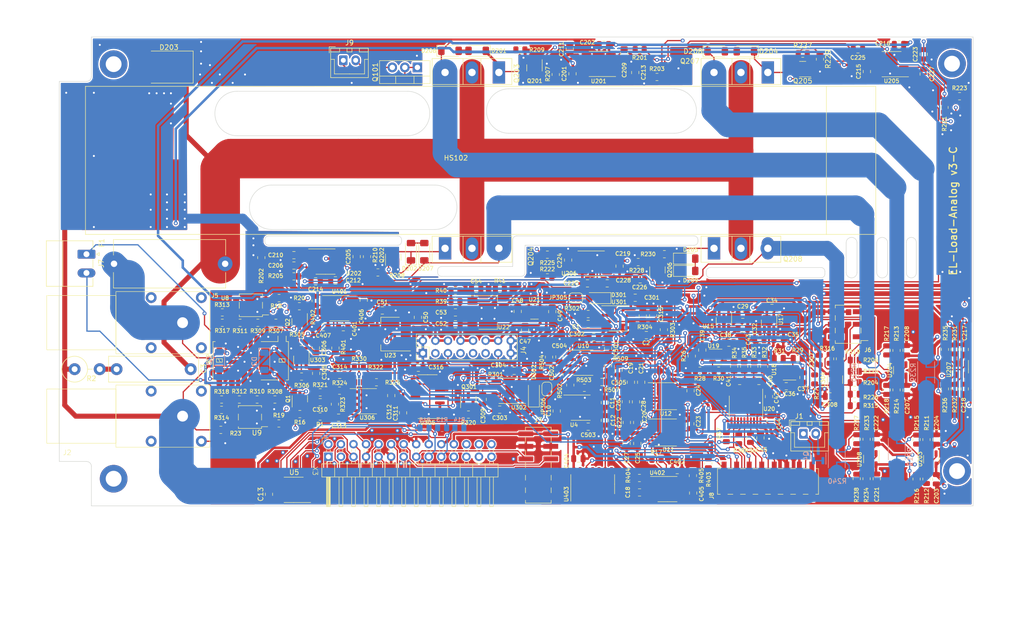
<source format=kicad_pcb>
(kicad_pcb (version 20221018) (generator pcbnew)
  (title_block (title "Electronic Load Analog Test Board v${VERSION}-${PCBVERSION}") (date "2023-12-30") (rev "${VERSION}-${PCBVERSION}") (comment 1 "License: CERN-OHL-W-2.0"))
  (layers (0 "F.Cu" signal) (1 "In1.Cu" power) (2 "In2.Cu" power) (31 "B.Cu" signal) (34 "B.Paste" user) (35 "F.Paste" user) (36 "B.SilkS" user "B.Silkscreen") (37 "F.SilkS" user "F.Silkscreen") (38 "B.Mask" user) (39 "F.Mask" user) (44 "Edge.Cuts" user))
  (property "PCBVERSION" "C")
  (property "VERSION" "3")
  (net 0 "")
  (net 1 "+5V")
  (net 2 "GND")
  (net 3 "-5V")
  (net 4 "+12V")
  (net 5 "+15V")
  (net 6 "Net-(U301A-+)")
  (net 7 "Net-(C213-Pad2)")
  (net 8 "Net-(C214-Pad2)")
  (net 9 "Net-(C227-Pad2)")
  (net 10 "Net-(C228-Pad2)")
  (net 11 "VonOut")
  (net 12 "Net-(U301B-+)")
  (net 13 "Net-(U22-ADJ)")
  (net 14 "Net-(U201-+)")
  (net 15 "CVsetOut")
  (net 16 "Net-(U202-+)")
  (net 17 "Vref")
  (net 18 "Net-(U201--)")
  (net 19 "Net-(D206-K)")
  (net 20 "Net-(U202--)")
  (net 21 "LoadPlus")
  (net 22 "LoadMin")
  (net 23 "Net-(D207-K)")
  (net 24 "Net-(U205-+)")
  (net 25 "/MOSFET Loops/LoopIset")
  (net 26 "OCPtriggered")
  (net 27 "OVPtriggered")
  (net 28 "Net-(U206-+)")
  (net 29 "Net-(J1-Pin_1)")
  (net 30 "Net-(J1-Pin_2)")
  (net 31 "resetProt")
  (net 32 "Net-(U205--)")
  (net 33 "Vonset")
  (net 34 "OVPset")
  (net 35 "OCPset")
  (net 36 "Uset")
  (net 37 "Iset")
  (net 38 "Umon")
  (net 39 "Imon")
  (net 40 "Net-(D208-K)")
  (net 41 "Net-(U206--)")
  (net 42 "Net-(D209-K)")
  (net 43 "Net-(Q301-S)")
  (net 44 "Net-(U306A-+)")
  (net 45 "Net-(U306A--)")
  (net 46 "Net-(C315-Pad1)")
  (net 47 "LoadPlusMon")
  (net 48 "LoadMinMon")
  (net 49 "Net-(C316-Pad2)")
  (net 50 "Net-(U401--)")
  (net 51 "Net-(U402B-+)")
  (net 52 "ClampOff")
  (net 53 "Net-(D201-K)")
  (net 54 "Net-(D201-A)")
  (net 55 "Net-(R203-Pad2)")
  (net 56 "SenseError")
  (net 57 "Net-(R205-Pad2)")
  (net 58 "Net-(D202-K)")
  (net 59 "Net-(D202-A)")
  (net 60 "Net-(D204-K)")
  (net 61 "Net-(D204-A)")
  (net 62 "Net-(R223-Pad2)")
  (net 63 "Net-(R225-Pad2)")
  (net 64 "Net-(D205-K)")
  (net 65 "Net-(D205-A)")
  (net 66 "Net-(D301-K)")
  (net 67 "Net-(D301-A)")
  (net 68 "Net-(D302-K)")
  (net 69 "Net-(D302-A)")
  (net 70 "~{Von}")
  (net 71 "GCOM")
  (net 72 "Net-(R307-Pad2)")
  (net 73 "Net-(R308-Pad1)")
  (net 74 "Net-(R309-Pad2)")
  (net 75 "Net-(R310-Pad1)")
  (net 76 "Net-(R313-Pad2)")
  (net 77 "Net-(R314-Pad1)")
  (net 78 "-1V")
  (net 79 "Net-(R324-Pad1)")
  (net 80 "+3.3VD")
  (net 81 "VoltRangeLow")
  (net 82 "~{VonLatch}")
  (net 83 "Net-(U203-+)")
  (net 84 "Net-(U203--)")
  (net 85 "Net-(U204-+)")
  (net 86 "Net-(U204--)")
  (net 87 "Net-(U207-+)")
  (net 88 "Net-(U207--)")
  (net 89 "Net-(U208-+)")
  (net 90 "Net-(U208--)")
  (net 91 "Net-(U302A-+)")
  (net 92 "Net-(U401-+)")
  (net 93 "Net-(U4-Trim{slash}NR)")
  (net 94 "Net-(U305-Pad13)")
  (net 95 "Net-(U305-Pad10)")
  (net 97 "Net-(U403-Pad1)")
  (net 98 "Net-(U403-Pad2)")
  (net 99 "Net-(U403-Pad10)")
  (net 100 "CurrRangeLow")
  (net 101 "Net-(J9-Pin_1)")
  (net 117 "Net-(J9-Pin_2)")
  (net 118 "Net-(R39-Pad2)")
  (net 119 "/MOSFET Loops/LoopImon")
  (net 124 "/DIB connection/DIB_A0")
  (net 125 "/DIB connection/DIB_A1")
  (net 126 "/DIB connection/DIB_A2")
  (net 127 "GND-DIB")
  (net 128 "/DIB connection/DIB_SDA")
  (net 129 "/DIB connection/DIB_SCL")
  (net 130 "+3.3V-DIB")
  (net 131 "/DIB connection/DIB_MOSI")
  (net 132 "/DIB connection/DIB_SCLK")
  (net 133 "/DIB connection/DIB_CSA")
  (net 134 "/DIB connection/DIB_MISO")
  (net 135 "/DIB connection/DIB_SYNC")
  (net 136 "/DIB connection/DIB_~{RESET}")
  (net 137 "/DIB connection/DIB_CSB")
  (net 138 "/DIB connection/DIB_IRQ")
  (net 139 "+Vaux-DIB")
  (net 141 "+12V-DIB")
  (net 142 "+5V-DIB")
  (net 146 "Net-(J5-Pin_1)")
  (net 147 "Net-(D2-A)")
  (net 148 "Net-(U402A-+)")
  (net 149 "LoadPlusSense")
  (net 150 "LoadMinSense")
  (net 151 "Net-(R18-Pad1)")
  (net 152 "Net-(R19-Pad1)")
  (net 153 "Net-(U303-+)")
  (net 154 "Net-(U303--)")
  (net 155 "Net-(R311-Pad2)")
  (net 156 "Net-(R312-Pad1)")
  (net 157 "Net-(D3-A)")
  (net 158 "Net-(K2-Pad4)")
  (net 159 "Net-(K2-Pad9)")
  (net 160 "VsenseSet")
  (net 161 "VsenseClear")
  (net 162 "Net-(U10A-+)")
  (net 163 "Net-(U10B-+)")
  (net 164 "Net-(R503-Pad2)")
  (net 165 "+3.0VA")
  (net 166 "-2V5")
  (net 167 "Net-(U20-AIN0P)")
  (net 168 "Net-(U20-AIN0N)")
  (net 169 "Net-(U20-AIN1P)")
  (net 170 "Net-(U20-AIN1N)")
  (net 171 "Net-(U20-CAP)")
  (net 172 "Net-(R26-Pad2)")
  (net 173 "Net-(R27-Pad2)")
  (net 174 "Net-(U19-+)")
  (net 175 "Net-(U18-+)")
  (net 176 "Net-(U18--)")
  (net 177 "Net-(U19--)")
  (net 178 "Net-(U20-CLKIN)")
  (net 179 "ADC_CLK")
  (net 180 "Net-(U20-~{DRDY})")
  (net 181 "ADC_RDY")
  (net 182 "Net-(U20-DOUT)")
  (net 183 "SPI0_RX")
  (net 184 "DAC1_CS")
  (net 185 "SPI0_SCK")
  (net 186 "SPI0_TX")
  (net 190 "DAC2_CS")
  (net 196 "ADC_CS")
  (net 197 "Net-(U17-NR)")
  (net 198 "-6V")
  (net 199 "Net-(U21-BYP)")
  (net 200 "+6V")
  (net 201 "HWProtEnable")
  (net 202 "Net-(J6-Pin_3)")
  (net 203 "unconnected-(J5-MountPin-PadMP)")
  (net 204 "Net-(C3-Pad2)")
  (footprint "Resistor_SMD:R_0805_2012Metric" (layer "F.Cu") (at 154.7 87.625 180)
    (fp_text reference "R28")
    (fp_text value "10k 0.1%")
  )
  (footprint "Capacitor_SMD:C_0805_2012Metric" (layer "F.Cu") (at 114.1655 95.498 180)
    (fp_text reference "C303")
    (fp_text value "100n")
  )
  (footprint "Capacitor_SMD:C_0805_2012Metric" (layer "F.Cu") (at 139.7 93.9 -90)
    (fp_text reference "C26")
    (fp_text value "100n")
  )
  (footprint "Package_TO_SOT_SMD:SOT-23-5" (layer "F.Cu") (at 172.35 87.9375 180)
    (fp_text reference "U18")
    (fp_text value "MCP6V51")
  )
  (footprint "Package_TO_SOT_THT:TO-247-3_Vertical" (layer "F.Cu") (at 114 27.18 180)
    (fp_text reference "Q203")
    (fp_text value "IRFP250M")
  )
  (footprint "Fuse:Fuseholder_Cylinder-5x20mm_Schurter_0031_8201_Horizontal_Open" (layer "F.Cu") (at 36.075 65.95)
    (fp_text reference "F1")
    (fp_text value "Fuse")
  )
  (footprint "Capacitor_SMD:C_0805_2012Metric" (layer "F.Cu") (at 152.75 98.375 90)
    (fp_text reference "C23")
    (fp_text value "100n")
  )
  (footprint "Capacitor_SMD:C_0805_2012Metric" (layer "F.Cu") (at 94.6 96.15 90)
    (fp_text reference "C311")
    (fp_text value "100n")
  )
  (footprint "Resistor_SMD:R_0805_2012Metric" (layer "F.Cu") (at 206.3 91.3 90)
    (fp_text reference "R232")
    (fp_text value "100k 0.1%")
  )
  (footprint "Connector_Phoenix_MC:PhoenixContact_MC_1,5_2-G-3.81_1x02_P3.81mm_Horizontal" (layer "F.Cu") (at 30.5 64 -90)
    (fp_text reference "J7")
    (fp_text value "Conn_01x02_Socket")
  )
  (footprint "Capacitor_SMD:C_0805_2012Metric" (layer "F.Cu") (at 128.35 22.45 90)
    (fp_text reference "C211")
    (fp_text value "470p")
  )
  (footprint "MountingHole:MountingHole_3.2mm_M3_DIN965_Pad" (layer "F.Cu") (at 36 25.5)
    (fp_text reference "H102" hide)
    (fp_text value "MountingHole" hide)
  )
  (footprint "Capacitor_SMD:C_0805_2012Metric" (layer "F.Cu") (at 67.45 112.65 90)
    (fp_text reference "C13")
    (fp_text value "100n")
  )
  (footprint "Resistor_SMD:R_0805_2012Metric" (layer "F.Cu") (at 158.5 87.6)
    (fp_text reference "R30")
    (fp_text value "100k 0.1%")
  )
  (footprint "Resistor_SMD:R_0805_2012Metric" (layer "F.Cu") (at 188.438 109.5 90)
    (fp_text reference "R234")
    (fp_text value "100k 0.1%")
  )
  (footprint "Package_TO_SOT_THT:TO-247-3_Vertical" (layer "F.Cu") (at 168.45 27.18 180)
    (fp_text reference "Q207")
    (fp_text value "IRFP250M")
  )
  (footprint "Resistor_SMD:R_0805_2012Metric" (layer "F.Cu") (at 179 24.5 -90)
    (fp_text reference "R229")
    (fp_text value "1M")
  )
  (footprint "Resistor_SMD:R_0805_2012Metric" (layer "F.Cu") (at 200.564 109.56 90)
    (fp_text reference "R212")
    (fp_text value "100k 0.1%")
  )
  (footprint "Resistor_SMD:R_0805_2012Metric" (layer "F.Cu") (at 76.9 73.45 -90)
    (fp_text reference "R402")
    (fp_text value "1k")
  )
  (footprint "Resistor_SMD:R_0805_2012Metric" (layer "F.Cu") (at 153.275 108.875 90)
    (fp_text reference "R405")
    (fp_text value "2k")
  )
  (footprint "Capacitor_SMD:C_0805_2012Metric" (layer "F.Cu") (at 124.8 75.6375 90)
    (fp_text reference "C49")
    (fp_text value "10u")
  )
  (footprint "Resistor_SMD:R_0805_2012Metric" (layer "F.Cu") (at 85.65 86.825 180)
    (fp_text reference "R322")
    (fp_text value "1k")
  )
  (footprint "Capacitor_SMD:C_0805_2012Metric" (layer "F.Cu") (at 110.7125 93.425 -90)
    (fp_text reference "C309")
    (fp_text value "100n")
  )
  (footprint "Capacitor_SMD:C_0805_2012Metric" (layer "F.Cu") (at 160.55 81.925)
    (fp_text reference "C38")
    (fp_text value "100n")
  )
  (footprint "Capacitor_SMD:C_0805_2012Metric" (layer "F.Cu") (at 200 23.5 90)
    (fp_text reference "C223")
    (fp_text value "4n7")
  )
  (footprint "Package_TO_SOT_SMD:SOT-223-3_TabPin2" (layer "F.Cu") (at 92 80.2 180)
    (fp_text reference "U23")
    (fp_text value "TLV1117-50")
  )
  (footprint "Capacitor_SMD:C_0805_2012Metric" (layer "F.Cu") (at 126.25 84.825 90)
    (fp_text reference "C504")
    (fp_text value "100n")
  )
  (footprint "Capacitor_SMD:C_0805_2012Metric" (layer "F.Cu") (at 142.6 69.1)
    (fp_text reference "C226")
    (fp_text value "470p")
  )
  (footprint "Package_SO:SO-14_3.9x8.65mm_P1.27mm" (layer "F.Cu") (at 99.575 92.865 180)
    (fp_text reference "U305")
    (fp_text value "74HCT02")
  )
  (footprint "Capacitor_SMD:C_0805_2012Metric" (layer "F.Cu") (at 76.9 69.5 180)
    (fp_text reference "C214")
    (fp_text value "470p")
  )
  (footprint "Resistor_SMD:R_0805_2012Metric" (layer "F.Cu") (at 65.9 64.7 90)
    (fp_text reference "R202")
    (fp_text value "10k")
  )
  (footprint "Resistor_SMD:R_0805_2012Metric" (layer "F.Cu") (at 69.45 98.3)
    (fp_text reference "R19")
    (fp_text value "100k")
  )
  (footprint "Resistor_SMD:R_0805_2012Metric" (layer "F.Cu") (at 89.2125 89.95 180)
    (fp_text reference "R325")
    (fp_text value "2k")
  )
  (footprint "Resistor_SMD:R_0805_2012Metric" (layer "F.Cu") (at 73.95 81.8)
    (fp_text reference "R305")
    (fp_text value "10k 0.1%")
  )
  (footprint "Capacitor_SMD:C_0805_2012Metric" (layer "F.Cu") (at 190.5 109.5 90)
    (fp_text reference "C221")
    (fp_text value "100n")
  )
  (footprint "Capacitor_SMD:C_0805_2012Metric" (layer "F.Cu") (at 139.35 23.35 90)
    (fp_text reference "C209")
    (fp_text value "4n7")
  )
  (footprint "Capacitor_SMD:C_0805_2012Metric" (layer "F.Cu") (at 85.2 64.5 90)
    (fp_text reference "C205")
    (fp_text value "100n")
  )
  (footprint "Capacitor_SMD:C_0805_2012Metric" (layer "F.Cu") (at 163.375 76.275)
    (fp_text reference "C29")
    (fp_text value "1u")
  )
  (footprint "Resistor_SMD:R_0805_2012Metric" (layer "F.Cu") (at 105.2 71.4)
    (fp_text reference "R40")
    (fp_text value "1k8")
  )
  (footprint "Package_TO_SOT_SMD:SOT-223-3_TabPin2" (layer "F.Cu") (at 111.8 75.8)
    (fp_text reference "U22")
    (fp_text value "AMS1117")
  )
  (footprint "Capacitor_SMD:C_0805_2012Metric" (layer "F.Cu") (at 138.225 87.5 -90)
    (fp_text reference "C505")
    (fp_text value "100n")
  )
  (footprint "Resistor_SMD:R_0805_2012Metric" (layer "F.Cu") (at 80.8 94.4 -90)
    (fp_text reference "R323")
    (fp_text value "15k")
  )
  (footprint "Capacitor_SMD:C_0805_2012Metric" (layer "F.Cu") (at 140.725 89.95 90)
    (fp_text reference "C19")
    (fp_text value "1u")
  )
  (footprint "NetTie:NetTie-2_SMD_Pad0.5mm" (layer "F.Cu") (at 55.5 85 180)
    (fp_text reference "NT201" hide)
    (fp_text value "NetTie_2" hide)
  )
  (footprint "Resistor_SMD:R_0805_2012Metric" (layer "F.Cu") (at 85.6875 89.95)
    (fp_text reference "R330")
    (fp_text value "2k2")
  )
  (footprint "Capacitor_SMD:C_0805_2012Metric" (layer "F.Cu") (at 208.3 83.3 90)
    (fp_text reference "C217")
    (fp_text value "100n")
  )
  (footprint "Resistor_SMD:R_0805_2012Metric" (layer "F.Cu") (at 192.5 91.5 90)
    (fp_text reference "R218")
    (fp_text value "1k1 0.1%")
  )
  (footprint "Resistor_SMD:R_0805_2012Metric" (layer "F.Cu") (at 177.925 89.375 90)
    (fp_text reference "R27")
    (fp_text value "100k 0.1%")
  )
  (footprint "Capacitor_SMD:C_0805_2012Metric" (layer "F.Cu") (at 97.687 87.005 180)
    (fp_text reference "C316")
    (fp_text value "2u2")
  )
  (footprint "EL-Load-Analog:SWEB-8094-AU" (layer "F.Cu") (at 49.96 96.82)
    (fp_text reference "J2")
    (fp_text value "Conn_01x01_MountingPin")
  )
  (footprint "Package_TO_SOT_SMD:SOT-23-5" (layer "F.Cu") (at 189.4 105.5 -90)
    (fp_text reference "U208")
    (fp_text value "MCP6V51/LTC2050HV")
  )
  (footprint "Package_SO:SOIC-8_3.9x4.9mm_P1.27mm" (layer "F.Cu") (at 130.55 95.1)
    (fp_text reference "U4")
    (fp_text value "REF5025AD")
  )
  (footprint "Diode_SMD:D_MiniMELF" (layer "F.Cu") (at 158 22.9)
    (fp_text reference "D208")
    (fp_text value "TZMB16-GS08")
  )
  (footprint "EEZ-DIB:DIB Pheriperal connector" (layer "F.Cu") (at 79.458 105.059 -90)
    (fp_text reference "X3")
    (fp_text value "DIB Pheriperal connector ")
  )
  (footprint "Resistor_SMD:R_0805_2012Metric" (layer "F.Cu") (at 174.5 85.1)
    (fp_text reference "R29")
    (fp_text value "10k 0.1%")
  )
  (footprint "Package_TO_SOT_SMD:SOT-23" (layer "F.Cu") (at 121.2 26.25 -90)
    (fp_text reference "Q201")
    (fp_text value "2N7002")
  )
  (footprint "Resistor_SMD:R_0805_2012Metric" (layer "F.Cu") (at 58 77.9)
    (fp_text reference "R317")
    (fp_text value "1k 0.1%")
  )
  (footprint "Resistor_SMD:R_0805_2012Metric" (layer "F.Cu") (at 167.7 86.7375 -90)
    (fp_text reference "R32")
    (fp_text value "1k")
  )
  (footprint "Jumper:SolderJumper-2_P1.3mm_Bridged2Bar_RoundedPad1.0x1.5mm" (layer "F.Cu") (at 123.7125 91.325 -90)
    (fp_text reference "JP306")
    (fp_text value "Jumper_2_Open")
  )
  (footprint "Resistor_SMD:R_0805_2012Metric" (layer "F.Cu") (at 57.85 95.55)
    (fp_text reference "R314")
    (fp_text value "39k 0.1%")
  )
  (footprint "Diode_SMD:D_MiniMELF" (layer "F.Cu") (at 134.025 72.9 180)
    (fp_text reference "D301")
    (fp_text value "1N4148")
  )
  (footprint "Package_SO:TSSOP-16_4.4x5mm_P0.65mm" (layer "F.Cu") (at 147.775 100.125)
    (fp_text reference "U11")
    (fp_text value "DAC8555")
  )
  (footprint "Capacitor_SMD:C_0805_2012Metric" (layer "F.Cu") (at 186.69 22.5 180)
    (fp_text reference "C225")
    (fp_text value "470p")
  )
  (footprint "Package_SO:TSSOP-20_4.4x6.5mm_P0.65mm" (layer "F.Cu") (at 164.025 94.925 -90)
    (fp_text reference "U20")
    (fp_text value "ADS131M02")
  )
  (footprint "Connector_PinSocket_2.54mm:PinSocket_2x08_P2.54mm_Vertical_SMD" (layer "F.Cu") (at 168.48 110.05 90)
    (fp_text reference "J8")
    (fp_text value "Conn_02x08_Odd_Even")
  )
  (footprint "MountingHole:MountingHole_3.2mm_M3_DIN965_Pad" (layer "F.Cu") (at 206.756 107.95)
    (fp_text reference "H101" hide)
    (fp_text value "MountingHole")
  )
  (footprint "Capacitor_SMD:C_0805_2012Metric" (layer "F.Cu") (at 170.625 81.275 180)
    (fp_text reference "C35")
    (fp_text value "2u2")
  )
  (footprint "Capacitor_SMD:C_0805_2012Metric" (layer "F.Cu") (at 105.2 78.2 180)
    (fp_text reference "C52")
    (fp_text value "10u")
  )
  (footprint "Resistor_SMD:R_0805_2012Metric" (layer "F.Cu") (at 110.7375 89.9 -90)
    (fp_text reference "R301")
    (fp_text value "2k")
  )
  (footprint "Resistor_SMD:R_0805_2012Metric" (layer "F.Cu") (at 77.825 92)
    (fp_text reference "R321")
    (fp_text value "100k")
  )
  (footprint "Capacitor_SMD:C_0805_2012Metric" (layer "F.Cu") (at 130.09 105.425 180)
    (fp_text reference "C404")
    (fp_text value "100n")
  )
  (footprint "Resistor_SMD:R_0805_2012Metric" (layer "F.Cu") (at 107.8375 96.5 180)
    (fp_text reference "R320")
    (fp_text value "7k7")
  )
  (footprint "Resistor_SMD:R_0805_2012Metric" (layer "F.Cu") (at 188.438 101.5 90)
    (fp_text reference "R233")
    (fp_text value "100k 0.1%")
  )
  (footprint "Package_SO:SOIC-8_3.9x4.9mm_P1.27mm" (layer "F.Cu") (at 193.5 25.5 180)
    (fp_text reference "U205")
    (fp_text value "LM318D")
  )
  (footprint "Capacitor_SMD:C_0805_2012Metric" (layer "F.Cu") (at 139.85 102.35 -90)
    (fp_text reference "C27")
    (fp_text value "10u")
  )
  (footprint "Capacitor_SMD:C_0805_2012Metric" (layer "F.Cu") (at 190.438 101.5 90)
    (fp_text reference "C222")
    (fp_text value "100n")
  )
  (footprint "Package_SO:SOIC-8_3.9x4.9mm_P1.27mm" (layer "F.Cu") (at 134.2 25.45 180)
    (fp_text reference "U201")
    (fp_text value "LM318D")
  )
  (footprint "Resistor_SMD:R_0805_2012Metric" (layer "F.Cu") (at 186.438 109.5 90)
    (fp_text reference "R238")
    (fp_text value "1k1 0.1%")
  )
  (footprint "Package_TO_SOT_SMD:SOT-23" (layer "F.Cu") (at 73.65 77.7 -90)
    (fp_text reference "Q2")
    (fp_text value "2N7002")
  )
  (footprint "Resistor_SMD:R_0805_2012Metric" (layer "F.Cu") (at 87.3 64.5 -90)
    (fp_text reference "R210")
    (fp_text value "1M")
  )
  (footprint "Capacitor_SMD:C_0805_2012Metric" (layer "F.Cu") (at 132.075 78.15 180)
    (fp_text reference "C1")
    (fp_text value "1n")
  )
  (footprint "Resistor_SMD:R_0805_2012Metric" (layer "F.Cu") (at 142.45 109.35 180)
    (fp_text reference "R404")
    (fp_text value "2k")
  )
  (footprint "Connector_JST:JST_XH_B2B-XH-A_1x02_P2.50mm_Vertical" (layer "F.Cu") (at 82.5 24.725)
    (fp_text reference "J9")
    (fp_text value "Temp Sensor heatsink")
  )
  (footprint "Capacitor_SMD:C_0805_2012Metric" (layer "F.Cu") (at 196.5452 91.5416 90)
    (fp_text reference "C207")
    (fp_text value "100n")
  )
  (footprint "Capacitor_SMD:C_0805_2012Metric" (layer "F.Cu") (at 145.23125 76.50625 -90)
    (fp_text reference "C315")
    (fp_text value "100p")
  )
  (footprint "Package_TO_SOT_SMD:SOT-23-5" (layer "F.Cu") (at 168.7 78.1125 -90)
    (fp_text reference "U17")
    (fp_text value "TPS72325")
  )
  (footprint "Capacitor_SMD:C_0805_2012Metric" (layer "F.Cu") (at 143.85 80.4 180)
    (fp_text reference "C2")
    (fp_text value "33n")
  )
  (footprint "Resistor_SMD:R_0805_2012Metric" (layer "F.Cu") (at 147.4 79.3 -90)
    (fp_text reference "R303")
    (fp_text value "2k")
  )
  (footprint "Package_SO:SOIC-8_3.9x4.9mm_P1.27mm" (layer "F.Cu") (at 115.9435 91.688 180)
    (fp_text reference "U302")
    (fp_text value "LM833")
  )
  (footprint "Diode_SMD:D_MiniMELF" (layer "F.Cu") (at 96.2 63.5 90)
    (fp_text reference "D202")
    (fp_text value "TZMB16-GS08")
  )
  (footprint "Resistor_SMD:R_0805_2012Metric" (layer "F.Cu") (at 123.815 64.1 180)
    (fp_text reference "R225")
    (fp_text value "100k")
  )
  (footprint "Package_TO_SOT_SMD:SOT-23-5" (layer "F.Cu") (at 159.55 77.65 -90)
    (fp_text reference "U15")
    (fp_text value "TPS7A2030")
  )
  (footprint "Resistor_SMD:R_0805_2012Metric" (layer "F.Cu") (at 61.45 93.45)
    (fp_text reference "R312")
    (fp_text value "100k 0.1%")
  )
  (footprint "Resistor_SMD:R_0805_2012Metric" (layer "F.Cu") (at 131.3 91.075)
    (fp_text reference "R503")
    (fp_text value "15k")
  )
  (footprint "Capacitor_SMD:C_0805_2012Metric" (layer "F.Cu") (at 152.8 91.675 90)
    (fp_text reference "C24")
    (fp_text value "100n")
  )
  (footprint "Capacitor_SMD:C_0805_2012Metric" (layer "F.Cu") (at 77 88.15 90)
    (fp_text reference "C305")
    (fp_text value "100n")
  )
  (footprint "Resistor_SMD:R_0805_2012Metric" (layer "F.Cu") (at 134.825 89.9)
    (fp_text reference "R507")
    (fp_text value "10k")
  )
  (footprint "Package_SO:SO-8_3.9x4.9mm_P1.27mm" (layer "F.Cu") (at 72.45 111.75 180)
    (fp_text reference "U5")
    (fp_text value "24LC32")
  )
  (footprint "Capacitor_SMD:C_0805_2012Metric" (layer "F.Cu") (at 188.5 27 90)
    (fp_text reference "C215")
    (fp_text value "100n")
  )
  (footprint "Package_SO:SOIC-8_3.9x4.9mm_P1.27mm" (layer "F.Cu") (at 87.3 93.8)
    (fp_text reference "U306")
    (fp_text value "LM393")
  )
  (footprint "Resistor_SMD:R_0805_2012Metric" (layer "F.Cu") (at 163.65 86.7375 -90)
    (fp_text reference "R35")
    (fp_text value "1k")
  )
  (footprint "Capacitor_SMD:C_0805_2012Metric" (layer "F.Cu") (at 78.45 78.8 180)
    (fp_text reference "C407")
    (fp_text value "100n")
  )
  (footprint "Capacitor_SMD:C_0805_2012Metric" (layer "F.Cu") (at 90.4 75.4)
    (fp_text reference "C51")
    (fp_text value "22u")
  )
  (footprint "Capacitor_SMD:C_0805_2012Metric" (layer "F.Cu") (at 109.4 71)
    (fp_text reference "C54")
    (fp_text value "10n")
  )
  (footprint "Resistor_SMD:R_0805_2012Metric" (layer "F.Cu") (at 207.264 32.004)
    (fp_text reference "R223")
    (fp_text value "100k")
  )
  (footprint "Capacitor_SMD:C_0805_2012Metric" (layer "F.Cu") (at 81.55 97.125 180)
    (fp_text reference "C313")
    (fp_text value "100n")
  )
  (footprint "Capacitor_SMD:C_0805_2012Metric" (layer "F.Cu") (at 141.75 93.925 -90)
    (fp_text reference "C28")
    (fp_text value "10u")
  )
  (footprint "Package_SO:SO-4_4.4x4.3mm_P2.54mm" (layer "F.Cu") (at 63.7875 74.35 180)
    (fp_text reference "U8")
    (fp_text value "VO1400AEFTR")
  )
  (footprint "Package_TO_SOT_SMD:SOT-23-5" (layer "F.Cu") (at 195.453 87.503 -90)
    (fp_text reference "U204")
    (fp_text value "MCP6V51/LTC2050HV")
  )
  (footprint "Resistor_SMD:R_0805_2012Metric" (layer "F.Cu") (at 81.725 91.65 180)
    (fp_text reference "R324")
    (fp_text value "24k")
  )
  (footprint "Resistor_SMD:R_0805_2012Metric" (layer "F.Cu") (at 186.05152 90.02802 180)
    (fp_text reference "R204")
    (fp_text value "20k 0.1%")
  )
  (footprint "Capacitor_SMD:C_0805_2012Metric" (layer "F.Cu") (at 81.775 88.45)
    (fp_text reference "C314")
    (fp_text value "100n")
  )
  (footprint "Connector_PinSocket_2.54mm:PinSocket_2x06_P2.54mm_Vertical_SMD" (layer "F.Cu") (at 121.98 106.75)
    (fp_text reference "J3")
    (fp_text value "Conn_02x06_Odd_Even")
  )
  (footprint "Capacitor_SMD:C_0805_2012Metric" (layer "F.Cu") (at 208.3 91.3 90)
    (fp_text reference "C218")
    (fp_text value "100n")
  )
  (footprint "Resistor_SMD:R_0805_2012Metric" (layer "F.Cu") (at 204.216 34.274 90)
    (fp_text reference "R221")
    (fp_text value "10k")
  )
  (footprint "NetTie:NetTie-2_SMD_Pad0.5mm" (layer "F.Cu") (at 55.5 86.7 180)
    (fp_text reference "NT202" hide)
    (fp_text value "NetTie_2" hide)
  )
  (footprint "Package_TO_SOT_SMD:SOT-23-5" (layer "F.Cu") (at 158.3875 84.8)
    (fp_text reference "U19")
    (fp_text value "MCP6V51")
  )
  (footprint "Resistor_SMD:R_0805_2012Metric" (layer "F.Cu") (at 186.05152 85.45602 180)
    (fp_text reference "R206")
    (fp_text value "20k 0.1%")
  )
  (footprint "Diode_SMD:D_MiniMELF" (layer "F.Cu") (at 104.1 22.8)
    (fp_text reference "D206")
    (fp_text value "TZMB16-GS08")
  )
  (footprint "Resistor_SMD:R_0805_2012Metric" (layer "F.Cu") (at 89.5 67.7)
    (fp_text reference "R208")
    (fp_text value "100")
  )
  (footprint "Resistor_SMD:R_0805_2012Metric" (layer "F.Cu") (at 186.05152 94.7)
    (fp_text reference "R315")
    (fp_text value "5k 0.1%")
  )
  (footprint "Capacitor_SMD:C_0805_2012Metric" (layer "F.Cu") (at 135.45 94.075 90)
    (fp_text reference "C11")
    (fp_text value "22u")
  )
  (footprint "Capacitor_SMD:C_0805_2012Metric" (layer "F.Cu") (at 82.5 78.8)
    (fp_text reference "C401")
    (fp_text value "670n")
  )
  (footprint "Resistor_SMD:R_0805_2012Metric" (layer "F.Cu") (at 80.9 83 90)
    (fp_text reference "R401")
    (fp_text value "1k")
  )
  (footprint "Package_TO_SOT_THT:TO-247-3_Vertical" (layer "F.Cu") (at 157.55 62.82)
    (fp_text reference "Q208")
    (fp_text value "IRFP250M")
  )
  (footprint "Resistor_SMD:R_0805_2012Metric" (layer "F.Cu") (at 65.2 77.9 180)
    (fp_text reference "R309")
    (fp_text value "100k 0.1%")
  )
  (footprint "Resistor_SMD:R_0805_2012Metric" (layer "F.Cu") (at 142.5 22.55 180)
    (fp_text reference "R201")
    (fp_text value "10k")
  )
  (footprint "MountingHole:MountingHole_3.2mm_M3_DIN965_Pad" (layer "F.Cu") (at 205.74 25.4)
    (fp_text reference "H103" hide)
    (fp_text value "MountingHole")
  )
  (footprint "Resistor_SMD:R_0805_2012Metric" (layer "F.Cu") (at 204.3 83.3 90)
    (fp_text reference "R235")
    (fp_text value "1k1 0.1%")
  )
  (footprint "Package_TO_SOT_SMD:SOT-23" (layer "F.Cu") (at 92.6 64.6 90)
    (fp_text reference "Q202")
    (fp_text value "2N7002")
  )
  (footprint "Capacitor_SMD:C_0805_2012Metric" (layer "F.Cu") (at 195 21.5 180)
    (fp_text reference "C216")
    (fp_text value "100n")
  )
  (footprint "Package_TO_SOT_SMD:SOT-23-5" (layer "F.Cu") (at 74.0136 85.4152 -90)
    (fp_text reference "U303")
    (fp_text value "OPA189/MCP6V51/LTC2050HV")
  )
  (footprint "Capacitor_SMD:C_0805_2012Metric" (layer "F.Cu") (at 139.9 98.1 90)
    (fp_text reference "C22")
    (fp_text value "100n")
  )
  (footprint "Capacitor_SMD:C_0805_2012Metric" (layer "F.Cu") (at 166.725 81.275 180)
    (fp_text reference "C43")
    (fp_text value "10n")
  )
  (footprint "Package_TO_SOT_SMD:SOT-23" (layer "F.Cu") (at 146.1 67.2 90)
    (fp_text reference "Q206")
    (fp_text value "2N7002")
  )
  (footprint "Diode_SMD:D_SMC" (layer "F.Cu") (at 47.2 26.1 180)
    (fp_text reference "D203")
    (fp_text value "1.5KE100A smd variant")
  )
  (footprint "Resistor_SMD:R_0805_2012Metric" (layer "F.Cu") (at 192.5 83.5 90)
    (fp_text reference "R217")
    (fp_text value "1k1 0.1%")
  )
  (footprint "Resistor_SMD:R_0805_2012Metric" (layer "F.Cu") (at 124.15 84.85 90)
    (fp_text reference "R504")
    (fp_text value "220")
  )
  (footprint "Capacitor_SMD:C_0805_2012Metric" (layer "F.Cu") (at 196.5452 83.4644 90)
    (fp_text reference "C208")
    (fp_text value "100n")
  )
  (footprint "Resistor_SMD:R_0805_2012Metric" (layer "F.Cu") (at 128.45 90.525 90)
    (fp_text reference "R502")
    (fp_text value "10k")
  )
  (footprint "Resistor_SMD:R_0805_2012Metric" (layer "F.Cu") (at 72.5 68.5 180)
    (fp_text reference "R205")
    (fp_text value "100k")
  )
  (footprint "Capacitor_SMD:C_0805_2012Metric" (layer "F.Cu") (at 169.025 97.775 90)
    (fp_text reference "C44")
    (fp_text value "1u")
  )
  (footprint "Resistor_SMD:R_0805_2012Metric" (layer "F.Cu") (at 162.55 101.475 -90)
    (fp_text reference "R38")
    (fp_text value "47")
  )
  (footprint "Resistor_SMD:R_0805_2012Metric" (layer "F.Cu") (at 194.5 83.5 90)
    (fp_text reference "R213")
    (fp_text value "100k 0.1%")
  )
  (footprint "Resistor_SMD:R_0805_2012Metric" (layer "F.Cu") (at 198.564 109.56 90)
    (fp_text reference "R216")
    (fp_text value "1k1 0.1%")
  )
  (footprint "Capacitor_SMD:C_0805_2012Metric" (layer "F.Cu") (at 119.3 79.4 90)
    (fp_text reference "C47")
    (fp_text value "1u")
  )
  (footprint "Capacitor_SMD:C_0805_2012Metric" (layer "F.Cu") (at 126.25 88.4 90)
    (fp_text reference "C502")
    (fp_text value "100n")
  )
  (footprint "Capacitor_SMD:C_0805_2012Metric" (layer "F.Cu") (at 141.6 27.2 -90)
    (fp_text reference "C213")
    (fp_text value "470p")
  )
  (footprint "Package_TO_SOT_SMD:SOT-23-5" (layer "F.Cu") (at 201.55 105.55 -90)
    (fp_text reference "U203")
    (fp_text value "MCP6V51/LTC2050HV")
  )
  (footprint "Resistor_SMD:R_0805_2012Metric" (layer "F.Cu") (at 77.8 96.9)
    (fp_text reference "R1")
    (fp_text value "100k")
  )
  (footprint "Capacitor_SMD:C_0805_2012Metric" (layer "F.Cu") (at 131.929 69.92)
    (fp_text reference "C220")
    (fp_text value "100n")
  )
  (footprint "Resistor_SMD:R_0805_2012Metric" (layer "F.Cu") (at 186.05152 87.74202 180)
    (fp_text reference "R224")
    (fp_text value "20k 0.1%")
  )
  (footprint "Capacitor_SMD:C_0805_2012Metric" (layer "F.Cu") (at 166.95 101.225 -90)
    (fp_text reference "C45")
    (fp_text value "220n")
  )
  (footprint "Resistor_SMD:R_0805_2012Metric" (layer "F.Cu") (at 186.438 101.5 90)
    (fp_text reference "R237")
    (fp_text value "1k1 0.1%")
  )
  (footprint "Capacitor_SMD:C_0805_2012Metric" (layer "F.Cu") (at 135.45 97.67 -90)
    (fp_text reference "C12")
    (fp_text value "1u")
  )
  (footprint "Capacitor_SMD:C_0805_2012Metric" (layer "F.Cu") (at 200 27.5 -90)
    (fp_text reference "C227")
    (fp_text value "470p")
  )
  (footprint "Footprints:LAM3K" (layer "F.Cu") (at 105.3 45)
    (fp_text reference "HS102")
    (fp_text value "Heatsink")
  )
  (footprint "Package_SO:SO-4_4.4x4.3mm_P2.54mm" (layer "F.Cu") (at 63.6 97 180)
    (fp_text reference "U9")
    (fp_text value "VO1400AEFTR")
  )
  (footprint "Resistor_SMD:R_0805_2012Metric" (layer "F.Cu") (at 186.05152 92.36402 180)
    (fp_text reference "R226")
    (fp_text value "20k 0.1%")
  )
  (footprint "Capacitor_SMD:C_0805_2012Metric" (layer "F.Cu") (at 72.5 66.3 180)
    (fp_text reference "C206")
    (fp_text value "100n")
  )
  (footprint "Capacitor_SMD:C_0805_2012Metric" (layer "F.Cu") (at 175.65 88.9875 90)
    (fp_text reference "C37")
    (fp_text value "100n")
  )
  (footprint "Package_SO:SOIC-8_3.9x4.9mm_P1.27mm" (layer "F.Cu") (at 138.23125 77.00625)
    (fp_text reference "U301")
    (fp_text value "LM833")
  )
  (footprint "Capacitor_SMD:C_0805_2012Metric" (layer "F.Cu") (at 138.429 66.42 90)
    (fp_text reference "C219")
    (fp_text value "100n")
  )
  (footprint "Resistor_SMD:R_0805_2012Metric" (layer "F.Cu") (at 153.05 84.65 -90)
    (fp_text reference "R26")
    (fp_text value "100k 0.1%")
  )
  (footprint "Resistor_SMD:R_0805_2012Metric" (layer "F.Cu") (at 73.6 74.55)
    (fp_text reference "R20")
    (fp_text value "100k")
  )
  (footprint "Package_SO:SOIC-8_3.9x4.9mm_P1.27mm" (layer "F.Cu") (at 148.125 111.6)
    (fp_text reference "U402")
    (fp_text value "LM393")
  )
  (footprint "Capacitor_SMD:C_0805_2012Metric" (layer "F.Cu") (at 202.565 109.601 90)
    (fp_text reference "C203")
    (fp_text value "100n")
  )
  (footprint "Connector_JST:JST_XH_B2B-XH-A_1x02_P2.50mm_Vertical" (layer "F.Cu") (at 175.65 100.375)
    (fp_text reference "J1")
    (fp_text value "Temp Sensor PCB")
  )
  (footprint "Resistor_SMD:R_0805_2012Metric" (layer "F.Cu") (at 58 75.8 180)
    (fp_text reference "R313")
    (fp_text value "39k 0.1%")
  )
  (footprint "Resistor_SMD:R_0805_2012Metric" (layer "F.Cu") (at 200.564 101.56 90)
    (fp_text reference "R211")
    (fp_text value "100k 0.1%")
  )
  (footprint "Capacitor_SMD:C_0805_2012Metric" (layer "F.Cu") (at 155.175 83.425 -90)
    (fp_text reference "C39")
    (fp_text value "100n")
  )
  (footprint "Resistor_SMD:R_0805_2012Metric" (layer "F.Cu") (at 69.5 72.9)
    (fp_text reference "R18")
    (fp_text value "100k")
  )
  (footprint "Connector_PinHeader_2.54mm:PinHeader_2x08_P2.54mm_Vertical" (layer "F.Cu") (at 98.605 84.075 90)
    (fp_text reference "J4")
    (fp_text value "Conn_02x08_Odd_Even")
  )
  (footprint "Resistor_SMD:R_0805_2012Metric" (layer "F.Cu") (at 183.05152 85.20202 -90)
    (fp_text reference "R319")
    (fp_text value "5k 0.1%")
  )
  (footprint "Capacitor_SMD:C_0805_2012Metric" (layer "F.Cu") (at 142.8 89.95 90)
    (fp_text reference "C21")
    (fp_text value "100n")
  )
  (footprint "MountingHole:MountingHole_3.2mm_M3_DIN965_Pad" (layer "F.Cu") (at 36 109.5)
    (fp_text reference "H104" hide)
    (fp_text value "MountingHole" hide)
  )
  (footprint "Resistor_THT:R_Axial_DIN0516_L15.5mm_D5.0mm_P5.08mm_Vertical" (layer "F.Cu") (at 28.1 87.3)
    (fp_text reference "R2")
    (fp_text value "1k5 (2W)")
  )
  (footprint "Capacitor_SMD:C_0805_2012Metric" (layer "F.Cu") (at 136.1 83.1 90)
    (fp_text reference "C501")
    (fp_text value "100n")
  )
  (footprint "Package_TO_SOT_SMD:SOT-23-5" (layer "F.Cu") (at 182.03952 89.41842 90)
    (fp_text reference "U304")
    (fp_text value "OPA189/MCP6V51/LTC2050HV")
  )
  (footprint "Diode_SMD:D_MiniMELF" (layer "F.Cu") (at 121.0875 92.3 90)
    (fp_text reference "D302")
    (fp_text value "1N4148")
  )
  (footprint "Diode_SMD:D_MiniMELF" (layer "F.Cu") (at 152 64.9)
    (fp_text reference "D205")
    (fp_text value "TZMB16-GS08")
  )
  (footprint "Package_TO_SOT_SMD:SOT-23-5" (layer "F.Cu") (at 207.5 87.3 -90)
    (fp_text reference "U207")
    (fp_text value "MCP6V51/LTC2050HV")
  )
  (footprint "Capacitor_THT:C_Rect_L18.0mm_W5.0mm_P15.00mm_FKS3_FKP3" (layer "F.Cu") (at 51.6 87.3 180)
    (fp_text reference "C3")
    (fp_text value "100nF")
  )
  (footprint "Connector_PinHeader_2.54mm:PinHeader_2x03_P2.54mm_Vertical_SMD" (layer "F.Cu") (at 184.7 78.2 180)
    (fp_text reference "J6")
    (fp_text value "Conn_02x03_Counter_Clockwise")
  )
  (footprint "Capacitor_SMD:C_0805_2012Metric" (layer "F.Cu") (at 132.075 98.95 180)
    (fp_text reference "C503")
    (fp_text value "1u")
  )
  (footprint "Capacitor_SMD:C_0805_2012Metric" (layer "F.Cu") (at 178.83912 85.45602 -90)
    (fp_text reference "C307")
    (fp_text value "100n")
  )
  (footprint "Capacitor_SMD:C_0805_2012Metric" (layer "F.Cu") (at 92.2 92.65 90)
    (fp_text reference "C312")
    (fp_text value "100n")
  )
  (footprint "Jumper:SolderJumper-2_P1.3mm_Bridged_RoundedPad1.0x1.5mm" (layer "F.Cu") (at 129.575 72.85)
    (fp_text reference "JP305")
    (fp_text value "Jumper_2_Open")
  )
  (footprint "Resistor_SMD:R_0805_2012Metric" (layer "F.Cu") (at 105.2 73.6 180)
    (fp_text reference "R39")
    (fp_text value "91")
  )
  (footprint "Package_TO_SOT_THT:TO-247-3_Vertical" (layer "F.Cu") (at 103.1 62.82)
    (fp_text reference "Q204")
    (fp_text value "IRFP250M")
  )
  (footprint "Capacitor_SMD:C_0805_2012Metric" (layer "F.Cu") (at 125.7 95.775 -90)
    (fp_text reference "C10")
    (fp_text value "1u")
  )
  (footprint "Capacitor_SMD:C_0805_2012Metric" (layer "F.Cu") (at 181.02352 92.82202 180)
    (fp_text reference "C308")
    (fp_text value "100n")
  )
  (footprint "Resistor_SMD:R_0805_2012Metric" (layer "F.Cu") (at 65.05 93.45)
    (fp_text reference "R310")
    (fp_text value "100k 0.1%")
  )
  (footprint "Resistor_SMD:R_0805_2012Metric" (layer "F.Cu") (at 68.65 93.45)
    (fp_text reference "R308")
    (fp_text value "100k 0.1%")
  )
  (footprint "Diode_SMD:D_MiniMELF" (layer "F.Cu") (at 152 67.4)
    (fp_text reference "D209")
    (fp_text value "TZMB16-GS08")
  )
  (footprint "Diode_SMD:D_MiniMELF" (layer "F.Cu") (at 109.6 22.8 180)
    (fp_text reference "D201")
    (fp_text value "TZMB16-GS08")
  )
  (footprint "Resistor_SMD:R_0805_2012Metric" (layer "F.Cu") (at 160.05 101.075 -90)
    (fp_text reference "R37")
    (fp_text value "47")
  )
  (footprint "Package_TO_SOT_SMD:SOT-23" (layer "F.Cu") (at 73.7 93.3125 90)
    (fp_text reference "Q1")
    (fp_text value "2N7002")
  )
  (footprint "Diode_SMD:D_MiniMELF" (layer "F.Cu") (at 163.9 22.9 180)
    (fp_text reference "D204")
    (fp_text value "TZMB16-GS08")
  )
  (footprint "Package_TO_SOT_SMD:SOT-23" (layer "F.Cu") (at 107.8125 93.45 90)
    (fp_text reference "Q301")
    (fp_text value "2N7002")
  )
  (footprint "Package_TO_SOT_SMD:TSOT-23-5" (layer "F.Cu") (at 121.2 75.6)
    (fp_text reference "U21")
    (fp_text value "LT1964-5")
  )
  (footprint "Capacitor_SMD:C_0805_2012Metric" (layer "F.Cu") (at 117.8 75.6 -90)
    (fp_text reference "C48")
    (fp_text value "10n")
  )
  (footprint "Capacitor_SMD:C_0805_2012Metric" (layer "F.Cu") (at 166.6375 89.6875 180)
    (fp_text reference "C40")
    (fp_text value "10n")
  )
  (footprint "Resistor_SMD:R_0805_2012Metric" (layer "F.Cu") (at 194.5 91.5 90)
    (fp_text reference "R214")
    (fp_text value "100k 0.1%")
  )
  (footprint "Resistor_SMD:R_0805_2012Metric" (layer "F.Cu") (at 164.925 101.225 -90)
    (fp_text reference "R36")
    (fp_text value "47")
  )
  (footprint "Relay_SMD:Relay_DPDT_Kemet_EE2_NU_DoubleCoil" (layer "F.Cu") (at 63.75 85.6 -90)
    (fp_text reference "K2")
    (fp_text value "EE2-5TNU")
  )
  (footprint "Diode_SMD:D_MiniMELF" (layer "F.Cu") (at 98.9 63.5 90)
    (fp_text reference "D207")
    (fp_text value "TZMB16-GS08")
  )
  (footprint "Resistor_SMD:R_0805_2012Metric" (layer "F.Cu") (at 181.05152 85.20202 90)
    (fp_text reference "R316")
    (fp_text value "5k 0.1%")
  )
  (footprint "Package_SO:SOIC-8_3.9x4.9mm_P1.27mm" (layer "F.Cu") (at 131.1 86)
    (fp_text reference "U10")
    (fp_text value "TL072/OPA2376")
  )
  (footprint "Resistor_SMD:R_0805_2012Metric" (layer "F.Cu") (at 143.13125 76.50625 90)
    (fp_text reference "R304")
    (fp_text value "2k")
  )
  (footprint "Capacitor_SMD:C_0805_2012Metric" (layer "F.Cu") (at 80.9 69.3)
    (fp_text reference "C212")
    (fp_text value "470p")
  )
  (footprint "Capacitor_SMD:C_0805_2012Metric" (layer "F.Cu") (at 72.5 64.2)
    (fp_text reference "C210")
    (fp_text value "4n7")
  )
  (footprint "Resistor_SMD:R_0805_2012Metric" (layer "F.Cu") (at 142.2 65.6)
    (fp_text reference "R228")
    (fp_text value "100")
  )
  (footprint "Capacitor_SMD:C_0805_2012Metric" (layer "F.Cu") (at 142 98.1 90)
    (fp_text reference "C20")
    (fp_text value "1u")
  )
  (footprint "Resistor_SMD:R_0805_2012Metric" (layer "F.Cu") (at 132.075 76.125 180)
    (fp_text reference "R302")
    (fp_text value "2k")
  )
  (footprint "Capacitor_SMD:C_0805_2012Metric" (layer "F.Cu") (at 77.825 94)
    (fp_text reference "C310")
    (fp_text value "1n")
  )
  (footprint "Resistor_SMD:R_0805_2012Metric" (layer "F.Cu") (at 73.7 96.4 180)
    (fp_text reference "R16")
    (fp_text value "100k")
  )
  (footprint "Capacitor_SMD:C_0805_2012Metric" (layer "F.Cu") (at 168.675 92.85 -90)
    (fp_text reference "C42")
    (fp_text value "1u")
  )
  (footprint "Capacitor_SMD:C_0805_2012Metric" (layer "F.Cu") (at 76.95 83 90)
    (fp_text reference "C306")
    (fp_text value "100n")
  )
  (footprint "Resistor_SMD:R_0805_2012Metric" (layer "F.Cu") (at 204.3 91.3 90)
    (fp_text reference "R236")
    (fp_text value "1k1 0.1%")
  )
  (footprint "Capacitor_SMD:C_0805_2012Metric" (layer "F.Cu") (at 169.275 74.9 180)
    (fp_text reference "C34")
    (fp_text value "2u2")
  )
  (footprint "Resistor_SMD:R_0805_2012Metric" (layer "F.Cu") (at 145.9 105.6)
    (fp_text reference "R17")
    (fp_text value "10k")
  )
  (footprint "Resistor_SMD:R_0805_2012Metric" (layer "F.Cu") (at 114.2 71)
    (fp_text reference "R41")
    (fp_text value "220")
  )
  (footprint "Resistor_SMD:R_0805_2012Metric" (layer "F.Cu") (at 74.05 88.8)
    (fp_text reference "R306")
    (fp_text value "10k 0.1%")
  )
  (footprint "Resistor_SMD:R_0805_2012Metric" (layer "F.Cu") (at 147.5 64 180)
    (fp_text reference "R230")
    (fp_text value "1M")
  )
  (footprint "Resistor_SMD:R_0805_2012Metric" (layer "F.Cu") (at 57.7 99.6)
    (fp_text reference "R23")
    (fp_text value "0")
  )
  (footprint "Resistor_SMD:R_0805_2012Metric" (layer "F.Cu") (at 146 28.1)
    (fp_text reference "R203")
    (fp_text value "100k")
  )
  (footprint "Capacitor_SMD:C_0805_2012Metric" (layer "F.Cu") (at 97.6 76.8 90)
    (fp_text reference "C50")
    (fp_text value "10u")
  )
  (footprint "Capacitor_SMD:C_0805_2012Metric" (layer "F.Cu") (at 142.475 112.275)
    (fp_text reference "C18")
    (fp_text value "10n")
  )
  (footprint "Capacitor_SMD:C_0805_2012Metric" (layer "F.Cu") (at 162.7375 89.6875)
    (fp_text reference "C41")
    (fp_text value "10n")
  )
  (footprint "Capacitor_SMD:C_0805_2012Metric" (layer "F.Cu") (at 135.929 69.92)
    (fp_text reference "C228")
    (fp_text value "470p")
  )
  (footprint "Capacitor_SMD:C_0805_2012Metric" (layer "F.Cu") (at 135.25 21.55 180)
    (fp_text reference "C202")
    (fp_text value "100n")
  )
  (footprint "Capacitor_SMD:C_0805_2012Metric" (layer "F.Cu") (at 153.325 112.4 -90)
    (fp_text reference "C405")
    (fp_text value "10n")
  )
  (footprint "Package_SO:SOIC-8_3.9x4.9mm_P1.27mm" (layer "F.Cu") (at 78.9 65.5)
    (fp_text reference "U202")
    (fp_text value "LM318D")
  )
  (footprint "Capacitor_SMD:C_0805_2012Metric" (layer "F.Cu") (at 117.1 87.624 180)
    (fp_text reference "C304")
    (fp_text value "100n")
  )
  (footprint "Package_SO:SOIC-8_3.9x4.9mm_P1.27mm" (layer "F.Cu") (at 133.429 65.92)
    (fp_text reference "U206")
    (fp_text value "LM318D")
  )
  (footprint "Package_TO_SOT_SMD:SOT-23" (layer "F.Cu") (at 175.5 26.5 180)
    (fp_text reference "Q205")
    (fp_text value "2N7002")
  )
  (footprint "Resistor_SMD:R_0805_2012Metric" (layer "F.Cu") (at 136.075 86.65 90)
    (fp_text reference "R509")
    (fp_text value "10k")
  )
  (footprint "Resistor_SMD:R_0805_2012Metric" (layer "F.Cu") (at 57.8625 93.45 180)
    (fp_text reference "R318")
    (fp_text value "1k 0.1%")
  )
  (footprint "Resistor_SMD:R_0805_2012Metric" (layer "F.Cu") (at 165.7 86.7375 -90)
    (fp_text reference "R33")
    (fp_text value "1k")
  )
  (footprint "Package_SO:SO-14_3.9x8.65mm_P1.27mm" (layer "F.Cu") (at 132.99 110.6 90)
    (fp_text reference "U403")
    (fp_text value "74HCT02")
  )
  (footprint "Capacitor_SMD:C_0805_2012Metric" (layer "F.Cu") (at 86.625 73.325 -90)
    (fp_text reference "C406")
    (fp_text value "100n")
  )
  (footprint "Resistor_SMD:R_0805_2012Metric" (layer "F.Cu") (at 125.5 27.6 -90)
    (fp_text reference "R207")
    (fp_text value "100")
  )
  (footprint "Resistor_SMD:R_0805_2012Metric" (layer "F.Cu") (at 118.35 22.6)
    (fp_text reference "R209")
    (fp_text value "1M")
  )
  (footprint "Capacitor_SMD:C_0805_2012Metric" (layer "F.Cu") (at 172.175 90.7625)
    (fp_text reference "C36")
    (fp_text value "100n")
  )
  (footprint "Capacitor_SMD:C_0805_2012Metric" (layer "F.Cu") (at 105.2 75.8 180)
    (fp_text reference "C53")
    (fp_text value "22u")
  )
  (footprint "Resistor_SMD:R_0805_2012Metric" (layer "F.Cu") (at 206.3 83.3 90)
    (fp_text reference "R231")
    (fp_text value "100k 0.1%")
  )
  (footprint "EL-Load-Analog:SWEB-8094-AU" (layer "F.Cu") (at 49.96 77.88)
    (fp_text reference "J5")
    (fp_text value "Conn_01x01_MountingPin")
  )
  (footprint "Resistor_SMD:R_0805_2012Metric" (layer "F.Cu") (at 170.65 85.1 180)
    (fp_text reference "R31")
    (fp_text value "100k 0.1%")
  )
  (footprint "Resistor_SMD:R_0805_2012Metric" (layer "F.Cu") (at 161.625 86.7375 -90)
    (fp_text reference "R34")
    (fp_text value "1k")
  )
  (footprint "Resistor_SMD:R_0805_2012Metric" (layer "F.Cu") (at 156.4 106.375 -90)
    (fp_text reference "R403")
    (fp_text value "10k")
  )
  (footprint "Package_TO_SOT_THT:TO-220-3_Vertical" (layer "F.Cu") (at 97.5 26.162 180)
    (fp_text reference "Q101")
    (fp_text value "TIP42C")
  )
  (footprint "Capacitor_SMD:C_0805_2012Metric" (layer "F.Cu") (at 128.015 65.2 -90)
    (fp_text reference "C224")
    (fp_text value "4n7")
  )
  (footprint "Resistor_SMD:R_0805_2012Metric" (layer "F.Cu") (at 175.514 23.368 180)
    (fp_text reference "R227")
    (fp_text value "100")
  )
  (footprint "Capacitor_SMD:C_0805_2012Metric" (layer "F.Cu") (at 133.2 80.8 180)
    (fp_text reference "C302")
    (fp_text value "100n")
  )
  (footprint "Resistor_SMD:R_0805_2012Metric" (layer "F.Cu") (at 198.564 101.56 90)
    (fp_text reference "R215")
    (fp_text value "1k1 0.1%")
  )
  (footprint "Capacitor_SMD:C_0805_2012Metric" (layer "F.Cu") (at 141.6 72.825 180)
    (fp_text reference "C301")
    (fp_text value "100n")
  )
  (footprint "Package_SO:SOIC-8_3.9x4.9mm_P1.27mm" (layer "F.Cu") (at 81.725 74.95)
    (fp_text reference "U401")
    (fp_text value "AD8038")
  )
  (footprint "Resistor_SMD:R_0805_2012Metric" (layer "F.Cu") (at 61.6 77.9 180)
    (fp_text reference "R311")
    (fp_text value "100k 0.1%")
  )
  (footprint "Capacitor_SMD:C_0805_2012Metric" (layer "F.Cu") (at 202.5904 101.5492 90)
    (fp_text reference "C204")
    (fp_text value "100n")
  )
  (footprint "Capacitor_SMD:C_0805_2012Metric" (layer "F.Cu") (at 128.9 27.45 90)
    (fp_text reference "C201")
    (fp_text value "100n")
  )
  (footprint "Package_SO:TSSOP-16_4.4x5mm_P0.65mm" (layer "F.Cu") (at 147.8 92.775)
    (fp_text reference "U12")
    (fp_text value "DAC8555")
  )
  (footprint "Resistor_SMD:R_0805_2012Metric" (layer "F.Cu") (at 123.815 68.7)
    (fp_text reference "R222")
    (fp_text value "10k")
  )
  (footprint "Capacitor_SMD:C_0805_2012Metric" (layer "F.Cu") (at 142.025 102.35 -90)
    (fp_text reference "C25")
    (fp_text value "100n")
  )
  (footprint "Resistor_SMD:R_0805_2012Metric" (layer "F.Cu") (at 68.85 77.9 180)
    (fp_text reference "R307")
    (fp_text value "100k 0.1%")
  )
  (footprint "Capacitor_SMD:C_0805_2012Metric" (layer "F.Cu") (at 150.1 107.75)
    (fp_text reference "C402")
    (fp_text value "100n")
  )
  (footprint "Capacitor_SMD:C_0805_2012Metric" (layer "F.Cu") (at 163.375 79.075)
    (fp_text reference "C32")
    (fp_text value "1u")
  )
  (footprint "Resistor_SMD:R_0805_2012Metric" (layer "B.Cu") (at 106 99.2 180)
    (fp_text reference "R14")
    (fp_text value "10k")
  )
  (footprint "Resistor_SMD:R_2512_6332Metric_Pad1.40x3.35mm_HandSolder" (layer "B.Cu") (at 182.4 105.1 -90)
    (fp_text reference "R240")
    (fp_text value "10m")
  )
  (footprint "Resistor_SMD:R_0805_2012Metric" (layer "B.Cu") (at 102.5 99.2 180)
    (fp_text reference "R13")
    (fp_text value "10k")
  )
  (footprint "Diode_SMD:D_MiniMELF" (layer "B.Cu") (at 66.5 85.7 -90)
    (fp_text reference "D2")
    (fp_text value "1N4148")
  )
  (footprint "Diode_SMD:D_MiniMELF" (layer "B.Cu") (at 57.35 85.6 -90)
    (fp_text reference "D3")
    (fp_text value "1N4148")
  )
  (footprint "Resistor_SMD:R_2512_6332Metric_Pad1.40x3.35mm_HandSolder" (layer "B.Cu") (at 200.5 87.95 -90)
    (fp_text reference "R239")
    (fp_text value "10m")
  )
  (footprint "Package_TO_SOT_SMD:SOT-23" (layer "B.Cu") (at 178.65 104.9 90)
    (fp_text reference "Q4")
    (fp_text value "MMBT3904")
  )
  (footprint "Resistor_SMD:R_2512_6332Metric_Pad1.40x3.35mm_HandSolder" (layer "B.Cu") (at 188.5 88 -90)
    (fp_text reference "R220")
    (fp_text value "10m")
  )
  (footprint "Resistor_SMD:R_0805_2012Metric" (layer "B.Cu") (at 98.95 99.2)
    (fp_text reference "R15")
    (fp_text value "10k")
  )
  (footprint "Resistor_SMD:R_2512_6332Metric_Pad1.40x3.35mm_HandSolder" (layer "B.Cu") (at 194.55 103.5 -90)
    (fp_text reference "R219")
    (fp_text value "10m")
  )
  (gr_line (start 180 67.5) (end 180 68) (stroke (width 0.1)) (layer "Edge.Cuts"))
  (gr_arc (start 156.8 68.8) (mid 156.234315 68.565685) (end 156 68) (stroke (width 0.1)) (layer "Edge.Cuts"))
  (gr_line (start 156.8 66.7) (end 179.2 66.7) (stroke (width 0.1)) (layer "Edge.Cuts"))
  (gr_line (start 179.2 68.8) (end 156.8 68.8) (stroke (width 0.1)) (layer "Edge.Cuts"))
  (gr_arc (start 184.3 61.7) (mid 185.4 60.6) (end 186.5 61.7) (stroke (width 0.1)) (layer "Edge.Cuts"))
  (gr_line (start 66.6 61.1) (end 66.6 61.4) (stroke (width 0.1)) (layer "Edge.Cuts"))
  (gr_line locked (start 210 20) (end 210 115) (stroke (width 0.1)) (layer "Edge.Cuts"))
  (gr_line (start 101.6 67.3) (end 101.6 67.7) (stroke (width 0.1)) (layer "Edge.Cuts"))
  (gr_arc (start 93.5 60.3) (mid 94.065685 60.534315) (end 94.3 61.1) (stroke (width 0.1)) (layer "Edge.Cuts"))
  (gr_arc (start 68 59) (mid 63.5 54.5) (end 68 50) (stroke (width 0.1)) (layer "Edge.Cuts"))
  (gr_line (start 116.8 66.5) (end 102.4 66.5) (stroke (width 0.1)) (layer "Edge.Cuts"))
  (gr_arc (start 66.6 61.1) (mid 66.834315 60.534315) (end 67.4 60.3) (stroke (width 0.1)) (layer "Edge.Cuts"))
  (gr_arc (start 190.5 61.7) (mid 191.6 60.6) (end 192.7 61.7) (stroke (width 0.1)) (layer "Edge.Cuts"))
  (gr_line (start 94.3 61.4) (end 94.3 61.1) (stroke (width 0.1)) (layer "Edge.Cuts"))
  (gr_arc (start 198.5 67.8) (mid 197.5 68.8) (end 196.5 67.8) (stroke (width 0.1)) (layer "Edge.Cuts"))
  (gr_line (start 30.5 106) (end 25 106) (stroke (width 0.1)) (layer "Edge.Cuts"))
  (gr_arc (start 149.5 30.5) (mid 154 35) (end 149.5 39.5) (stroke (width 0.1)) (layer "Edge.Cuts"))
  (gr_line (start 61 40) (end 95.5 40) (stroke (width 0.1)) (layer "Edge.Cuts"))
  (gr_line (start 198.5 61.6) (end 198.5 67.8) (stroke (width 0.1)) (layer "Edge.Cuts"))
  (gr_line (start 68 59) (end 101 59) (stroke (width 0.1)) (layer "Edge.Cuts"))
  (gr_line (start 154.3 61.4) (end 154.3 61.1) (stroke (width 0.1)) (layer "Edge.Cuts"))
  (gr_line (start 119.3 62.2) (end 153.5 62.2) (stroke (width 0.1)) (layer "Edge.Cuts"))
  (gr_arc (start 101.6 67.3) (mid 101.834315 66.734315) (end 102.4 66.5) (stroke (width 0.1)) (layer "Edge.Cuts"))
  (gr_line (start 31.5 115) (end 31.5 107) (stroke (width 0.1)) (layer "Edge.Cuts"))
  (gr_line (start 102.4 68.5) (end 118.5 68.5) (stroke (width 0.1)) (layer "Edge.Cuts"))
  (gr_line (start 184.3 61.7) (end 184.3 67.7) (stroke (width 0.1)) (layer "Edge.Cuts"))
  (gr_line (start 190.5 61.7) (end 190.5 67.7) (stroke (width 0.1)) (layer "Edge.Cuts"))
  (gr_arc (start 119.3 67.7) (mid 119.065685 68.265685) (end 118.5 68.5) (stroke (width 0.1)) (layer "Edge.Cuts"))
  (gr_line (start 153.5 60.3) (end 117.6 60.3) (stroke (width 0.1)) (layer "Edge.Cuts"))
  (gr_arc (start 196.5 61.6) (mid 197.5 60.6) (end 198.5 61.6) (stroke (width 0.1)) (layer "Edge.Cuts"))
  (gr_arc (start 153.5 60.3) (mid 154.065685 60.534315) (end 154.3 61.1) (stroke (width 0.1)) (layer "Edge.Cuts"))
  (gr_line (start 196.5 67.8) (end 196.5 61.6) (stroke (width 0.1)) (layer "Edge.Cuts"))
  (gr_line locked (start 25 106) (end 25 29) (stroke (width 0.1)) (layer "Edge.Cuts"))
  (gr_line locked (start 210 115) (end 31.5 115) (stroke (width 0.1)) (layer "Edge.Cuts"))
  (gr_line locked (start 31.5 20) (end 210 20) (stroke (width 0.1)) (layer "Edge.Cuts"))
  (gr_arc (start 31.5 28) (mid 31.207107 28.707107) (end 30.5 29) (stroke (width 0.1)) (layer "Edge.Cuts"))
  (gr_line (start 192.7 67.7) (end 192.7 61.7) (stroke (width 0.1)) (layer "Edge.Cuts"))
  (gr_arc (start 67.4 62.2) (mid 66.834315 61.965685) (end 66.6 61.4) (stroke (width 0.1)) (layer "Edge.Cuts"))
  (gr_line (start 67.4 62.2) (end 93.5 62.2) (stroke (width 0.1)) (layer "Edge.Cuts"))
  (gr_line (start 95.5 31) (end 61 31) (stroke (width 0.1)) (layer "Edge.Cuts"))
  (gr_arc (start 192.7 67.7) (mid 191.6 68.8) (end 190.5 67.7) (stroke (width 0.1)) (layer "Edge.Cuts"))
  (gr_arc (start 154.3 61.4) (mid 154.065685 61.965685) (end 153.5 62.2) (stroke (width 0.1)) (layer "Edge.Cuts"))
  (gr_arc (start 95.5 31) (mid 100 35.5) (end 95.5 40) (stroke (width 0.1)) (layer "Edge.Cuts"))
  (gr_line (start 93.5 60.3) (end 67.4 60.3) (stroke (width 0.1)) (layer "Edge.Cuts"))
  (gr_line (start 186.5 67.7) (end 186.5 61.7) (stroke (width 0.1)) (layer "Edge.Cuts"))
  (gr_arc (start 156 67.5) (mid 156.234315 66.934315) (end 156.8 66.7) (stroke (width 0.1)) (layer "Edge.Cuts"))
  (gr_line (start 156 68) (end 156 67.5) (stroke (width 0.1)) (layer "Edge.Cuts"))
  (gr_line (start 149.5 30.5) (end 116 30.5) (stroke (width 0.1)) (layer "Edge.Cuts"))
  (gr_arc (start 30.5 106) (mid 31.207107 106.292893) (end 31.5 107) (stroke (width 0.1)) (layer "Edge.Cuts"))
  (gr_arc (start 116 39.5) (mid 111.5 35) (end 116 30.5) (stroke (width 0.1)) (layer "Edge.Cuts"))
  (gr_line (start 25 29) (end 30.5 29) (stroke (width 0.1)) (layer "Edge.Cuts"))
  (gr_arc (start 179.2 66.7) (mid 179.765685 66.934315) (end 180 67.5) (stroke (width 0.1)) (layer "Edge.Cuts"))
  (gr_arc (start 101 50) (mid 105.5 54.5) (end 101 59) (stroke (width 0.1)) (layer "Edge.Cuts"))
  (gr_arc (start 94.3 61.4) (mid 94.065685 61.965685) (end 93.5 62.2) (stroke (width 0.1)) (layer "Edge.Cuts"))
  (gr_line (start 119.3 67.7) (end 119.3 62.2) (stroke (width 0.1)) (layer "Edge.Cuts"))
  (gr_line (start 116 39.5) (end 149.5 39.5) (stroke (width 0.1)) (layer "Edge.Cuts"))
  (gr_line (start 31.5 28) (end 31.5 20) (stroke (width 0.1)) (layer "Edge.Cuts"))
  (gr_arc (start 186.5 67.7) (mid 185.4 68.8) (end 184.3 67.7) (stroke (width 0.1)) (layer "Edge.Cuts"))
  (gr_arc (start 116.8 61.1) (mid 117.034315 60.534315) (end 117.6 60.3) (stroke (width 0.1)) (layer "Edge.Cuts"))
  (gr_arc (start 61 40) (mid 56.5 35.5) (end 61 31) (stroke (width 0.1)) (layer "Edge.Cuts"))
  (gr_line (start 116.8 61.1) (end 116.8 66.5) (stroke (width 0.1)) (layer "Edge.Cuts"))
  (gr_line (start 101 50) (end 68 50) (stroke (width 0.1)) (layer "Edge.Cuts"))
  (gr_arc (start 102.4 68.5) (mid 101.834315 68.265685) (end 101.6 67.7) (stroke (width 0.1)) (layer "Edge.Cuts"))
  (gr_arc (start 180 68) (mid 179.765685 68.565685) (end 179.2 68.8) (stroke (width 0.1)) (layer "Edge.Cuts"))
  (gr_text "EL-Load-Analog v${VERSION}-${PCBVERSION}" (at 206.85 68.47 90) (layer "F.SilkS") (effects (font (size 1.5 1.5) (thickness 0.25) bold) (justify left bottom)))
  (segment (start 92.9 80.2) (end 95.15 80.2) (width 0.508) (layer "F.Cu") (net 1))
  (segment (start 177.3 84.8669) (end 177.3 82.7) (width 0.508) (layer "F.Cu") (net 1))
  (segment (start 111.9625 95.75) (end 112.876 95.75) (width 0.508) (layer "F.Cu") (net 1))
  (segment (start 201.8 74.6) (end 205.3 78.1) (width 0.508) (layer "F.Cu") (net 1))
  (segment (start 160.05 74.925) (end 159.3 74.925) (width 0.508) (layer "F.Cu") (net 1))
  (segment (start 124.521 95.279) (end 124.975 94.825) (width 0.508) (layer "F.Cu") (net 1))
  (segment (start 91.3 80.2) (end 91.3 81.6) (width 0.508) (layer "F.Cu") (net 1))
  (segment (start 94.6 91.8) (end 92.3 91.8) (width 0.508) (layer "F.Cu") (net 1))
  (segment (start 151.05 107.75) (end 151.05 105.15) (width 0.508) (layer "F.Cu") (net 1))
  (segment (start 190.4255 106.6) (end 190.388 106.6375) (width 0.508) (layer "F.Cu") (net 1))
  (segment (start 140.70625 75.10125) (end 140.70625 72.88125) (width 0.508) (layer "F.Cu") (net 1))
  (segment (start 133.575 84.095) (end 136.055 84.095) (width 0.508) (layer "F.Cu") (net 1))
  (segment (start 159.3 73.5) (end 159.3 74.925) (width 0.508) (layer "F.Cu") (net 1))
  (segment (start 129.14 105.425) (end 129.14 108.085) (width 0.508) (layer "F.Cu") (net 1))
  (segment (start 124.967394 97.713) (end 124.521 97.266606) (width 0.508) (layer "F.Cu") (net 1))
  (segment (start 138.7 75.8) (end 139.39875 75.10125) (width 0.508) (layer "F.Cu") (net 1))
  (segment (start 177.3 82.7) (end 177.3 82.3) (width 0.508) (layer "F.Cu") (net 1))
  (segment (start 151.05 105.15) (end 151 105.1) (width 0.508) (layer "F.Cu") (net 1))
  (segment (start 57.4 82.9) (end 58.6 84.1) (width 0.508) (layer "F.Cu") (net 1))
  (segment (start 178.73752 86.40152) (end 178.73752 86.72602) (width 0.508) (layer "F.Cu") (net 1))
  (segment (start 88.2375 74.275) (end 89.3625 75.4) (width 0.508) (layer "F.Cu") (net 1))
  (segment (start 92.3 91.8) (end 92.2 91.7) (width 0.508) (layer "F.Cu") (net 1))
  (segment (start 154.7 74.6) (end 155.8 73.5) (width 0.508) (layer "F.Cu") (net 1))
  (segment (start 75.6109 87.2) (end 74.9636 86.5527) (width 0.508) (layer "F.Cu") (net 1))
  (segment (start 190.35 106.6375) (end 190.35 108.3125) (width 0.508) (layer "F.Cu") (net 1))
  (segment (start 177.4 74.6) (end 187.2 74.6) (width 0.508) (layer "F.Cu") (net 1))
  (segment (start 151.05 107.75) (end 151.05 109.245) (width 0.508) (layer "F.Cu") (net 1))
  (segment (start 176 76) (end 173.5 73.5) (width 0.508) (layer "F.Cu") (net 1))
  (segment (start 92.9 80.2) (end 92.9 87.3) (width 0.508) (layer "F.Cu") (net 1))
  (segment (start 124.521 97.266606) (end 124.521 96.3) (width 0.508) (layer "F.Cu") (net 1))
  (segment (start 77 87.2) (end 75.6109 87.2) (width 0.508) (layer "F.Cu") (net 1))
  (segment (start 202.564 108.790073) (end 202.564 108.5225) (width 0.508) (layer "F.Cu") (net 1))
  (segment (start 129.14 105.425) (end 129.14 102.9) (width 0.508) (layer "F.Cu") (net 1))
  (segment (start 94.625 95.2) (end 94.6 95.2) (width 0.508) (layer "F.Cu") (net 1))
  (segment (start 187.2 74.6) (end 201.8 74.6) (width 0.508) (layer "F.Cu") (net 1))
  (segment (start 120.11012 97.1) (end 113.8 97.1) (width 0.508) (layer "F.Cu") (net 1))
  (segment (start 113.4685 95.1575) (end 113.4685 93.593) (width 0.508) (layer "F.Cu") (net 1))
  (segment (start 94.6 91.8) (end 94.6 93.9) (width 0.508) (layer "F.Cu") (net 1))
  (segment (start 206.25 103) (end 206.25 102.5) (width 0.508) (layer "F.Cu") (net 1))
  (segment (start 129.14 102.9) (end 129.14 98.74) (width 0.508) (layer "F.Cu") (net 1))
  (segment (start 198.2 106.6) (end 190.4255 106.6) (width 0.508) (layer "F.Cu") (net 1))
  (segment (start 86.625 74.275) (end 88.2375 74.275) (width 0.508) (layer "F.Cu") (net 1))
  (segment (start 128.5 98.1) (end 127 98.1) (width 0.508) (layer "F.Cu") (net 1))
  (segment (start 84.2 73.045) (end 85.3075 73.045) (width 0.508) (layer "F.Cu") (net 1))
  (segment (start 209.5 94.2) (end 209.5 91.55) (width 0.4) (layer "F.Cu") (net 1))
  (segment (start 89.3625 75.4) (end 89.3625 79.6875) (width 0.508) (layer "F.Cu") (net 1))
  (segment (start 68.45 83.15) (end 69.035 83.15) (width 0.508) (layer "F.Cu") (net 1))
  (segment (start 120.91012 96.3) (end 120.11012 97.1) (width 0.508) (layer "F.Cu") (net 1))
  (segment (start 129.34 103.1) (end 129.14 102.9) (width 0.508) (layer "F.Cu") (net 1))
  (segment (start 130.3 103.1) (end 129.34 103.1) (width 0.508) (layer "F.Cu") (net 1))
  (segment (start 124.521 96.3) (end 124.521 95.279) (width 0.508) (layer "F.Cu") (net 1))
  (segment (start 178.73752 86.72602) (end 180.23802 88.22652) (width 0.508) (layer "F.Cu") (net 1))
  (segment (start 158.6 75.375) (end 158.6 76.3) (width 0.508) (layer "F.Cu") (net 1))
  (segment (start 84.2 74.315) (end 84.2 73.045) (width 0.508) (layer "F.Cu") (net 1))
  (segment (start 58.6 84.1) (end 59 84.1) (width 0.508) (layer "F.Cu") (net 1))
  (segment (start 136.055 84.095) (end 136.1 84.05) (width 0.508) (layer "F.Cu") (net 1))
  (segment (start 177.3 82.3) (end 176 81) (width 0.508) (layer "F.Cu") (net 1))
  (segment (start 124.975 94.825) (end 125.7 94.825) (width 0.508) (layer "F.Cu") (net 1))
  (segment (start 173.5 73.5) (end 159.3 73.5) (width 0.508) (layer "F.Cu") (net 1))
  (segment (start 202.514 108.4725) (end 202.564 108.5225) (width 0.508) (layer "F.Cu") (net 1))
  (segment (start 140.70625 72.88125) (end 140.65 72.825) (width 0.508) (layer "F.Cu") (net 1))
  (segment (start 151 105.1) (end 151 105.0735) (width 0.508) (layer "F.Cu") (net 1))
  (segment (start 112.876 95.75) (end 113.4685 95.1575) (width 0.508) (layer "F.Cu") (net 1))
  (segment (start 178.83912 86.40602) (end 177.3 84.8669) (width 0.508) (layer "F.Cu") (net 1))
  (segment (start 91.3 80.2) (end 92.9 80.2) (width 0.508) (layer "F.Cu") (net 1))
  (segment (start 160.5 76.3) (end 162.3125 76.3) (width 0.508) (layer "F.Cu") (net 1))
  (segment (start 209.5 91.55) (end 209.3535 91.4035) (width 0.4) (layer "F.Cu") (net 1))
  (segment (start 136.1 84.05) (end 137.7 82.45) (width 0.508) (layer "F.Cu") (net 1))
  (segment (start 126.06 94.465) (end 125.7 94.825) (width 0.508) (layer "F.Cu") (net 1))
  (segment (start 127 98.1) (end 126.613 97.713) (width 0.508) (layer "F.Cu") (net 1))
  (segment (start 203.962 110.188073) (end 202.564 108.790073) (width 0.508) (layer "F.Cu") (net 1))
  (segment (start 90.15 91.52) (end 90.15 89.975) (width 0.508) (layer "F.Cu") (net 1))
  (segment (start 159.05 74.925) (end 158.6 75.375) (width 0.508) (layer "F.Cu") (net 1))
  (segment (start 113.8 97.1) (end 113.2155 96.5155) (width 0.508) (layer "F.Cu") (net 1))
  (segment (start 208.5 88.4875) (end 208.5 89.828) (width 0.508) (layer "F.Cu") (net 1))
  (segment (start 160.5 76.3) (end 160.5 75.375) (width 0.508) (layer "F.Cu") (net 1))
  (segment (start 187.225 74.625) (end 187.2 74.6) (width 0.508) (layer "F.Cu") (net 1))
  (segment (start 160.5 75.375) (end 160.05 74.925) (width 0.508) (layer "F.Cu") (net 1))
  (segment (start 69.035 83.15) (end 70.15 82.035) (width 0.508) (layer "F.Cu") (net 1))
  (segment (start 176 76) (end 177.4 74.6) (width 0.508) (layer "F.Cu") (net 1))
  (segment (start 139.39875 75.10125) (end 140.70625 75.10125) (width 0.508) (layer "F.Cu") (net 1))
  (segment (start 151.2625 107.9625) (end 151.05 107.75) (width 0.508) (layer "F.Cu") (net 1))
  (segment (start 137.7 82.45) (end 137.7 81.1) (width 0.508) (layer "F.Cu") (net 1))
  (segment (start 137.714678 105.0735) (end 137.714678 105.414678) (width 0.508) (layer "F.Cu") (net 1))
  (segment (start 208.45 88.4375) (end 208.5 88.4875) (width 0.508) (layer "F.Cu") (net 1))
  (segment (start 202.514 106.6975) (end 202.514 108.4725) (width 0.508) (layer "F.Cu") (net 1))
  (segment (start 97.1 96.675) (end 96.1 96.675) (width 0.508) (layer "F.Cu") (net 1))
  (segment (start 180.23802 88.22652) (end 181.10152 88.22652) (width 0.508) (layer "F.Cu") (net 1))
  (segment (start 196.45 90.4125) (end 196.45 88.6375) (width 0.508) (layer "F.Cu") (net 1))
  (segment (start 77.3 86.9) (end 77 87.2) (width 0.508) (layer "F.Cu") (net 1))
  (segment (start 92.005 91.895) (end 92.2 91.7) (width 0.508) (layer "F.Cu") (net 1))
  (segment (start 209.2 94.5) (end 209.5 94.2) (width 0.4) (layer "F.Cu") (net 1))
  (segment (start 196.5385 90.424) (end 196.5 90.4625) (width 0.508) (layer "F.Cu") (net 1))
  (segment (start 129.14 98.74) (end 128.5 98.1) (width 0.508) (layer "F.Cu") (net 1))
  (segment (start 202.5525 106.6975) (end 206.25 103) (width 0.508) (layer "F.Cu") (net 1))
  (segment (start 190.35 108.3125) (end 190.5 108.4625) (width 0.508) (layer "F.Cu") (net 1))
  (segment (start 89.775 91.895) (end 92.005 91.895) (width 0.508) (layer "F.Cu") (net 1))
  (segment (start 152.1 74.6) (end 154.7 74.6) (width 0.508) (layer "F.Cu") (net 1))
  (segment (start 187.225 75.66) (end 187.225 74.625) (width 0.508) (layer "F.Cu") (net 1))
  (segment (start 94.6 95.2) (end 94.6 93.9) (width 0.508) (layer "F.Cu") (net 1))
  (segment (start 141.5375 109.2375) (end 141.5375 109.35) (width 0.508) (layer "F.Cu") (net 1))
  (segment (start 88.85 80.2) (end 91.3 80.2) (width 0.508) (layer "F.Cu") (net 1))
  (segment (start 203.962 110.744) (end 203.962 110.188073) (width 0.508) (layer "F.Cu") (net 1))
  (segment (start 196.5 90.4625) (end 196.45 90.4125) (width 0.508) (layer "F.Cu") (net 1))
  (segment (start 89.3625 79.6875) (end 88.85 80.2) (width 0.508) (layer "F.Cu") (net 1))
  (segment (start 151.05 109.245) (end 150.6 109.695) (width 0.508) (layer "F.Cu") (net 1))
  (segment (start 79.6 86.9) (end 77.3 86.9) (width 0.508) (layer "F.Cu") (net 1))
  (segment (start 155.8 73.5) (end 159.3 73.5) (width 0.508) (layer "F.Cu") (net 1))
  (segment (start 129.14 108.085) (end 129.18 108.125) (width 0.508) (layer "F.Cu") (net 1))
  (segment (start 208.3 90.35) (end 209.3535 91.4035) (width 0.508) (layer "F.Cu") (net 1))
  (segment (start 90.15 89.975) (end 90.125 89.95) (width 0.508) (layer "F.Cu") (net 1))
  (segment (start 159.3 74.925) (end 159.05 74.925) (width 0.508) (layer "F.Cu") (net 1))
  (segment (start 204.216 110.998) (end 203.962 110.744) (width 0.508) (layer "F.Cu") (net 1))
  (segment (start 85.3075 73.045) (end 86.625 74.3625) (width 0.508) (layer "F.Cu") (net 1))
  (segment (start 57.4 81.955) (end 57.4 82.9) (width 0.508) (layer "F.Cu") (net 1))
  (segment (start 124.521 96.3) (end 120.91012 96.3) (width 0.508) (layer "F.Cu") (net 1))
  (segment (start 96.1 96.675) (end 94.625 95.2) (width 0.508) (layer "F.Cu") (net 1))
  (segment (start 198 90.424) (end 196.5385 90.424) (width 0.508) (layer "F.Cu") (net 1))
  (segment (start 202.514 106.6975) (end 202.5525 106.6975) (width 0.508) (layer "F.Cu") (net 1))
  (segment (start 128.075 94.465) (end 126.06 94.465) (width 0.508) (layer "F.Cu") (net 1))
  (segment (start 137.714678 105.414678) (end 141.5375 109.2375) (width 0.508) (layer "F.Cu") (net 1))
  (segment (start 162.3125 76.3) (end 162.3375 76.275) (width 0.508) (layer "F.Cu") (net 1))
  (segment (start 153.275 107.9625) (end 151.2625 107.9625) (width 0.508) (layer "F.Cu") (net 1))
  (segment (start 113.2155 96.5155) (end 113.2155 95.498) (width 0.508) (layer "F.Cu") (net 1))
  (segment (start 89.775 91.895) (end 90.15 91.52) (width 0.508) (layer "F.Cu") (net 1))
  (segment (start 126.613 97.713) (end 124.967394 97.713) (width 0.508) (layer "F.Cu") (net 1))
  (via (at 206.25 97.788) (size 0.8) (drill 0.4) (layers "F.Cu" "B.Cu") (net 1))
  (via (at 176 81) (size 0.8) (drill 0.4) (layers "F.Cu" "B.Cu") (net 1))
  (via (at 138.7 75.8) (size 0.8) (drill 0.4) (layers "F.Cu" "B.Cu") (net 1))
  (via (at 198 90.424) (size 0.8) (drill 0.4) (layers "F.Cu" "B.Cu") (net 1))
  (via (at 92.9 87.3) (size 0.8) (drill 0.4) (layers "F.Cu" "B.Cu") (net 1))
  (via (at 176 76) (size 0.8) (drill 0.4) (layers "F.Cu" "B.Cu") (net 1))
  (via (at 204.216 110.998) (size 0.8) (drill 0.4) (layers "F.Cu" "B.Cu") (net 1))
  (via (at 94.6 91.8) (size 0.8) (drill 0.4) (layers "F.Cu" "B.Cu") (net 1))
  (via (at 79.6 86.9) (size 0.8) (drill 0.4) (layers "F.Cu" "B.Cu") (net 1))
  (via (at 91.3 81.6) (size 0.8) (drill 0.4) (layers "F.Cu" "B.Cu") (net 1))
  (via (at 198.2 106.6) (size 0.8) (drill 0.4) (layers "F.Cu" "B.Cu") (net 1))
  (via (at 137.7 81.1) (size 0.8) (drill 0.4) (layers "F.Cu" "B.Cu") (net 1))
  (via (at 205.3 78.1) (size 0.8) (drill 0.4) (layers "F.Cu" "B.Cu") (net 1))
  (via (at 152.1 74.6) (size 0.8) (drill 0.4) (layers "F.Cu" "B.Cu") (net 1))
  (via (at 111.9625 95.75) (size 0.8) (drill 0.4) (layers "F.Cu" "B.Cu") (net 1))
  (via (at 59 84.1) (size 0.8) (drill 0.4) (layers "F.Cu" "B.Cu") (net 1))
  (via (at 130.3 103.1) (size 0.8) (drill 0.4) (layers "F.Cu" "B.Cu") (net 1))
  (via (at 206.25 102.5) (size 0.8) (drill 0.4) (layers "F.Cu" "B.Cu") (net 1))
  (via (at 137.714678 105.0735) (size 0.8) (drill 0.4) (layers "F.Cu" "B.Cu") (net 1))
  (via (at 68.45 83.15) (size 0.8) (drill 0.4) (layers "F.Cu" "B.Cu") (net 1))
  (via (at 151 105.0735) (size 0.8) (drill 0.4) (layers "F.Cu" "B.Cu") (net 1))
  (via (at 209.2 94.5) (size 0.8) (drill 0.4) (layers "F.Cu" "B.Cu") (net 1))
  (segment (start 59 84.1) (end 58.8 83.9) (width 0.254) (layer "B.Cu") (net 1))
  (segment (start 80 87.3) (end 79.6 86.9) (width 0.508) (layer "B.Cu") (net 1))
  (segment (start 137.714678 105.0735) (end 137.541178 104.9) (width 0.508) (layer "B.Cu") (net 1))
  (segment (start 131.8 103.1) (end 130.3 103.1) (width 0.508) (layer "B.Cu") (net 1))
  (segment (start 152.1 75.534239) (end 152.1 74.6) (width 0.508) (layer "B.Cu") (net 1))
  (segment (start 58.503688 83.603688) (end 57.196312 83.603688) (width 0.508) (layer "B.Cu") (net 1))
  (segment (start 59 84.1) (end 58.503688 83.603688) (width 0.508) (layer "B.Cu") (net 1))
  (segment (start 72.407739 86.9) (end 68.657739 83.15) (width 0.508) (layer "B.Cu") (net 1))
  (segment (start 150.434239 77.2) (end 152.1 75.534239) (width 0.508) (layer "B.Cu") (net 1))
  (segment (start 139.8 76.9) (end 138.7 75.8) (width 0.508) (layer "B.Cu") (net 1))
  (segment (start 137.541178 104.9) (end 133.6 104.9) (width 0.508) (layer "B.Cu") (net 1))
  (segment (start 92.9 90.1) (end 94.6 91.8) (width 0.508) (layer "B.Cu") (net 1))
  (segment (start 139.194 80.206) (end 139.8 79.6) (width 0.508) (layer "B.Cu") (net 1))
  (segment (start 91.3 81.6) (end 92.694 80.206) (width 0.508) (layer "B.Cu") (net 1))
  (segment (start 68.657739 83.15) (end 68.45 83.15) (width 0.508) (layer "B.Cu") (net 1))
  (segment (start 92.9 87.3) (end 80 87.3) (width 0.508) (layer "B.Cu") (net 1))
  (segment (start 151 105.0735) (end 137.714678 105.0735) (width 0.508) (layer "B.Cu") (net 1))
  (segment (start 57.196312 83.603688) (end 54.6 86.2) (width 0.508) (layer "B.Cu") (net 1))
  (segment (start 54.6 90.100261) (end 54.596261 90.104) (width 0.508) (layer "B.Cu") (net 1))
  (segment (start 176 81) (end 176 76) (width 0.508) (layer "B.Cu") (net 1))
  (segment (start 94.6 91.8) (end 96.056 93.256) (width 0.508) (layer "B.Cu") (net 1))
  (segment (start 92.9 87.3) (end 92.9 90.1) (width 0.508) (layer "B.Cu") (net 1))
  (segment (start 133.6 104.9) (end 131.8 103.1) (width 0.508) (layer "B.Cu") (net 1))
  (segment (start 79.6 86.9) (end 72.407739 86.9) (width 0.508) (layer "B.Cu") (net 1))
  (segment (start 58.8 83.9) (end 57.4 83.9) (width 0.254) (layer "B.Cu") (net 1))
  (segment (start 61.496 90.104) (end 68.45 83.15) (width 0.508) (layer "B.Cu") (net 1))
  (segment (start 103.656 93.256) (end 103.9 93.5) (width 0.508) (layer "B.Cu") (net 1))
  (segment (start 67.65 83.95) (end 68.45 83.15) (width 0.508) (layer "B.Cu") (net 1))
  (segment (start 92.694 80.206) (end 137.7 80.206) (width 0.508) (layer "B.Cu") (net 1))
  (segment (start 139.8 77.2) (end 139.8 76.9) (width 0.508) (layer "B.Cu") (net 1))
  (segment (start 206.25 79.05) (end 206.25 97.788) (width 0.508) (layer "B.Cu") (net 1))
  (segment (start 57.4 83.9) (end 57.35 83.85) (width 0.254) (layer "B.Cu") (net 1))
  (segment (start 137.7 80.206) (end 139.194 80.206) (width 0.508) (layer "B.Cu") (net 1))
  (segment (start 66.5 83.95) (end 67.65 83.95) (width 0.508) (layer "B.Cu") (net 1))
  (segment (start 139.8 79.6) (end 139.8 77.2) (width 0.508) (layer "B.Cu") (net 1))
  (segment (start 54.596261 90.104) (end 61.496 90.104) (width 0.508) (layer "B.Cu") (net 1))
  (segment (start 103.9 93.5) (end 109.7125 93.5) (width 0.508) (layer "B.Cu") (net 1))
  (segment (start 96.056 93.256) (end 103.656 93.256) (width 0.508) (layer "B.Cu") (net 1))
  (segment (start 139.8 77.2) (end 150.434239 77.2) (width 0.508) (layer "B.Cu") (net 1))
  (segment (start 205.3 78.1) (end 206.25 79.05) (width 0.508) (layer "B.Cu") (net 1))
  (segment (start 109.7125 93.5) (end 111.9625 95.75) (width 0.508) (layer "B.Cu") (net 1))
  (segment (start 54.6 86.2) (end 54.6 90.100261) (width 0.508) (layer "B.Cu") (net 1))
  (segment (start 137.7 81.1) (end 137.7 80.206) (width 0.508) (layer "B.Cu") (net 1))
  (segment (start 169.5875 96.7375) (end 170.35 95.975) (width 0.508) (layer "F.Cu") (net 2))
  (segment (start 140.8 25) (end 140.1875 24.3875) (width 0.25) (layer "F.Cu") (net 2))
  (segment (start 154.55 110.225) (end 153.325 111.45) (width 0.508) (layer "F.Cu") (net 2))
  (segment (start 171.6625 75.0375) (end 171.725 74.975) (width 0.508) (layer "F.Cu") (net 2))
  (segment (start 80.8 96.925) (end 80.6 97.125) (width 0.508) (layer "F.Cu") (net 2))
  (segment (start 178.73752 83.66248) (end 178.73752 84.32652) (width 0.508) (layer "F.Cu") (net 2))
  (segment (start 144.9125 101.1) (end 143.925 101.1) (width 0.254) (layer "F.Cu") (net 2))
  (segment (start 188.5 28.0375) (end 185.5175 28.0375) (width 0.508) (layer "F.Cu") (net 2))
  (segment (start 176.4375 25.55) (end 178.95 25.55) (width 0.508) (layer "F.Cu") (net 2))
  (segment (start 150.6375 97.85) (end 152.2375 97.85) (width 0.508) (layer "F.Cu") (net 2))
  (segment (start 76.225 78.8) (end 77.5 78.8) (width 0.508) (layer "F.Cu") (net 2))
  (segment (start 208.1 96.228) (end 208.1 92.5375) (width 0.508) (layer "F.Cu") (net 2))
  (segment (start 102.05 87.825) (end 102.05 89.055) (width 0.508) (layer "F.Cu") (net 2))
  (segment (start 143.375 93.275) (end 143.375 94.225) (width 0.508) (layer "F.Cu") (net 2))
  (segment (start 149.15 105.802012) (end 149.15 107.75) (width 0.254) (layer "F.Cu") (net 2))
  (segment (start 114.9 87.6) (end 114.924 87.624) (width 0.508) (layer "F.Cu") (net 2))
  (segment (start 150.6625 90.5) (end 152.6625 90.5) (width 0.508) (layer "F.Cu") (net 2))
  (segment (start 179.9 91.3) (end 180.01402 91.41402) (width 0.508) (layer "F.Cu") (net 2))
  (segment (start 159.6 89.675) (end 159.1 90.175) (width 0.508) (layer "F.Cu") (net 2))
  (segment (start 141.75 87.25) (end 141.75 87.8875) (width 0.508) (layer "F.Cu") (net 2))
  (segment (start 149.1075 103.0075) (end 148.4 102.3) (width 0.254) (layer "F.Cu") (net 2))
  (segment (start 179 25.5) (end 179 27) (width 0.254) (layer "F.Cu") (net 2))
  (segment (start 74.65 96.3625) (end 74.6125 96.4) (width 0.508) (layer "F.Cu") (net 2))
  (segment (start 93.55 67.1) (end 93.55 65.5375) (width 0.508) (layer "F.Cu") (net 2))
  (segment (start 99.48 87.005) (end 98.637 87.005) (width 0.508) (layer "F.Cu") (net 2))
  (segment (start 178.7 83.62496) (end 178.73752 83.66248) (width 0.508) (layer "F.Cu") (net 2))
  (segment (start 166.725 82.95) (end 166.675 82.9) (width 0.508) (layer "F.Cu") (net 2))
  (segment (start 131.125 77.825) (end 129.4 76.1) (width 0.508) (layer "F.Cu") (net 2))
  (segment (start 72.6875 74.55) (end 72.6875 76.75) (width 0.508) (layer "F.Cu") (net 2))
  (segment (start 147.05 69.65) (end 147.05 68.1375) (width 0.508) (layer "F.Cu") (net 2))
  (segment (start 148.4 96.6) (end 150.55 96.6) (width 0.254) (layer "F.Cu") (net 2))
  (segment (start 171.6625 77.8) (end 171.6625 75.0375) (width 0.508) (layer "F.Cu") (net 2))
  (segment (start 149.1 91.8) (end 149.1 90.525) (width 0.254) (layer "F.Cu") (net 2))
  (segment (start 172.345 107.5) (end 172.345 106.445) (width 0.508) (layer "F.Cu") (net 2))
  (segment (start 202.564 110.87) (end 204.216 112.522) (width 0.508) (layer "F.Cu") (net 2))
  (segment (start 124.15 83.9375) (end 126.1875 83.9375) (width 0.508) (layer "F.Cu") (net 2))
  (segment (start 205.7 76.6) (end 206.5 77.4) (width 0.508) (layer "F.Cu") (net 2))
  (segment (start 139.9725 67.4575) (end 138.429 67.4575) (width 0.508) (layer "F.Cu") (net 2))
  (segment (start 169.025 103.825) (end 169.525 104.325) (width 0.508) (layer "F.Cu") (net 2))
  (segment (start 76.9 98.1) (end 76.9 96.9125) (width 0.508) (layer "F.Cu") (net 2))
  (segment (start 149.125 97.85) (end 149.125 99.15) (width 0.254) (layer "F.Cu") (net 2))
  (segment (start 192.1 108.9) (end 192.1 107.95) (width 0.508) (layer "F.Cu") (net 2))
  (segment (start 168.9875 96.7) (end 166.575 96.7) (width 0.254) (layer "F.Cu") (net 2))
  (segment (start 87.175 72.375) (end 86.625 72.375) (width 0.508) (layer "F.Cu") (net 2))
  (segment (start 146.209185 113.505) (end 149.15 110.564185) (width 0.508) (layer "F.Cu") (net 2))
  (segment (start 159.591 77.629) (end 157.504 77.629) (width 0.508) (layer "F.Cu") (net 2))
  (segment (start 114.924 87.624) (end 116.0625 87.624) (width 0.508) (layer "F.Cu") (net 2))
  (segment (start 153.5985 105.0735) (end 154.55 106.025) (width 0.508) (layer "F.Cu") (net 2))
  (segment (start 104.2875 96.6625) (end 103.03 95.405) (width 0.508) (layer "F.Cu") (net 2))
  (segment (start 79.3 89.1) (end 77 89.1) (width 0.508) (layer "F.Cu") (net 2))
  (segment (start 168.6 84.05) (end 166.725 84.05) (width 0.508) (layer "F.Cu") (net 2))
  (segment (start 101.53 89.055) (end 99.48 87.005) (width 0.508) (layer "F.Cu") (net 2))
  (segment (start 76.15 78.725) (end 76.225 78.8) (width 0.508) (layer "F.Cu") (net 2))
  (segment (start 185.5175 28.0375) (end 185.42 27.94) (width 0.508) (layer "F.Cu") (net 2))
  (segment (start 126.1875 83.9375) (end 126.25 83.875) (width 0.508) (layer "F.Cu") (net 2))
  (segment (start 128.075 97.005) (end 130.37 97.005) (width 0.508) (layer "F.Cu") (net 2))
  (segment (start 146.5875 63.8) (end 146.5875 63.6875) (width 0.508) (layer "F.Cu") (net 2))
  (segment (start 102.05 94.135) (end 102.05 95.405) (width 0.508) (layer "F.Cu") (net 2))
  (segment (start 76.5375 80.8375) (end 76.95 81.25) (width 0.508) (layer "F.Cu") (net 2))
  (segment (start 98.7245 87.005) (end 98.915 86.8145) (width 0.25) (layer "F.Cu") (net 2))
  (segment (start 169.65 75.6375) (end 170.3125 74.975) (width 0.508) (layer "F.Cu") (net 2))
  (segment (start 166.8625 93.8875) (end 168.675 93.8875) (width 0.254) (layer "F.Cu") (net 2))
  (segment (start 115.6895 95.498) (end 115.203 95.498) (width 0.508) (layer "F.Cu") (net 2))
  (segment (start 173.2125 91.0875) (end 174.475 92.35) (width 0.508) (layer "F.Cu") (net 2))
  (segment (start 88.2 73.4) (end 87.175 72.375) (width 0.508) (layer "F.Cu") (net 2))
  (segment (start 202.564 110.5975) (end 202.564 110.87) (width 0.508) (layer "F.Cu") (net 2))
  (segment (start 169.025 102.625) (end 167.3125 102.625) (width 0.508) (layer "F.Cu") (net 2))
  (segment (start 128.075 97.005) (end 125.98 97.005) (width 0.508) (layer "F.Cu") (net 2))
  (segment (start 79.5 89.3) (end 79.3 89.1) (width 0.508) (layer "F.Cu") (net 2))
  (segment (start 92.2 93.6) (end 91.365 94.435) (width 0.508) (layer "F.Cu") (net 2))
  (segment (start 143.98125 87.75625) (end 142.825 88.9125) (width 0.508) (layer "F.Cu") (net 2))
  (segment (start 116.252 96.0605) (end 115.6895 95.498) (width 0.508) (layer "F.Cu") (net 2))
  (segment (start 164.4125 79.075) (end 164.55 79.075) (width 0.508) (layer "F.Cu") (net 2))
  (segment (start 168.4375 94.125) (end 168.675 93.8875) (width 0.508) (layer "F.Cu") (net 2))
  (segment (start 132.85 22.098011) (end 133.398011 21.55) (width 0.508) (layer "F.Cu") (net 2))
  (segment (start 146.4 93.725) (end 144.9625 93.725) (width 0.254) (layer "F.Cu") (net 2))
  (segment (start 119.35 22.6) (end 119.35 23.825) (width 0.508) (layer "F.Cu") (net 2))
  (segment (start 142.6375 94.9625) (end 141.75 94.9625) (width 0.508) (layer "F.Cu") (net 2))
  (segment (start 164.3835 77.629) (end 164.4125 77.6) (width 0.508) (layer "F.Cu") (net 2))
  (segment (start 141.525 112.275) (end 142.755 113.505) (width 0.508) (layer "F.Cu") (net 2))
  (segment (start 196.5 81.122) (end 197.866 79.756) (width 0.508) (layer "F.Cu") (net 2))
  (segment (start 95.1 97.1) (end 95.8 97.8) (width 0.508) (layer "F.Cu") (net 2))
  (segment (start 146.3 100.45) (end 144.9125 100.45) (width 0.254) (layer "F.Cu") (net 2))
  (segment (start 104.85 96.6625) (end 104.2875 96.6625) (width 0.508) (layer "F.Cu") (net 2))
  (segment (start 152.6375 97.3375) (end 151.8 96.5) (width 0.508) (layer "F.Cu") (net 2))
  (segment (start 169.025 96.7375) (end 168.9875 96.7) (width 0.254) (layer "F.Cu") (net 2))
  (segment (start 131.125 78.15) (end 131.125 77.825) (width 0.508) (layer "F.Cu") (net 2))
  (segment (start 151.8 96.5) (end 151.775 96.525) (width 0.508) (layer "F.Cu") (net 2))
  (segment (start 193.9625 21.5) (end 193.9625 23.517072) (width 0.508) (layer "F.Cu") (net 2))
  (segment (start 169.8375 93.8875) (end 170.65 94.7) (width 0.508) (layer "F.Cu") (net 2))
  (segment (start 145.65 113.505) (end 146.209185 113.505) (width 0.508) (layer "F.Cu") (net 2))
  (segment (start 173.2125 90.7625) (end 173.2125 91.0875) (width 0.508) (layer "F.Cu") (net 2))
  (segment (start 142.025 103.075) (end 143.525 101.575) (width 0.254) (layer "F.Cu") (net 2))
  (segment (start 172.345 106.445) (end 171.325 105.425) (width 0.508) (layer "F.Cu") (net 2))
  (segment (start 206.5375 82.2625) (end 208.3 82.2625) (width 0.508) (layer "F.Cu") (net 2))
  (segment (start 166.675 82.9) (end 166.675 82.2625) (width 0.508) (layer "F.Cu") (net 2))
  (segment (start 152.75 97.3375) (end 152.6375 97.3375) (width 0.508) (layer "F.Cu") (net 2))
  (segment (start 200.0125 24.55) (end 200 24.5375) (width 0.508) (layer "F.Cu") (net 2))
  (segment (start 144.9375 93.1) (end 146.4 93.1) (width 0.254) (layer "F.Cu") (net 2))
  (segment (start 135.45 93.125) (end 134.825 93.125) (width 0.508) (layer "F.Cu") (net 2))
  (segment (start 190.4005 100.5) (end 190.438 100.4625) (width 0.508) (layer "F.Cu") (net 2))
  (segment (start 141.75 87.8875) (end 140.725 88.9125) (width 0.508) (layer "F.Cu") (net 2))
  (segment (start 166.825 94.125) (end 168.4375 94.125) (width 0.508) (layer "F.Cu") (net 2))
  (segment (start 130 29.275) (end 129.656 28.931) (width 0.508) (layer "F.Cu") (net 2))
  (segment (start 166.3 93.325) (end 166.8625 93.8875) (width 0.254) (layer "F.Cu") (net 2))
  (segment (start 140.1 24.3) (end 139.35 24.3) (width 0.508) (layer "F.Cu") (net 2))
  (segment (start 166.725 84.05) (end 166.725 82.95) (width 0.508) (layer "F.Cu") (net 2))
  (segment (start 148.4 102.3) (end 148.4 96.6) (width 0.254) (layer "F.Cu") (net 2))
  (segment (start 128.015 62.9) (end 128.015 64.1625) (width 0.508) (layer "F.Cu") (net 2))
  (segment (start 144.9125 101.1) (end 146.3 101.1) (width 0.254) (layer "F.Cu") (net 2))
  (segment (start 166.675 82.2625) (end 165.6875 81.275) (width 0.508) (layer "F.Cu") (net 2))
  (segment (start 162.45 81.925) (end 161.5875 81.925) (width 0.508) (layer "F.Cu") (net 2))
  (segment (start 150.6625 91.8) (end 149.1 91.8) (width 0.254) (layer "F.Cu") (net 2))
  (segment (start 162.8375 74.7) (end 164.4125 76.275) (width 0.508) (layer "F.Cu") (net 2))
  (segment (start 190.4625 110.5375) (end 192.1 108.9) (width 0.508) (layer "F.Cu") (net 2))
  (segment (start 190.438 100.4625) (end 190.438 98.868) (width 0.508) (layer "F.Cu") (net 2))
  (segment (start 164.4125 79.9625) (end 162.45 81.925) (width 0.508) (layer "F.Cu") (net 2))
  (segment (start 146.3 101.1) (end 146.3 100.45) (width 0.254) (layer "F.Cu") (net 2))
  (segment (start 89.775 94.435) (end 89.775 95.705) (width 0.508) (layer "F.Cu") (net 2))
  (segment (start 141.75 94.9625) (end 139.675 94.9625) (width 0.508) (layer "F.Cu") (net 2))
  (segment (start 144.9375 93.425) (end 144.9375 93.75) (width 0.254) (layer "F.Cu") (net 2))
  (segment (start 161.5875 81.925) (end 161.5875 82.2875) (width 0.508) (layer "F.Cu") (net 2))
  (segment (start 171.6625 81.275) (end 173 81.275) (width 0.508) (layer "F.Cu") (net 2))
  (segment (start 166.575 96.7) (end 166.3 96.975) (width 0.254) (layer "F.Cu") (net 2))
  (segment (start 164.4125 79.075) (end 164.4125 79.9625) (width 0.508) (layer "F.Cu") (net 2))
  (segment (start 146.374536 103.026548) (end 149.15 105.802012) (width 0.254) (layer "F.Cu") (net 2))
  (segment (start 154.8125 82.3875) (end 155.175 82.3875) (width 0.508) (layer "F.Cu") (net 2))
  (segment (start 74.65 94.25) (end 74.65 96.3625) (width 0.508) (layer "F.Cu") (net 2))
  (segment (start 202.564 100.5225) (end 203.7695 100.5225) (width 0.508) (layer "F.Cu") (net 2))
  (segment (start 153.175 80.75) (end 154.8125 82.3875) (width 0.508) (layer "F.Cu") (net 2))
  (segment (start 196.4625 82.5) (end 196.5 82.4625) (width 0.508) (layer "F.Cu") (net 2))
  (segment (start 159.591 77.629) (end 164.3835 77.629) (width 0.508) (layer "F.Cu") (net 2))
  (segment (start 164.4125 77.6) (end 164.4125 79.075) (width 0.508) (layer "F.Cu") (net 2))
  (segment (start 171.325 105.425) (end 171.325 104.45) (width 0.508) (layer "F.Cu") (net 2))
  (segment (start 140.015 67.5) (end 139.9725 67.4575) (width 0.508) (layer "F.Cu") (net 2))
  (segment (start 79.625 98.1) (end 76.9 98.1) (width 0.508) (layer "F.Cu") (net 2))
  (segment (start 139.425 113.075) (end 140.225 112.275) (width 0.508) (layer "F.Cu") (net 2))
  (segment (start 125.98 97.005) (end 125.7 96.725) (width 0.508) (layer "F.Cu") (net 2))
  (segment (start 171.6625 81.275) (end 171.6625 77.8) (width 0.508) (layer "F.Cu") (net 2))
  (segment (start 141.975 97.0875) (end 142 97.0625) (width 0.508) (layer "F.Cu") (net 2))
  (segment (start 94.6 97.1) (end 95.1 97.1) (width 0.508) (layer "F.Cu") (net 2))
  (segment (start 142.825 88.9125) (end 140.725 88.9125) (width 0.508) (layer "F.Cu") (net 2))
  (segment (start 133.398011 21.55) (end 134.2125 21.55) (width 0.508) (layer "F.Cu") (net 2))
  (segment (start 193.9625 23.517072) (end 194.061714 23.616286) (width 0.508) (layer "F.Cu") (net 2))
  (segment (start 136.8 113.075) (end 139.425 113.075) (width 0.508) (layer "F.Cu") (net 2))
  (segment (start 152.9 105.0735) (end 153.5985 105.0735) (width 0.508) (layer "F.Cu") (net 2))
  (segment (start 149.125 97.85) (end 150.6375 97.85) (width 0.254) (layer "F.Cu") (net 2))
  (segment (start 99.8 96.4) (end 100.795 95.405) (width 0.508) (layer "F.Cu") (net 2))
  (segment (start 149.15 110.564185) (end 149.15 107.75) (width 0.508) (layer "F.Cu") (net 2))
  (segment (start 150.6625 90.5) (end 150.6625 91.796) (width 0.508) (layer "F.Cu") (net 2))
  (segment (start 156.7 102.65) (end 156.3425 103.0075) (width 0.254) (layer "F.Cu") (net 2))
  (segment (start 150.6375 97.85) (end 150.6375 99.146) (width 0.508) (layer "F.Cu") (net 2))
  (segment (start 143.525 101.575) (end 143.525 101.5) (width 0.254) (layer "F.Cu") (net 2))
  (segment (start 170.3125 74.975) (end 171.725 74.975) (width 0.508) (layer "F.Cu") (net 2))
  (segment (start 152.2375 97.85) (end 152.75 97.3375) (width 0.508) (layer "F.Cu") (net 2))
  (segment (start 203.7695 100.5225) (end 204.47 99.822) (width 0.508) (layer "F.Cu") (net 2))
  (segment (start 144.9625 93.725) (end 144.9375 93.75) (width 0.254) (layer "F.Cu") (net 2))
  (segment (start 208.9 97.028) (end 208.1 96.228) (width 0.508) (layer "F.Cu") (net 2))
  (segment (start 168.675 93.8875) (end 169.8375 93.8875) (width 0.508) (layer "F.Cu") (net 2))
  (segment (start 206.5 82.3) (end 206.5375 82.2625) (width 0.508) (layer "F.Cu") (net 2))
  (segment (start 196.5 96.17) (end 197.358 97.028) (width 0.508) (layer "F.Cu") (net 2))
  (segment (start 167.3125 102.625) (end 166.95 102.2625) (width 0.508) (layer "F.Cu") (net 2))
  (segment (start 166.3 92.0625) (end 166.3 93.325) (width 0.254) (layer "F.Cu") (net 2))
  (segment (start 85.018 65.2595) (end 85.218 65.2595) (width 0.508) (layer "F.Cu") (net 2))
  (segment (start 100.795 95.405) (end 102.05 95.405) (width 0.508) (layer "F.Cu") (net 2))
  (segment (start 146.374536 102.601964) (end 146.374536 103.026548) (width 0.254) (layer "F.Cu") (net 2))
  (segment (start 178.95 25.55) (end 179 25.5) (width 0.508) (layer "F.Cu") (net 2))
  (segment (start 143.375 94.225) (end 142.6375 94.9625) (width 0.508) (layer "F.Cu") (net 2))
  (segment (start 154.55 106.025) (end 154.55 110.225) (width 0.508) (layer "F.Cu") (net 2))
  (segment (start 152.6625 90.5) (end 152.8 90.6375) (width 0.508) (layer "F.Cu") (net 2))
  (segment (start 113.3415 89.656) (end 113.4685 89.783) (width 0.254) (layer "F.Cu") (net 2))
  (segment (start 147.1 69.7) (end 147.05 69.65) (width 0.508) (layer "F.Cu") (net 2))
  (segment (start 144.9375 93.1) (end 144.9375 93.425) (width 0.254) (layer "F.Cu") (net 2))
  (segment (start 76.95 81.25) (end 76.95 82.05) (width 0.508) (layer "F.Cu") (net 2))
  (segment (start 91.365 94.435) (end 89.775 94.435) (width 0.508) (layer "F.Cu") (net 2))
  (segment (start 142.025 103.3875) (end 142.025 103.075) (width 0.254) (layer "F.Cu") (net 2))
  (segment (start 146.5875 63.8) (end 146.5875 63.5125) (width 0.508) (layer "F.Cu") (net 2))
  (segment (start 118.975 24.2) (end 120.25 25.475) (width 0.508) (layer "F.Cu") (net 2))
  (segment (start 150.55 96.6) (end 150.625 96.525) (width 0.254) (layer "F.Cu") (net 2))
  (segment (start 149.075 90.5) (end 150.6625 90.5) (width 0.254) (layer "F.Cu") (net 2))
  (segment (start 169.65 76.975) (end 169.65 75.6375) (width 0.508) (layer "F.Cu") (net 2))
  (segment (start 188.438 100.5) (end 190.4005 100.5) (width 0.508) (layer "F.Cu") (net 2))
  (segment (start 159.6 87.625) (end 159.6 89.675) (width 0.508) (layer "F.Cu") (net 2))
  (segment (start 159.55 77.588) (end 159.591 77.629) (width 0.508) (layer "F.Cu") (net 2))
  (segment (start 169.65 76.975) (end 169.65 77.55) (width 0.508) (layer "F.Cu") (net 2))
  (segment (start 169.025 102.625) (end 169.025 103.825) (width 0.508) (layer "F.Cu") (net 2))
  (segment (start 169.65 85.1) (end 168.6 84.05) (width 0.508) (layer "F.Cu") (net 2))
  (segment (start 129.656 28.931) (end 129.3435 28.931) (width 0.508) (layer "F.Cu") (net 2))
  (segment (start 129.3435 28.931) (end 128.9 28.4875) (width 0.508) (layer "F.Cu") (net 2))
  (segment (start 132.879 69.92) (end 132.879 67.436) (width 0.508) (layer "F.Cu") (net 2))
  (segment (start 76.9 96.9125) (end 76.8875 96.9) (width 0.508) (layer "F.Cu") (net 2))
  (segment (start 141.725 80.4) (end 142.8125 80.4) (width 0.508) (layer "F.Cu") (net 2))
  (segment (start 143.925 101.1) (end 143.525 101.5) (width 0.254) (layer "F.Cu") (net 2))
  (segment (start 164.4125 76.275) (end 164.4125 77.6) (width 0.508) (layer "F.Cu") (net 2))
  (segment (start 140.225 112.275) (end 141.525 112.275) (width 0.508) (layer "F.Cu") (net 2))
  (segment (start 80.8 95.3125) (end 80.8 96.925) (width 0.508) (layer "F.Cu") (net 2))
  (segment (start 103.03 95.405) (end 102.05 95.405) (width 0.508) (layer "F.Cu") (net 2))
  (segment (start 206.5 77.4) (end 206.5 82.3) (width 0.508) (layer "F.Cu") (net 2))
  (segment (start 122.7 83.9375) (end 124.15 83.9375) (width 0.508) (layer "F.Cu") (net 2))
  (segment (start 196.5 92.5375) (end 196.5 96.17) (width 0.508) (layer "F.Cu") (net 2))
  (segment (start 161.5 74.7) (end 162.8375 74.7) (width 0.508) (layer "F.Cu") (net 2))
  (segment (start 141.675 80.35) (end 141.725 80.4) (width 0.508) (layer "F.Cu") (net 2))
  (segment (start 143.525 93.425) (end 144.9375 93.425) (width 0.254) (layer "F.Cu") (net 2))
  (segment (start 72.6875 76.75) (end 72.7 76.7625) (width 0.508) (layer "F.Cu") (net 2))
  (segment (start 149.1 90.525) (end 149.075 90.5) (width 0.254) (layer "F.Cu") (net 2))
  (segment (start 140.8 25) (end 140.1 24.3) (width 0.508) (layer "F.Cu") (net 2))
  (segment (start 53.76 101.9) (end 58.2 101.9) (width 0.25) (layer "F.Cu") (net 2))
  (segment (start 130.37 97.005) (end 130.425 96.95) (width 0.508) (layer "F.Cu") (net 2))
  (segment (start 200.564 100.56) (end 202.5265 100.56) (width 0.508) (layer "F.Cu") (net 2))
  (segment (start 139.85 103.3875) (end 142.025 103.3875) (width 0.508) (layer "F.Cu") (net 2))
  (segment (start 194.5 82.5) (end 196.4625 82.5) (width 0.508) (layer "F.Cu") (net 2))
  (segment (start 146.4 93.1) (end 146.4 93.725) (width 0.254) (layer "F.Cu") (net 2))
  (segment (start 190.438 98.868) (end 191.77 97.536) (width 0.508) (layer "F.Cu") (net 2))
  (segment (start 201.6 24.55) (end 200.0125 24.55) (width 0.508) (layer "F.Cu") (net 2))
  (segment (start 169.65 77.55) (end 168.9 78.3) (width 0.508) (layer "F.Cu") (net 2))
  (segment (start 166.3 96.975) (end 166.3 97.7875) (width 0.254) (layer "F.Cu") (net 2))
  (segment (start 175.65 90.025) (end 175.65 92.475) (width 0.508) (layer "F.Cu") (net 2))
  (segment (start 102.05 89.055) (end 101.53 89.055) (width 0.508) (layer "F.Cu") (net 2))
  (segment (start 164.55 79.075) (end 166.075 77.55) (width 0.508) (layer "F.Cu") (net 2))
  (segment (start 171.325 104.45) (end 169.65 104.45) (width 0.508) (layer "F.Cu") (net 2))
  (segment (start 133.575 86.635) (end 131.685 86.635) (width 0.508) (layer "F.Cu") (net 2))
  (segment (start 202.5265 100.56) (end 202.564 100.5225) (width 0.508) (layer "F.Cu") (net 2))
  (segment (start 156.3425 103.0075) (end 149.1075 103.0075) (width 0.254) (layer "F.Cu") (net 2))
  (segment (start 151.775 96.525) (end 150.625 96.525) (width 0.508) (layer "F.Cu") (net 2))
  (segment (start 208.1 92.5375) (end 208.3 92.3375) (width 0.508) (layer "F.Cu") (net 2))
  (segment (start 131.685 86.635) (end 131.675 86.625) (width 0.508) (layer "F.Cu") (net 2))
  (segment (start 132.879 67.436) (end 132.915 67.4) (width 0.508) (layer "F.Cu") (net 2))
  (segment (start 80.6 97.125) (end 79.625 98.1) (width 0.508) (layer "F.Cu") (net 2))
  (segment (start 142.755 113.505) (end 145.65 113.505) (width 0.508) (layer "F.Cu") (net 2))
  (segment (start 134.825 93.125) (end 133.8 92.1) (width 0.508) (layer "F.Cu") (net 2))
  (segment (start 169.65 104.45) (end 169.525 104.325) (width 0.508) (layer "F.Cu") (net 2))
  (segment (start 159.55 76.3) (end 159.55 77.588) (width 0.508) (layer "F.Cu") (net 2))
  (segment (start 58.2 101.9) (end 58.6 102.3) (width 0.25) (layer "F.Cu") (net 2))
  (segment (start 157.504 77.629) (end 157.175 77.3) (width 0.508) (layer "F.Cu") (net 2))
  (segment (start 140.1875 24.3875) (end 139.35 24.3875) (width 0.25) (layer "F.Cu") (net 2))
  (segment (start 169.025 96.7375) (end 169.5875 96.7375) (width 0.508) (layer "F.Cu") (net 2))
  (segment (start 149.125 99.15) (end 150.6375 99.15) (width 0.254) (layer "F.Cu") (net 2))
  (segment (start 85.0055 65.272) (end 85.018 65.2595) (width 0.508) (layer "F.Cu") (net 2))
  (segment (start 119.35 23.825) (end 118.975 24.2) (width 0.508) (layer "F.Cu") (net 2))
  (segment (start 139.9 97.0875) (end 141.975 97.0875) (width 0.508) (layer "F.Cu") (net 2))
  (segment (start 180.01402 91.41402) (end 180.01402 92.86402) (width 0.508) (layer "F.Cu") (net 2))
  (segment (start 178.7 82.1) (end 178.7 83.62496) (width 0.508) (layer "F.Cu") (net 2))
  (segment (start 161.5875 82.2875) (end 162.5 83.2) (width 0.508) (layer "F.Cu") (net 2))
  (segment (start 143.375 93.275) (end 143.525 93.425) (width 0.254) (layer "F.Cu") (net 2))
  (segment (start 102.05 89.055) (end 102.05 88.992) (width 0.25) (layer "F.Cu") (net 2))
  (segment (start 196.5 82.4625) (end 196.5 81.122) (width 0.508) (layer "F.Cu") (net 2))
  (via (at 118.975 24.2) (size 0.8) (drill 0.4) (layers "F.Cu" "B.Cu") (net 2))
  (via (at 141.8 84.6) (size 0.8) (drill 0.4) (layers "F.Cu" "B.Cu") (net 2))
  (via (at 63.7 89.7) (size 0.8) (drill 0.4) (layers "F.Cu" "B.Cu") (net 2))
  (via (at 26.4 31.3) (size 0.8) (drill 0.4) (layers "F.Cu" "B.Cu") (net 2))
  (via (at 93.3 79.1) (size 0.8) (drill 0.4) (layers "F.Cu" "B.Cu") (net 2))
  (via (at 99.8 96.4) (size 0.8) (drill 0.4) (layers "F.Cu" "B.Cu") (net 2))
  (via (at 110.5 74.9) (size 0.8) (drill 0.4) (layers "F.Cu" "B.Cu") (net 2))
  (via (at 141.5 64.2) (size 0.8) (drill 0.4) (layers "F.Cu" "B.Cu") (net 2))
  (via (at 122.7 83.9375) (size 0.8) (drill 0.4) (layers "F.Cu" "B.Cu") (net 2))
  (via (at 174.475 92.35) (size 0.8) (drill 0.4) (layers "F.Cu" "B.Cu") (net 2))
  (via (at 66.8 71.4) (size 0.8) (drill 0.4) (layers "F.Cu" "B.Cu") (net 2))
  (via (at 87 77.05) (size 0.8) (drill 0.4) (layers "F.Cu" "B.Cu") (net 2))
  (via (at 69.7 67.4) (size 0.8) (drill 0.4) (layers "F.Cu" "B.Cu") (net 2))
  (via (at 50.4 53.5) (size 0.8) (drill 0.4) (layers "F.Cu" "B.Cu") (net 2))
  (via (at 68.5 95.4) (size 0.8) (drill 0.4) (layers "F.Cu" "B.Cu") (net 2))
  (via (at 153.4 78) (size 0.8) (drill 0.4) (layers "F.Cu" "B.Cu") (net 2))
  (via (at 32 58.5) (size 0.8) (drill 0.4) (layers "F.Cu" "B.Cu") (net 2))
  (via (at 208.9 104.8) (size 0.8) (drill 0.4) (layers "F.Cu" "B.Cu") (net 2))
  (via (at 76.15 78.725) (size 0.8) (drill 0.4) (layers "F.Cu" "B.Cu") (net 2))
  (via (at 46.8 56.8) (size 0.8) (drill 0.4) (layers "F.Cu" "B.Cu") (net 2))
  (via (at 84.2 29.3) (size 0.8) (drill 0.4) (layers "F.Cu" "B.Cu") (net 2))
  (via (at 207.4 67.6) (size 0.8) (drill 0.4) (layers "F.Cu" "B.Cu") (net 2))
  (via (at 71.8 76.6) (size 0.8) (drill 0.4) (layers "F.Cu" "B.Cu") (net 2))
  (via (at 144.6 84.6) (size 0.8) (drill 0.4) (layers "F.Cu" "B.Cu") (net 2))
  (via (at 43.5 58.5) (size 0.8) (drill 0.4) (layers "F.Cu" "B.Cu") (net 2))
  (via (at 166.825 94.125) (size 0.8) (drill 0.4) (layers "F.Cu" "B.Cu") (net 2))
  (via (at 170.35 95.975) (size 0.8) (drill 0.4) (layers "F.Cu" "B.Cu") (net 2))
  (via (at 102.9 70.0575) (size 0.8) (drill 0.4) (layers "F.Cu" "B.Cu") (net 2))
  (via (at 46.8 53.5) (size 0.8) (drill 0.4) (layers "F.Cu" "B.Cu") (net 2))
  (via (at 64.3 64.2) (size 0.8) (drill 0.4) (layers "F.Cu" "B.Cu") (net 2))
  (via (at 192.1 107.95) (size 0.8) (drill 0.4) (layers "F.Cu" "B.Cu") (net 2))
  (via (at 46.2 31.4) (size 0.8) (drill 0.4) (layers "F.Cu" "B.Cu") (net 2))
  (via (at 207.4 35.9) (size 0.8) (drill 0.4) (layers "F.Cu" "B.Cu") (net 2))
  (via (at 132.915 67.4) (size 0.8) (drill 0.4) (layers "F.Cu" "B.Cu") (net 2))
  (via (at 146.374536 102.601964) (size 0.8) (drill 0.4) (layers "F.Cu" "B.Cu") (net 2))
  (via (at 65 98.3) (size 0.8) (drill 0.4) (layers "F.Cu" "B.Cu") (net 2))
  (via (at 172.2 104.8) (size 0.8) (drill 0.4) (layers "F.Cu" "B.Cu") (net 2))
  (via (at 120.45 67.8) (size 0.8) (drill 0.4) (layers "F.Cu" "B.Cu") (net 2))
  (via (at 102.3 76.9) (size 0.8) (drill 0.4) (layers "F.Cu" "B.Cu") (net 2))
  (via (at 150.5 78.3) (size 0.8) (drill 0.4) (layers "F.Cu" "B.Cu") (net 2))
  (via (at 96.1 84.5) (size 0.8) (drill 0.4) (layers "F.Cu" "B.Cu") (net 2))
  (via (at 62.5 85.8) (size 0.8) (drill 0.4) (layers "F.Cu" "B.Cu") (net 2))
  (via (at 117.8 70.0735) (size 0.8) (drill 0.4) (layers "F.Cu" "B.Cu") (net 2))
  (via (at 63.8 84) (size 0.8) (drill 0.4) (layers "F.Cu" "B.Cu") (net 2))
  (via (at 105.7 92.6265) (size 0.8) (drill 0.4) (layers "F.Cu" "B.Cu") (net 2))
  (via (at 32 44.1) (size 0.8) (drill 0.4) (layers "F.Cu" "B.Cu") (net 2))
  (via (at 120.45 72) (size 0.8) (drill 0.4) (layers "F.Cu" "B.Cu") (net 2))
  (via (at 93.1 75.4) (size 0.8) (drill 0.4) (layers "F.Cu" "B.Cu") (net 2))
  (via (at 166.725 84.05) (size 0.8) (drill 0.4) (layers "F.Cu" "B.Cu") (net 2))
  (via (at 64.3 62.2) (size 0.8) (drill 0.4) (layers "F.Cu" "B.Cu") (net 2))
  (via (at 162.5 83.2) (size 0.8) (drill 0.4) (layers "F.Cu" "B.Cu") (net 2))
  (via (at 79.5 89.3) (size 0.8) (drill 0.4) (layers "F.Cu" "B.Cu") (net 2))
  (via (at 147.1 69.7) (size 0.8) (drill 0.4) (layers "F.Cu" "B.Cu") (net 2))
  (via (at 166.675 82.9) (size 0.8) (drill 0.4) (layers "F.Cu" "B.Cu") (net 2))
  (via (at 68.6 85.8) (size 0.8) (drill 0.4) (layers "F.Cu" "B.Cu") (net 2))
  (via (at 179 27) (size 0.8) (drill 0.4) (layers "F.Cu" "B.Cu") (net 2))
  (via (at 113.1 77.1) (size 0.8) (drill 0.4) (layers "F.Cu" "B.Cu") (net 2))
  (via (at 166.075 77.55) (size 0.8) (drill 0.4) (layers "F.Cu" "B.Cu") (net 2))
  (via (at 171.725 74.975) (size 0.8) (drill 0.4) (layers "F.Cu" "B.Cu") (net 2))
  (via (at 157.175 77.3) (size 0.8) (drill 0.4) (layers "F.Cu" "B.Cu") (net 2))
  (via (at 76.5375 80.8375) (size 0.8) (drill 0.4) (layers "F.Cu" "B.Cu") (net 2))
  (via (at 205.6 35.5) (size 0.8) (drill 0.4) (layers "F.Cu" "B.Cu") (net 2))
  (via (at 47.6 33.5) (size 0.8) (drill 0.4) (layers "F.Cu" "B.Cu") (net 2))
  (via (at 55.5 25.7) (size 0.8) (drill 0.4) (layers "F.Cu" "B.Cu") (net 2))
  (via (at 58.7 82.1) (size 0.8) (drill 0.4) (layers "F.Cu" "B.Cu") (net 2))
  (via (at 156 70.7) (size 0.8) (drill 0.4) (layers "F.Cu" "B.Cu") (net 2))
  (via (at 169.525 104.325) (size 0.8) (drill 0.4) (layers "F.Cu" "B.Cu") (net 2))
  (via (at 71.9 72.8) (size 0.8) (drill 0.4) (layers "F.Cu" "B.Cu") (net 2))
  (via (at 90.2 85.4) (size 0.8) (drill 0.4) (layers "F.Cu" "B.Cu") (net 2))
  (via (at 178.7 82.1) (size 0.8) (drill 0.4) (layers "F.Cu" "B.Cu") (net 2))
  (via (at 50.4 51.9) (size 0.8) (drill 0.4) (layers "F.Cu" "B.Cu") (net 2))
  (via (at 125.4 93.4) (size 0.8) (drill 0.4) (layers "F.Cu" "B.Cu") (net 2))
  (via (at 106.8 87.3) (size 0.8) (drill 0.4) (layers "F.Cu" "B.Cu") (net 2))
  (via (at 126.3 81.2) (size 0.8) (drill 0.4) (layers "F.Cu" "B.Cu") (net 2))
  (via (at 205.7 76.6) (size 0.8) (drill 0.4) (layers "F.Cu" "B.Cu") (net 2))
  (via (at 209.2 72.9) (size 0.8) (drill 0.4) (layers "F.Cu" "B.Cu") (net 2))
  (via (at 87.2 92.6) (size 0.8) (drill 0.4) (layers "F.Cu" "B.Cu") (net 2))
  (via (at 46.8 55) (size 0.8) (drill 0.4) (layers "F.Cu" "B.Cu") (net 2))
  (via (at 85.65 79.275) (size 0.8) (drill 0.4) (layers "F.Cu" "B.Cu") (net 2))
  (via (at 153.175 80.75) (size 0.8) (drill 0.4) (layers "F.Cu" "B.Cu") (net 2))
  (via (at 205.55 38.9) (size 0.8) (drill 0.4) (layers "F.Cu" "B.Cu") (net 2))
  (via (at 104.9 96.5) (size 0.8) (drill 0.4) (layers "F.Cu" "B.Cu") (net 2))
  (via (at 53.7 25.4) (size 0.8) (drill 0.4) (layers "F.Cu" "B.Cu") (net 2))
  (via (at 148 76.2) (size 0.8) (drill 0.4) (layers "F.Cu" "B.Cu") (net 2))
  (via (at 197.866 79.756) (size 0.8) (drill 0.4) (layers "F.Cu" "B.Cu") (net 2))
  (via (at 179.8 72) (size 0.8) (drill 0.4) (layers "F.Cu" "B.Cu") (net 2))
  (via (at 105.7 90.5) (size 0.8) (drill 0.4) (layers "F.Cu" "B.Cu") (net 2))
  (via (at 112 87.0735) (size 0.8) (drill 0.4) (layers "F.Cu" "B.Cu") (net 2))
  (via (at 134.6 91.5) (size 0.8) (drill 0.4) (layers "F.Cu" "B.Cu") (net 2))
  (via (at 185.42 27.94) (size 0.8) (drill 0.4) (layers "F.Cu" "B.Cu") (net 2))
  (via (at 129.4 76.1) (size 0.8) (drill 0.4) (layers "F.Cu" "B.Cu") (net 2))
  (via (at 151.85 87.1) (size 0.8) (drill 0.4) (layers "F.Cu" "B.Cu") (net 2))
  (via (at 87.2 95.2) (size 0.8) (drill 0.4) (layers "F.Cu" "B.Cu") (net 2))
  (via (at 118.9 29.275) (size 0.8) (drill 0.4) (layers "F.Cu" "B.Cu") (net 2))
  (via (at 143.375 93.275) (size 0.8) (drill 0.4) (layers "F.Cu" "B.Cu") (net 2))
  (via (at 161.5 74.7) (size 0.8) (drill 0.4) (layers "F.Cu" "B.Cu") (net 2))
  (via (at 203.8 67.6) (size 0.8) (drill 0.4) (layers "F.Cu" "B.Cu") (net 2))
  (via (at 201.75 35.1) (size 0.8) (drill 0.4) (layers "F.Cu" "B.Cu") (net 2))
  (via (at 61.2 82.8) (size 0.8) (drill 0.4) (layers "F.Cu" "B.Cu") (net 2))
  (via (at 113.2 74.9) (size 0.8) (drill 0.4) (layers "F.Cu" "B.Cu") (net 2))
  (via (at 128.015 62.9) (size 0.8) (drill 0.4) (layers "F.Cu" "B.Cu") (net 2))
  (via (at 61.2 87.6) (size 0.8) (drill 0.4) (layers "F.Cu" "B.Cu") (net 2))
  (via (at 84.05 81.175) (size 0.8) (drill 0.4) (layers "F.Cu" "B.Cu") (net 2))
  (via (at 179.8 70.3265) (size 0.8) (drill 0.4) (layers "F.Cu" "B.Cu") (net 2))
  (via (at 143.98125 87.75625) (size 0.8) (drill 0.4) (layers "F.Cu" "B.Cu") (net 2))
  (via (at 71.95 87.65) (size 0.8) (drill 0.4) (layers "F.Cu" "B.Cu") (net 2))
  (via (at 65 95.7) (size 0.8) (drill 0.4) (layers "F.Cu" "B.Cu") (net 2))
  (via (at 130.3 81.3) (size 0.8) (drill 0.4) (layers "F.Cu" "B.Cu") (net 2))
  (via (at 132.85 22.098011) (size 0.8) (drill 0.4) (layers "F.Cu" "B.Cu") (net 2))
  (via (at 67.3 80.75) (size 0.8) (drill 0.4) (layers "F.Cu" "B.Cu") (net 2))
  (via (at 82.5 85.3) (size 0.8) (drill 0.4) (layers "F.Cu" "B.Cu") (net 2))
  (via (at 65.1 75.7) (size 0.8) (drill 0.4) (layers "F.Cu" "B.Cu") (net 2))
  (via (at 137 100.4) (size 0.8) (drill 0.4) (layers "F.Cu" "B.Cu") (net 2))
  (via (at 47.6 31.4) (size 0.8) (drill 0.4) (layers "F.Cu" "B.Cu") (net 2))
  (via (at 94.3 84.5) (size 0.8) (drill 0.4) (layers "F.Cu" "B.Cu") (net 2))
  (via (at 50.4 55) (size 0.8) (drill 0.4) (layers "F.Cu" "B.Cu") (net 2))
  (via (at 155.6 72.4) (size 0.8) (drill 0.4) (layers "F.Cu" "B.Cu") (net 2))
  (via (at 204.47 99.822) (size 0.8) (drill 0.4) (layers "F.Cu" "B.Cu") (net 2))
  (via (at 65.1 73.1) (size 0.8) (drill 0.4) (layers "F.Cu" "B.Cu") (net 2))
  (via (at 123.7 71.8) (size 0.8) (drill 0.4) (layers "F.Cu" "B.Cu") (net 2))
  (via (at 44.7 31.4) (size 0.8) (drill 0.4) (layers "F.Cu" "B.Cu") (net 2))
  (via (at 204.216 112.522) (size 0.8) (drill 0.4) (layers "F.Cu" "B.Cu") (net 2))
  (via (at 140.8 25) (size 0.8) (drill 0.4) (layers "F.Cu" "B.Cu") (net 2))
  (via (at 95.2 85.3) (size 0.8) (drill 0.4) (layers "F.Cu" "B.Cu") (net 2))
  (via (at 148 73.6) (size 0.8) (drill 0.4) (layers "F.Cu" "B.Cu") (net 2))
  (via (at 168.7 101.4) (size 0.8) (drill 0.4) (layers "F.Cu" "B.Cu") (net 2))
  (via (at 58.6 98.1) (size 0.8) (drill 0.4) (layers "F.Cu" "B.Cu") (net 2))
  (via (at 58.6 102.3) (size 0.8) (drill 0.4) (layers "F.Cu" "B.Cu") (net 2))
  (via (at 173 81.275) (size 0.8) (drill 0.4) (layers "F.Cu" "B.Cu") (net 2))
  (via (at 205.6 67.6) (size 0.8) (drill 0.4) (layers "F.Cu" "B.Cu") (net 2))
  (via (at 197.358 97.028) (size 0.8) (drill 0.4) (layers "F.Cu" "B.Cu") (net 2))
  (via (at 96.1 70.0575) (size 0.8) (drill 0.4) (layers "F.Cu" "B.Cu") (net 2))
  (via (at 122.1 81.5) (size 0.8) (drill 0.4) (layers "F.Cu" "B.Cu") (net 2))
  (via (at 93.55 67.1) (size 0.8) (drill 0.4) (layers "F.Cu" "B.Cu") (net 2))
  (via (at 145.3 74) (size 0.8) (drill 0.4) (layers "F.Cu" "B.Cu") (net 2))
  (via (at 120.592105 70.0575) (size 0.8) (drill 0.4) (layers "F.Cu" "B.Cu") (net 2))
  (via (at 109.7 87.1) (size 0.8) (drill 0.4) (layers "F.Cu" "B.Cu") (net 2))
  (via (at 53.5 27.6) (size 0.8) (drill 0.4) (layers "F.Cu" "B.Cu") (net 2))
  (via (at 50.4 58.5) (size 0.8) (drill 0.4) (layers "F.Cu" "B.Cu") (net 2))
  (via (at 156.7 102.65) (size 0.8) (drill 0.4) (layers "F.Cu" "B.Cu") (net 2))
  (via (at 138.6 83) (size 0.8) (drill 0.4) (layers "F.Cu" "B.Cu") (net 2))
  (via (at 102.3 79.3) (size 0.8) (drill 0.4) (layers "F.Cu" "B.Cu") (net 2))
  (via (at 143.525 101.5) (size 0.8) (drill 0.4) (layers "F.Cu" "B.Cu") (net 2))
  (via (at 88.2 73.4) (size 0.8) (drill 0.4) (layers "F.Cu" "B.Cu") (net 2))
  (via (at 90.4 66.2) (size 0.8) (drill 0.4) (layers "F.Cu" "B.Cu") (net 2))
  (via (at 43.2 31.4) (size 0.8) (drill 0.4) (layers "F.Cu" "B.Cu") (net 2))
  (via (at 179.6 80.6) (size 0.8) (drill 0.4) (layers "F.Cu" "B.Cu") (net 2))
  (via (at 143.4 29.4) (size 0.8) (drill 0.4) (layers "F.Cu" "B.Cu") (net 2))
  (via (at 150 62.9) (size 0.8) (drill 0.4) (layers "F.Cu" "B.Cu") (net 2))
  (via (at 114.9 87.6) (size 0.8) (drill 0.4) (layers "F.Cu" "B.Cu") (net 2))
  (via (at 136.8 88.8) (size 0.8) (drill 0.4) (layers "F.Cu" "B.Cu") (net 2))
  (via (at 124.6 79.1) (size 0.8) (drill 0.4) (layers "F.Cu" "B.Cu") (net 2))
  (via (at 86.4 70.0575) (size 0.8) (drill 0.4) (layers "F.Cu" "B.Cu") (net 2))
  (via (at 110.5 77.1) (size 0.8) (drill 0.4) (layers "F.Cu" "B.Cu") (net 2))
  (via (at 126.6 24.6) (size 0.8) (drill 0.4) (layers "F.Cu" "B.Cu") (net 2))
  (via (at 170.95 79.175) (size 0.8) (drill 0.4) (layers "F.Cu" "B.Cu") (net 2))
  (via (at 102.05 87.825) (size 0.8) (drill 0.4) (layers "F.Cu" "B.Cu") (net 2))
  (via (at 43.5 51.9) (size 0.8) (drill 0.4) (layers "F.Cu" "B.Cu") (net 2))
  (via (at 140.015 67.5) (size 0.8) (drill 0.4) (layers "F.Cu" "B.Cu") (net 2))
  (via (at 131.4 93.1) (size 0.8) (drill 0.4) (layers "F.Cu" "B.Cu") (net 2))
  (via (at 116.6 75.6) (size 0.8) (drill 0.4) (layers "F.Cu" "B.Cu") (net 2))
  (via (at 116.6 90.9) (size 0.8) (drill 0.4) (layers "F.Cu" "B.Cu") (net 2))
  (via (at 55.9 29.3) (size 0.8) (drill 0.4) (layers "F.Cu" "B.Cu") (net 2))
  (via (at 116.252 93.2) (size 0.8) (drill 0.4) (layers "F.Cu" "B.Cu") (net 2))
  (via (at 179.9 91.3) (size 0.8) (drill 0.4) (layers "F.Cu" "B.Cu") (net 2))
  (via (at 134.3 82.9) (size 0.8) (drill 0.4) (layers "F.Cu" "B.Cu") (net 2))
  (via (at 53.7 22.9) (size 0.8) (drill 0.4) (layers "F.Cu" "B.Cu") (net 2))
  (via (at 150.625 96.525) (size 0.8) (drill 0.4) (layers "F.Cu" "B.Cu") (net 2))
  (via (at 121.1 79.3) (size 0.8) (drill 0.4) (layers "F.Cu" "B.Cu") (net 2))
  (via (at 116.252 96.0605) (size 0.8) (drill 0.4) (layers "F.Cu" "B.Cu") (net 2))
  (via (at 201.6 24.55) (size 0.8) (drill 0.4) (layers "F.Cu" "B.Cu") (net 2))
  (via (at 147.8 82.3) (size 0.8) (drill 0.4) (layers "F.Cu" "B.Cu") (net 2))
  (via (at 117.6 79.3) (size 0.8) (drill 0.4) (layers "F.Cu" "B.Cu") (net 2))
  (via (at 67.3 90.3) (size 0.8) (drill 0.4) (layers "F.Cu" "B.Cu") (net 2))
  (via (at 134.2 100.9) (size 0.8) (drill 0.4) (layers "F.Cu" "B.Cu") (net 2))
  (via (at 152.9 105.0735) (size 0.8) (drill 0.4) (layers "F.Cu" "B.Cu") (net 2))
  (via (at 32 31.3) (size 0.8) (drill 0.4) (layers "F.Cu" "B.Cu") (net 2))
  (via (at 131.675 86.625) (size 0.8) (drill 0.4) (layers "F.Cu" "B.Cu") (net 2))
  (via (at 203.8 39.7) (size 0.8) (drill 0.4) (layers "F.Cu" "B.Cu") (net 2))
  (via (at 133.2 103) (size 0.8) (drill 0.4) (layers "F.Cu" "B.Cu") (net 2))
  (via (at 43.5 55) (size 0.8) (drill 0.4) (layers "F.Cu" "B.Cu") (net 2))
  (via (at 170.65 94.7) (size 0.8) (drill 0.4) (layers "F.Cu" "B.Cu") (net 2))
  (via (at 130 29.275) (size 0.8) (drill 0.4) (layers "F.Cu" "B.Cu") (net 2))
  (via (at 62.6 27.6) (size 0.8) (drill 0.4) (layers "F.Cu" "B.Cu") (net 2))
  (via (at 64.3 60.8) (size 0.8) (drill 0.4) (layers "F.Cu" "B.Cu") (net 2))
  (via (at 119.7 85.2) (size 0.8) (drill 0.4) (layers "F.Cu" "B.Cu") (net 2))
  (via (at 193.2 27.4) (size 0.8) (drill 0.4) (layers "F.Cu" "B.Cu") (net 2))
  (via (at 89 66.2) (size 0.8) (drill 0.4) (layers "F.Cu" "B.Cu") (net 2))
  (via (at 177.1 96.8) (size 0.8) (drill 0.4) (layers "F.Cu" "B.Cu") (net 2))
  (via (at 95.8 75.8) (size 0.8) (drill 0.4) (layers "F.Cu" "B.Cu") (net 2))
  (via (at 175.65 92.475) (size 0.8) (drill 0.4) (layers "F.Cu" "B.Cu") (net 2))
  (via (at 144 74) (size 0.8) (drill 0.4) (layers "F.Cu" "B.Cu") (net 2))
  (via (at 209.1 29.3) (size 0.8) (drill 0.4) (layers "F.Cu" "B.Cu") (net 2))
  (via (at 194.061714 23.616286) (size 0.8) (drill 0.4) (layers "F.Cu" "B.Cu") (net 2))
  (via (at 127.3 71.8) (size 0.8) (drill 0.4) (layers "F.Cu" "B.Cu") (net 2))
  (via (at 141.75 87.25) (size 0.8) (drill 0.4) (layers "F.Cu" "B.Cu") (net 2))
  (via (at 46.8 51.9) (size 0.8) (drill 0.4) (layers "F.Cu" "B.Cu") (net 2))
  (via (at 53.7 21) (size 0.8) (drill 0.4) (layers "F.Cu" "B.Cu") (net 2))
  (via (at 159.1 90.175) (size 0.8) (drill 0.4) (layers "F.Cu" "B.Cu") (net 2))
  (via (at 136.6 103.9) (size 0.8) (drill 0.4) (layers "F.Cu" "B.Cu") (net 2))
  (via (at 91 79.2) (size 0.8) (drill 0.4) (layers "F.Cu" "B.Cu") (net 2))
  (via (at 143.9 67.5) (size 0.8) (drill 0.4) (layers "F.Cu" "B.Cu") (net 2))
  (via (at 71.95 83.1) (size 0.8) (drill 0.4) (layers "F.Cu" "B.Cu") (net 2))
  (via (at 47.6 37.5) (size 0.8) (drill 0.4) (layers "F.Cu" "B.Cu") (net 2))
  (via (at 159.9 94.8) (size 0.8) (drill 0.4) (layers "F.Cu" "B.Cu") (net 2))
  (via (at 69.8 65.2) (size 0.8) (drill 0.4) (layers "F.Cu" "B.Cu") (net 2))
  (via (at 97.4 23.8) (size 0.8) (drill 0.4) (layers "F.Cu" "B.Cu") (net 2))
  (via (at 130.425 96.95) (size 0.8) (drill 0.4) (layers "F.Cu" "B.Cu") (net 2))
  (via (at 60.1 29.3) (size 0.8) (drill 0.4) (layers "F.Cu" "B.Cu") (net 2))
  (via (at 197.1 30.2) (size 0.8) (drill 0.4) (layers "F.Cu" "B.Cu") (net 2))
  (via (at 33.2 21.6) (size 0.8) (drill 0.4) (layers "F.Cu" "B.Cu") (net 2))
  (via (at 57.5 27.6) (size 0.8) (drill 0.4) (layers "F.Cu" "B.Cu") (net 2))
  (via (at 50.4 56.8) (size 0.8) (drill 0.4) (layers "F.Cu" "B.Cu") (net 2))
  (via (at 201.9 30.8) (size 0.8) (drill 0.4) (layers "F.Cu" "B.Cu") (net 2))
  (via (at 133.915 64.2) (size 0.8) (drill 0.4) (layers "F.Cu" "B.Cu") (net 2))
  (via (at 99.3 71.9) (size 0.8) (drill 0.4) (layers "F.Cu" "B.Cu") (net 2))
  (via (at 46.8 58.5) (size 0.8) (drill 0.4) (layers "F.Cu" "B.Cu") (net 2))
  (via (at 141.2 81.2) (size 0.8) (drill 0.4) (layers "F.Cu" "B.Cu") (net 2))
  (via (at 123.7 25.4) (size 0.8) (drill 0.4) (layers "F.Cu" "B.Cu") (net 2))
  (via (at 191.77 97.536) (size 0.8) (drill 0.4) (layers "F.Cu" "B.Cu") (net 2))
  (via (at 111.9 70.0735) (size 0.8) (drill 0.4) (layers "F.Cu" "B.Cu") (net 2))
  (via (at 208.9 97.028) (size 0.8) (drill 0.4) (layers "F.Cu" "B.Cu") (net 2))
  (via (at 147.2 85.1) (size 0.8) (drill 0.4) (layers "F.Cu" "B.Cu") (net 2))
  (via (at 95 87.4) (size 0.8) (drill 0.4) (layers "F.Cu" "B.Cu") (net 2))
  (via (at 99.2 79.2) (size 0.8) (drill 0.4) (layers "F.Cu" "B.Cu") (net 2))
  (via (at 150.35 26.35) (size 0.8) (drill 0.4) (layers "F.Cu" "B.Cu") (net 2))
  (via (at 150.5 69.5) (size 0.8) (drill 0.4) (layers "F.Cu" "B.Cu") (net 2))
  (via (at 59 85.8) (size 0.8) (drill 0.4) (layers "F.Cu" "B.Cu") (net 2))
  (via (at 84.05 83.3) (size 0.8) (drill 0.4) (layers "F.Cu" "B.Cu") (net 2))
  (segment (start 62.142887 56.8) (end 63.433795 58.090908) (width 2) (layer "B.Cu") (net 2))
  (segment (start 64.3 59.012885) (end 64.3 64.2) (width 2) (layer "B.Cu") (net 2))
  (segment (start 63.433795 58.090908) (end 63.795805 58.50869) (width 2) (layer "B.Cu") (net 2))
  (segment (start 50.4 56.8) (end 62.142887 56.8) (width 2) (layer "B.Cu") (net 2))
  (segment (start 63.795805 58.50869) (end 64.3 59.012885) (width 2) (layer "B.Cu") (net 2))
  (segment (start 126.705 87.905) (end 126.25 87.45) (width 0.508) (layer "F.Cu") (net 3))
  (segment (start 190.438 102.5375) (end 189.438 103.5375) (width 0.508) (layer "F.Cu") (net 3))
  (segment (start 74.4 83.05) (end 75.8 83.05) (width 0.508) (layer "F.Cu") (net 3))
  (segment (start 208.5 84.3375) (end 207.5 85.3375) (width 0.508) (layer "F.Cu") (net 3))
  (segment (start 208.28 77.47) (end 209.4 78.59) (width 0.508) (layer "F.Cu") (net 3))
  (segment (start 191.6375 102.5375) (end 190.438 102.5375) (width 0.508) (layer "F.Cu") (net 3))
  (segment (start 123.95 87.45) (end 123.5 87.9) (width 0.508) (layer "F.Cu") (net 3))
  (segment (start 196.4555 84.582) (end 195.5 85.5375) (width 0.508) (layer "F.Cu") (net 3))
  (segment (start 128.625 87.905) (end 126.705 87.905) (width 0.508) (layer "F.Cu") (net 3))
  (segment (start 118.1 89.4645) (end 118.4185 89.783) (width 0.508) (layer "F.Cu") (net 3))
  (segment (start 118.1 87.9415) (end 118.1 89.4645) (width 0.508) (layer "F.Cu") (net 3))
  (segment (start 124.9 74.7) (end 124.8 74.6) (width 0.508) (layer "F.Cu") (net 3))
  (segment (start 168.2375 74.975) (end 168.2375 76.5125) (width 0.508) (layer "F.Cu") (net 3))
  (segment (start 136.318036 21.580536) (end 136.2875 21.55) (width 0.508) (layer "F.Cu") (net 3))
  (segment (start 122.3375 74.65) (end 122.3375 71.564) (width 0.508) (layer "F.Cu") (net 3))
  (segment (start 85.675 88.275) (end 85.7 88.3) (width 0.35) (layer "F.Cu") (net 3))
  (segment (start 209.425 83.82896) (end 209.4 83.85396) (width 0.4) (layer "F.Cu") (net 3))
  (segment (start 122.3375 74.65) (end 123.6 74.65) (width 0.508) (layer "F.Cu") (net 3))
  (segment (start 196.4555 21.082) (end 196.0375 21.5) (width 0.508) (layer "F.Cu") (net 3))
  (segment (start 84.825 95.705) (end 82.62 95.705) (width 0.508) (layer "F.Cu") (net 3))
  (segment (start 135.75625 78.91125) (end 135.49875 78.91125) (width 0.508) (layer "F.Cu") (net 3))
  (segment (start 129 77.8) (end 130.529 79.329) (width 0.508) (layer "F.Cu") (net 3))
  (segment (start 130.529 79.329) (end 135.3385 79.329) (width 0.508) (layer "F.Cu") (net 3))
  (segment (start 195.5 85.5375) (end 195.5 86.3625) (width 0.508) (layer "F.Cu") (net 3))
  (segment (start 118.1 84.1) (end 123.6 78.6) (width 0.508) (layer "F.Cu") (net 3))
  (segment (start 155.7 76) (end 156.8 74.9) (width 0.508) (layer "F.Cu") (net 3))
  (segment (start 74.0136 83.4364) (end 74.4 83.05) (width 0.508) (layer "F.Cu") (net 3))
  (segment (start 75.7785 67.405) (end 76.425 67.405) (width 0.508) (layer "F.Cu") (net 3))
  (segment (start 130.8915 67.8875) (end 130.954 67.825) (width 0.508) (layer "F.Cu") (net 3))
  (segment (start 126.3 74.7) (end 124.9 74.7) (width 0.508) (layer "F.Cu") (net 3))
  (segment (start 124.75 74.65) (end 124.8 74.6) (width 0.508) (layer "F.Cu") (net 3))
  (segment (start 130.8915 69.92) (end 130.8915 67.8875) (width 0.508) (layer "F.Cu") (net 3))
  (segment (start 178.153739 73.704) (end 178.157739 73.7) (width 0.508) (layer "F.Cu") (net 3))
  (segment (start 204.51 73.7) (end 208.28 77.47) (width 0.508) (layer "F.Cu") (net 3))
  (segment (start 209.4 78.59) (end 209.4 81.729394) (width 0.508) (layer "F.Cu") (net 3))
  (segment (start 119.2 87.525) (end 118.1 87.525) (width 0.508) (layer "F.Cu") (net 3))
  (segment (start 76.7 83.95) (end 76.95 83.95) (width 0.508) (layer "F.Cu") (net 3))
  (segment (start 75.8 83.05) (end 76.7 83.95) (width 0.508) (layer "F.Cu") (net 3))
  (segment (start 74.6735 66.3) (end 75.7785 67.405) (width 0.508) (layer "F.Cu") (net 3))
  (segment (start 79.4 78.8) (end 79.4 77.005) (width 0.508) (layer "F.Cu") (net 3))
  (segment (start 168.2375 76.5125) (end 168.7 76.975) (width 0.508) (layer "F.Cu") (net 3))
  (segment (start 197.3 21.082) (end 196.4555 21.082) (width 0.508) (layer "F.Cu") (net 3))
  (segment (start 189.438 103.5375) (end 189.438 104.3625) (width 0.508) (layer "F.Cu") (net 3))
  (segment (start 202.75 80.75) (end 198.918 84.582) (width 0.508) (layer "F.Cu") (net 3))
  (segment (start 122.3375 71.564) (end 122.3 71.5265) (width 0.508) (layer "F.Cu") (net 3))
  (segment (start 209.4 81.729394) (end 209.425 81.754394) (width 0.4) (layer "F.Cu") (net 3))
  (segment (start 85.6 85.7) (end 85.7 85.8) (width 0.254) (layer "F.Cu") (net 3))
  (segment (start 74.0136 84.2777) (end 74.0136 83.4364) (width 0.508) (layer "F.Cu") (net 3))
  (segment (start 85.6 84.1) (end 85.6 85.7) (width 0.508) (layer "F.Cu") (net 3))
  (segment (start 202.564 102.5975) (end 201.564 103.5975) (width 0.508) (layer "F.Cu") (net 3))
  (segment (start 151.8095 76.0095) (end 151.819 76) (width 0.508) (layer "F.Cu") (net 3))
  (segment (start 84.1 97.3) (end 82.675 97.3) (width 0.508) (layer "F.Cu") (net 3))
  (segment (start 209.4 83.85396) (end 208.91646 84.3375) (width 0.508) (layer "F.Cu") (net 3))
  (segment (start 196.0375 21.5) (end 196.0375 23.5325) (width 0.508) (layer "F.Cu") (net 3))
  (segment (start 82.5 95.825) (end 82.5 97.125) (width 0.508) (layer "F.Cu") (net 3))
  (segment (start 85.675 85.825) (end 85.675 88.275) (width 0.35) (layer "F.Cu") (net 3))
  (segment (start 118.5165 87.525) (end 118.1 87.9415) (width 0.508) (layer "F.Cu") (net 3))
  (segment (start 151.819 76) (end 155.7 76) (width 0.508) (layer "F.Cu") (net 3))
  (segment (start 79.205 76.9) (end 79.25 76.855) (width 0.508) (layer "F.Cu") (net 3))
  (segment (start 150.7 74.9) (end 151.8095 76.0095) (width 0.508) (layer "F.Cu") (net 3))
  (segment (start 182.05152 90.50152) (end 182.05152 92.82652) (width 0.508) (layer "F.Cu") (net 3))
  (segment (start 135.75625 79.19375) (end 134.15 80.8) (width 0.508) (layer "F.Cu") (net 3))
  (segment (start 135.3385 79.329) (end 135.75625 78.91125) (width 0.508) (layer "F.Cu") (net 3))
  (segment (start 123.6 74.65) (end 124.75 74.65) (width 0.508) (layer "F.Cu") (net 3))
  (segment (start 196.0375 23.5325) (end 195.975 23.595) (width 0.508) (layer "F.Cu") (net 3))
  (segment (start 77 84) (end 76.95 83.95) (width 0.508) (layer "F.Cu") (net 3))
  (segment (start 165.5 74.8) (end 168.0625 74.8) (width 0.508) (layer "F.Cu") (net 3))
  (segment (start 129.775 69.95) (end 130.949 69.95) (width 0.508) (layer "F.Cu") (net 3))
  (segment (start 167.75 76.975) (end 168.7 76.975) (width 0.508) (layer "F.Cu") (net 3))
  (segment (start 79.5 84) (end 77 84) (width 0.508) (layer "F.Cu") (net 3))
  (segment (start 82.62 95.705) (end 82.5 95.825) (width 0.508) (layer "F.Cu") (net 3))
  (segment (start 201.564 103.5975) (end 201.564 104.4225) (width 0.508) (layer "F.Cu") (net 3))
  (segment (start 202.5825 102.616) (end 202.564 102.5975) (width 0.508) (layer "F.Cu") (net 3))
  (segment (start 123.6 78.6) (end 123.6 74.65) (width 0.508) (layer "F.Cu") (net 3))
  (segment (start 204.47 102.616) (end 202.5825 102.616) (width 0.508) (layer "F.Cu") (net 3))
  (segment (start 178.157739 73.7) (end 204.51 73.7) (width 0.508) (layer "F.Cu") (net 3))
  (segment (start 179.53304 95.35) (end 182.06102 92.82202) (width 0.508) (layer "F.Cu") (net 3))
  (segment (start 77.3 76.9) (end 79.205 76.9) (width 0.508) (layer "F.Cu") (net 3))
  (segment (start 82.675 97.3) (end 82.5 97.125) (width 0.508) (layer "F.Cu") (net 3))
  (segment (start 208.91646 84.3375) (end 208.5 84.3375) (width 0.508) (layer "F.Cu") (net 3))
  (segment (start 168.0625 74.8) (end 168.2375 74.975) (width 0.508) (layer "F.Cu") (net 3))
  (segment (start 136.2875 23.1575) (end 136.675 23.545) (width 0.508) (layer "F.Cu") (net 3))
  (segment (start 197.7 104.65) (end 193.75 104.65) (width 0.508) (layer "F.Cu") (net 3))
  (segment (start 134.98625 78.91125) (end 135.75625 78.91125) (width 0.508) (layer "F.Cu") (net 3))
  (segment (start 137.7 21.580536) (end 136.318036 21.580536) (width 0.508) (layer "F.Cu") (net 3))
  (segment (start 198.918 84.582) (end 196.4555 84.582) (width 0.508) (layer "F.Cu") (net 3))
  (segment (start 207.5 85.3375) (end 207.5 86.1625) (width 0.508) (layer "F.Cu") (net 3))
  (segment (start 209.425 81.754394) (end 209.425 83.82896) (width 0.4) (layer "F.Cu") (net 3))
  (segment (start 119.2 87.525) (end 118.5165 87.525) (width 0.508) (layer "F.Cu") (net 3))
  (segment (start 193.75 104.65) (end 191.6375 102.5375) (width 0.508) (layer "F.Cu") (net 3))
  (segment (start 175.9 73.3) (end 176.304 73.704) (width 0.508) (layer "F.Cu") (net 3))
  (segment (start 136.2875 21.55) (end 136.2875 23.1575) (width 0.508) (layer "F.Cu") (net 3))
  (segment (start 179.5 95.35) (end 179.53304 95.35) (width 0.508) (layer "F.Cu") (net 3))
  (segment (start 176.304 73.704) (end 178.153739 73.704) (width 0.508) (layer "F.Cu") (net 3))
  (segment (start 118.1 87.525) (end 118.1 84.1) (width 0.508) (layer "F.Cu") (net 3))
  (segment (start 130.949 69.95) (end 130.979 69.92) (width 0.508) (layer "F.Cu") (net 3))
  (segment (start 74.6735 66.3) (end 73.45 66.3) (width 0.508) (layer "F.Cu") (net 3))
  (segment (start 126.25 87.45) (end 123.95 87.45) (width 0.508) (layer "F.Cu") (net 3))
  (segment (start 79.4 77.005) (end 79.25 76.855) (width 0.508) (layer "F.Cu") (net 3))
  (segment (start 135.75625 78.91125) (end 135.75625 79.19375) (width 0.508) (layer "F.Cu") (net 3))
  (via (at 84.1 97.3) (size 0.8) (drill 0.4) (layers "F.Cu" "B.Cu") (net 3))
  (via (at 79.5 84) (size 0.8) (drill 0.4) (layers "F.Cu" "B.Cu") (net 3))
  (via (at 85.7 88.3) (size 0.8) (drill 0.4) (layers "F.Cu" "B.Cu") (net 3))
  (via (at 150.7 74.9) (size 0.8) (drill 0.4) (layers "F.Cu" "B.Cu") (net 3))
  (via (at 202.75 80.75) (size 0.8) (drill 0.4) (layers "F.Cu" "B.Cu") (net 3))
  (via (at 137.7 21.580536) (size 0.8) (drill 0.4) (layers "F.Cu" "B.Cu") (net 3))
  (via (at 208.28 77.47) (size 0.8) (drill 0.4) (layers "F.Cu" "B.Cu") (net 3))
  (via (at 129 77.8) (size 0.8) (drill 0.4) (layers "F.Cu" "B.Cu") (net 3))
  (via (at 197.7 104.65) (size 0.8) (drill 0.4) (layers "F.Cu" "B.Cu") (net 3))
  (via (at 85.6 84.1) (size 0.8) (drill 0.4) (layers "F.Cu" "B.Cu") (net 3))
  (via (at 122.3 71.5265) (size 0.8) (drill 0.4) (layers "F.Cu" "B.Cu") (net 3))
  (via (at 156.8 74.9) (size 0.8) (drill 0.4) (layers "F.Cu" "B.Cu") (net 3))
  (via (at 123.5 87.9) (size 0.8) (drill 0.4) (layers "F.Cu" "B.Cu") (net 3))
  (via (at 165.5 74.8) (size 0.8) (drill 0.4) (layers "F.Cu" "B.Cu") (net 3))
  (via (at 126.3 74.7) (size 0.8) (drill 0.4) (layers "F.Cu" "B.Cu") (net 3))
  (via (at 204.47 102.616) (size 0.8) (drill 0.4) (layers "F.Cu" "B.Cu") (net 3))
  (via (at 119.2 87.525) (size 0.8) (drill 0.4) (layers "F.Cu" "B.Cu") (net 3))
  (via (at 77.3 76.9) (size 0.8) (drill 0.4) (layers "F.Cu" "B.Cu") (net 3))
  (via (at 175.9 73.3) (size 0.8) (drill 0.4) (layers "F.Cu" "B.Cu") (net 3))
  (via (at 74.6735 66.3) (size 0.8) (drill 0.4) (layers "F.Cu" "B.Cu") (net 3))
  (via (at 197.3 21.082) (size 0.8) (drill 0.4) (layers "F.Cu" "B.Cu") (net 3))
  (via (at 129.775 69.95) (size 0.8) (drill 0.4) (layers "F.Cu" "B.Cu") (net 3))
  (via (at 179.5 95.35) (size 0.8) (drill 0.4) (layers "F.Cu" "B.Cu") (net 3))
  (segment (start 50 66.7) (end 50 65.3) (width 0.508) (layer "B.Cu") (net 3))
  (segment (start 68.207739 71.2) (end 67.153739 72.254) (width 0.508) (layer "B.Cu") (net 3))
  (segment (start 129 77.7) (end 126.3 75) (width 0.508) (layer "B.Cu") (net 3))
  (segment (start 137.846 75.446) (end 138.346 74.946) (width 0.508) (layer "B.Cu") (net 3))
  (segment (start 45 38) (end 62.1 20.9) (width 0.508) (layer "B.Cu") (net 3))
  (segment (start 74.6735 66.3) (end 74.6735 66.3265) (width 0.508) (layer "B.Cu") (net 3))
  (segment (start 77.3 71.254) (end 77.3 76.9) (width 0.508) (layer "B.Cu") (net 3))
  (segment (start 85.7 95.7) (end 84.1 97.3) (width 0.508) (layer "B.Cu") (net 3))
  (segment (start 85.7 88.3) (end 85.7 95.7) (width 0.508) (layer "B.Cu") (net 3))
  (segment (start 179.046 83.746) (end 176.854 81.554) (width 0.508) (layer "B.Cu") (net 3))
  (segment (start 74.6735 66.3265) (end 73.475 67.525) (width 0.508) (layer "B.Cu") (net 3))
  (segment (start 122.3 70.2) (end 129.525 70.2) (width 0.508) (layer "B.Cu") (net 3))
  (segment (start 168.2 73.3) (end 158.4 73.3) (width 0.508) (layer "B.Cu") (net 3))
  (segment (start 122.3 71.5265) (end 122.3 70.2) (width 0.508) (layer "B.Cu") (net 3))
  (segment (start 168.2 73.3) (end 167 73.3) (width 0.508) (layer "B.Cu") (net 3))
  (segment (start 179.046 94.896) (end 179.046 83.746) (width 0.508) (layer "B.Cu") (net 3))
  (segment (start 119.575 87.9) (end 123.5 87.9) (width 0.508) (layer "B.Cu") (net 3))
  (segment (start 73.425 71.2) (end 68.207739 71.2) (width 0.508) (layer "B.Cu") (net 3))
  (segment (start 104.285241 20.9) (end 104.629252 21.244011) (width 0.508) (layer "B.Cu") (net 3))
  (segment (start 64.746261 72.246) (end 64.092261 72.9) (width 0.508) (layer "B.Cu") (net 3))
  (segment (start 121.5 71) (end 122.3 70.2) (width 0.508) (layer "B.Cu") (net 3))
  (segment (start 167 73.3) (end 165.5 74.8) (width 0.508) (layer "B.Cu") (net 3))
  (segment (start 74.6735 66.3) (end 73.475 67.4985) (width 0.508) (layer "B.Cu") (net 3))
  (segment (start 150.654 74.946) (end 150.7 74.9) (width 0.508) (layer "B.Cu") (net 3))
  (segment (start 129 77.8) (end 129 77.7) (width 0.508) (layer "B.Cu") (net 3))
  (segment (start 73.479 71.254) (end 77.3 71.254) (width 0.508) (layer "B.Cu") (net 3))
  (segment (start 76.767261 76.9) (end 74 79.667261) (width 0.508) (layer "B.Cu") (net 3))
  (segment (start 79.654 84.154) (end 85.546 84.154) (width 0.508) (layer "B.Cu") (net 3))
  (segment (start 176.854 81.554) (end 176.854 74.254) (width 0.508) (layer "B.Cu") (net 3))
  (segment (start 62.1 20.9) (end 104.285241 20.9) (width 0.508) (layer "B.Cu") (net 3))
  (segment (start 137.363475 21.244011) (end 137.7 21.580536) (width 0.508) (layer "B.Cu") (net 3))
  (segment (start 76.5 84) (end 79.5 84) (width 0.508) (layer "B.Cu") (net 3))
  (segment (start 77.3 71.254) (end 83.653739 71.254) (width 0.508) (layer "B.Cu") (net 3))
  (segment (start 126.3 75) (end 126.3 74.7) (width 0.508) (layer "B.Cu") (net 3))
  (segment (start 129 77.8) (end 130.654 79.454) (width 0.508) (layer "B.Cu") (net 3))
  (segment (start 179.5 95.35) (end 179.046 94.896) (width 0.508) (layer "B.Cu") (net 3))
  (segment (start 45 60.3) (end 45 38) (width 0.508) (layer "B.Cu") (net 3))
  (segment (start 65.453739 72.246) (end 64.746261 72.246) (width 0.508) (layer "B.Cu") (net 3))
  (segment (start 77.3 76.9) (end 76.767261 76.9) (width 0.508) (layer "B.Cu") (net 3))
  (segment (start 64.092261 72.9) (end 56.2 72.9) (width 0.508) (layer "B.Cu") (net 3))
  (segment (start 158.4 73.3) (end 156.8 74.9) (width 0.508) (layer "B.Cu") (net 3))
  (segment (start 79.5 84) (end 79.654 84.154) (width 0.508) (layer "B.Cu") (net 3))
  (segment (start 207.680489 99.405511) (end 207.680489 78.069511) (width 0.508) (layer "B.Cu") (net 3))
  (segment (start 83.907739 71) (end 121.5 71) (width 0.508) (layer "B.Cu") (net 3))
  (segment (start 74 79.667261) (end 74 81.5) (width 0.508) (layer "B.Cu") (net 3))
  (segment (start 65.461739 72.254) (end 65.453739 72.246) (width 0.508) (layer "B.Cu") (net 3))
  (segment (start 204.47 102.616) (end 207.680489 99.405511) (width 0.508) (layer "B.Cu") (net 3))
  (segment (start 56.2 72.9) (end 50 66.7) (width 0.508) (layer "B.Cu") (net 3))
  (segment (start 175.9 73.3) (end 168.2 73.3) (width 0.508) (layer "B.Cu") (net 3))
  (segment (start 138.554 76.861739) (end 137.846 76.153739) (width 0.508) (layer "B.Cu") (net 3))
  (segment (start 119.2 87.525) (end 119.575 87.9) (width 0.508) (layer "B.Cu") (net 3))
  (segment (start 67.153739 72.254) (end 65.461739 72.254) (width 0.508) (layer "B.Cu") (net 3))
  (segment (start 74 81.5) (end 76.5 84) (width 0.508) (layer "B.Cu") (net 3))
  (segment (start 138.554 78.953739) (end 138.554 76.861739) (width 0.508) (layer "B.Cu") (net 3))
  (segment (start 137.846 76.153739) (end 137.846 75.446) (width 0.508) (layer "B.Cu") (net 3))
  (segment (start 73.475 71.25) (end 73.425 71.2) (width 0.508) (layer "B.Cu") (net 3))
  (segment (start 197.3 21.082) (end 196.801464 21.580536) (width 0.508) (layer "B.Cu") (net 3))
  (segment (start 207.680489 78.069511) (end 208.28 77.47) (width 0.508) (layer "B.Cu") (net 3))
  (segment (start 73.475 67.4985) (end 73.475 71.25) (width 0.508) (layer "B.Cu") (net 3))
  (segment (start 73.475 67.525) (end 73.475 71.25) (width 0.508) (layer "B.Cu") (net 3))
  (segment (start 85.546 84.154) (end 85.6 84.1) (width 0.508) (layer "B.Cu") (net 3))
  (segment (start 130.654 79.454) (end 138.053739 79.454) (width 0.508) (layer "B.Cu") (net 3))
  (segment (start 196.801464 21.580536) (end 137.7 21.580536) (width 0.508) (layer "B.Cu") (net 3))
  (segment (start 83.653739 71.254) (end 83.907739 71) (width 0.508) (layer "B.Cu") (net 3))
  (segment (start 138.053739 79.454) (end 138.554 78.953739) (width 0.508) (layer "B.Cu") (net 3))
  (segment (start 176.854 74.254) (end 175.9 73.3) (width 0.508) (layer "B.Cu") (net 3))
  (segment (start 138.346 74.946) (end 150.654 74.946) (width 0.508) (layer "B.Cu") (net 3))
  (segment (start 50 65.3) (end 45 60.3) (width 0.508) (layer "B.Cu") (net 3))
  (segment (start 129.525 70.2) (end 129.775 69.95) (width 0.508) (layer "B.Cu") (net 3))
  (segment (start 104.629252 21.244011) (end 137.363475 21.244011) (width 0.508) (layer "B.Cu") (net 3))
  (segment (start 73.475 71.25) (end 73.479 71.254) (width 0.508) (layer "B.Cu") (net 3))
  (segment (start 85 63.4625) (end 83.5975 64.865) (width 0.508) (layer "F.Cu") (net 4))
  (segment (start 119.2 70.7) (end 119.2 70.0735) (width 0.508) (layer "F.Cu") (net 4))
  (segment (start 114.95 75.8) (end 114.95 74.95) (width 0.508) (layer "F.Cu") (net 4))
  (segment (start 190.8525 25.9625) (end 191.025 26.135) (width 0.508) (layer "F.Cu") (net 4))
  (segment (start 85.2 63.4625) (end 85 63.4625) (width 0.508) (layer "F.Cu") (net 4))
  (segment (start 140 65.345) (end 138.4665 65.345) (width 0.508) (layer "F.Cu") (net 4))
  (segment (start 188.1915 25.654) (end 188.5 25.9625) (width 0.508) (layer "F.Cu") (net 4))
  (segment (start 136.0015 65.3825) (end 135.904 65.285) (width 0.508) (layer "F.Cu") (net 4))
  (segment (start 106.1125 75.675) (end 106.2375 75.8) (width 0.508) (layer "F.Cu") (net 4))
  (segment (start 83.5975 64.865) (end 81.375 64.865) (width 0.508) (layer "F.Cu") (net 4))
  (segment (start 138.429 65.3825) (end 136.0015 65.3825) (width 0.508) (layer "F.Cu") (net 4))
  (segment (start 81.34 64.9) (end 81.375 64.865) (width 0.508) (layer "F.Cu") (net 4))
  (segment (start 79 64.9) (end 81.34 64.9) (width 0.508) (layer "F.Cu") (net 4))
  (segment (start 183.896 25.654) (end 188.1915 25.654) (width 0.508) (layer "F.Cu") (net 4))
  (segment (start 128.95 25.3) (end 128.95 26.3625) (width 0.508) (layer "F.Cu") (net 4))
  (segment (start 138.4665 65.345) (end 138.429 65.3825) (width 0.508) (layer "F.Cu") (net 4))
  (segment (start 129.265 26.085) (end 131.725 26.085) (width 0.508) (layer "F.Cu") (net 4))
  (segment (start 114.95 74.95) (end 119.2 70.7) (width 0.508) (layer "F.Cu") (net 4))
  (segment (start 106.2375 75.8) (end 114.95 75.8) (width 0.508) (layer "F.Cu") (net 4))
  (segment (start 106.1125 73.6) (end 106.1125 75.675) (width 0.508) (layer "F.Cu") (net 4))
  (segment (start 188.5 25.9625) (end 190.8525 25.9625) (width 0.508) (layer "F.Cu") (net 4))
  (via (at 128.95 25.3) (size 0.8) (drill 0.4) (layers "F.Cu" "B.Cu") (net 4))
  (via (at 140 65.345) (size 0.8) (drill 0.4) (layers "F.Cu" "B.Cu") (net 4))
  (via (at 48.58 57.724) (size 0.8) (drill 0.4) (layers "F.Cu" "B.Cu") (net 4))
  (via (at 183.896 25.654) (size 0.8) (drill 0.4) (layers "F.Cu" "B.Cu") (net 4))
  (via (at 79 64.9) (size 0.8) (drill 0.4) (layers "F.Cu" "B.Cu") (net 4))
  (via (at 119.2 70.0735) (size 0.8) (drill 0.4) (layers "F.Cu" "B.Cu") (net 4))
  (segment (start 48.58 38.62) (end 64.95 22.25) (width 0.508) (layer "B.Cu") (net 4))
  (segment (start 130.972489 23.022489) (end 181.264489 23.022489) (width 0.508) (layer "B.Cu") (net 4))
  (segment (start 104.038 22.25) (end 104.810489 23.022489) (width 0.508) (layer "B.Cu") (net 4))
  (segment (start 64.95 22.25) (end 104.038 22.25) (width 0.508) (layer "B.Cu") (net 4))
  (segment (start 126.672489 23.022489) (end 104.810489 23.022489) (width 0.508) (layer "B.Cu") (net 4))
  (segment (start 181.264489 23.022489) (end 183.896 25.654) (width 0.508) (layer "B.Cu") (net 4))
  (segment (start 48.58 57.724) (end 48.58 38.62) (width 0.508) (layer "B.Cu") (net 4))
  (segment (start 130.972489 23.022489) (end 104.810489 23.022489) (width 0.508) (layer "B.Cu") (net 4))
  (segment (start 128.95 25.3) (end 126.672489 23.022489) (width 0.508) (layer "B.Cu") (net 4))
  (segment (start 106.225 78.2125) (end 106.2375 78.2) (width 0.508) (layer "F.Cu") (net 5))
  (segment (start 106.225 81.51) (end 108.765 81.51) (width 0.508) (layer "F.Cu") (net 5))
  (segment (start 108.65 78.1) (end 106.3375 78.1) (width 0.508) (layer "F.Cu") (net 5))
  (segment (start 106.225 81.51) (end 106.225 78.2125) (width 0.508) (layer "F.Cu") (net 5))
  (segment (start 106.3375 78.1) (end 106.2375 78.2) (width 0.508) (layer "F.Cu") (net 5))
  (segment (start 132.9875 76.125) (end 132.9875 78.1125) (width 0.254) (layer "F.Cu") (net 6))
  (segment (start 133.53375 77.64125) (end 133.025 78.15) (width 0.254) (layer "F.Cu") (net 6))
  (segment (start 132.9875 78.1125) (end 133.025 78.15) (width 0.254) (layer "F.Cu") (net 6))
  (segment (start 135.75625 77.64125) (end 133.53375 77.64125) (width 0.254) (layer "F.Cu") (net 6))
  (segment (start 141.6 28.2375) (end 141.1375 28.7) (width 0.254) (layer "F.Cu") (net 7))
  (segment (start 134.55 28.7) (end 134.2 28.35) (width 0.254) (layer "F.Cu") (net 7))
  (segment (start 126.95 27.35) (end 126.2 26.6) (width 0.254) (layer "F.Cu") (net 7))
  (segment (start 134.55 26.65) (end 134.55 28.7) (width 0.254) (layer "F.Cu") (net 7))
  (segment (start 131.725 24.815) (end 132.715 24.815) (width 0.254) (layer "F.Cu") (net 7))
  (segment (start 130.391001 28.35) (end 129.391001 27.35) (width 0.254) (layer "F.Cu") (net 7))
  (segment (start 126.2 26.6) (end 125.5 26.6) (width 0.254) (layer "F.Cu") (net 7))
  (segment (start 134.2 28.35) (end 130.391001 28.35) (width 0.254) (layer "F.Cu") (net 7))
  (segment (start 132.715 24.815) (end 134.55 26.65) (width 0.254) (layer "F.Cu") (net 7))
  (segment (start 129.391001 27.35) (end 126.95 27.35) (width 0.254) (layer "F.Cu") (net 7))
  (segment (start 141.1375 28.7) (end 134.55 28.7) (width 0.254) (layer "F.Cu") (net 7))
  (segment (start 86.3 66.8) (end 87.2 67.7) (width 0.254) (layer "F.Cu") (net 8))
  (segment (start 82.635 66.135) (end 81.375 66.135) (width 0.254) (layer "F.Cu") (net 8))
  (segment (start 87.2 67.7) (end 88.5 67.7) (width 0.254) (layer "F.Cu") (net 8))
  (segment (start 83.3 66.8) (end 82.635 66.135) (width 0.254) (layer "F.Cu") (net 8))
  (segment (start 75.95 69.5) (end 74.7 69.5) (width 0.254) (layer "F.Cu") (net 8))
  (segment (start 83.3 66.8) (end 86.3 66.8) (width 0.254) (layer "F.Cu") (net 8))
  (via (at 74.7 69.5) (size 0.8) (drill 0.4) (layers "F.Cu" "B.Cu") (net 8))
  (via (at 83.3 66.8) (size 0.8) (drill 0.4) (layers "F.Cu" "B.Cu") (net 8))
  (segment (start 81.7 69.5) (end 74.7 69.5) (width 0.254) (layer "B.Cu") (net 8))
  (segment (start 83.3 66.8) (end 83.3 67.9) (width 0.254) (layer "B.Cu") (net 8))
  (segment (start 83.3 67.9) (end 81.7 69.5) (width 0.254) (layer "B.Cu") (net 8))
  (segment (start 198.24098 26.77848) (end 200 28.5375) (width 0.254) (layer "F.Cu") (net 9))
  (segment (start 192.117626 24.865) (end 194.031106 26.77848) (width 0.254) (layer "F.Cu") (net 9))
  (segment (start 176.514 23.368) (end 178.015339 24.869339) (width 0.254) (layer "F.Cu") (net 9))
  (segment (start 180.007322 24.892) (end 190.998 24.892) (width 0.254) (layer "F.Cu") (net 9))
  (segment (start 194.031106 26.77848) (end 198.24098 26.77848) (width 0.254) (layer "F.Cu") (net 9))
  (segment (start 179.688802 24.57348) (end 180.007322 24.892) (width 0.254) (layer "F.Cu") (net 9))
  (segment (start 190.998 24.892) (end 191.025 24.865) (width 0.254) (layer "F.Cu") (net 9))
  (segment (start 178.311198 24.57348) (end 179.688802 24.57348) (width 0.254) (layer "F.Cu") (net 9))
  (segment (start 191.025 24.865) (end 192.117626 24.865) (width 0.254) (layer "F.Cu") (net 9))
  (segment (start 178.015339 24.869339) (end 178.311198 24.57348) (width 0.254) (layer "F.Cu") (net 9))
  (segment (start 134.5 68.353) (end 134.847 68.7) (width 0.254) (layer "F.Cu") (net 10))
  (segment (start 141.2875 65.6) (end 140.3875 66.5) (width 0.254) (layer "F.Cu") (net 10))
  (segment (start 134.5 67.13971) (end 134.5 68.353) (width 0.254) (layer "F.Cu") (net 10))
  (segment (start 140.3875 66.5) (end 135.959 66.5) (width 0.254) (layer "F.Cu") (net 10))
  (segment (start 135.959 66.5) (end 135.904 66.555) (width 0.254) (layer "F.Cu") (net 10))
  (segment (start 134.847 68.7) (end 135.659 68.7) (width 0.254) (layer "F.Cu") (net 10))
  (segment (start 135.904 66.555) (end 135.08471 66.555) (width 0.254) (layer "F.Cu") (net 10))
  (segment (start 135.08471 66.555) (end 134.5 67.13971) (width 0.254) (layer "F.Cu") (net 10))
  (segment (start 135.659 68.7) (end 136.879 69.92) (width 0.254) (layer "F.Cu") (net 10))
  (segment (start 113.4685 92.323) (end 113.363 92.4285) (width 0.254) (layer "F.Cu") (net 11))
  (segment (start 107.8965 92.4285) (end 107.8125 92.5125) (width 0.254) (layer "F.Cu") (net 11))
  (segment (start 110.7125 90.8375) (end 110.7375 90.8125) (width 0.254) (layer "F.Cu") (net 11))
  (segment (start 113.363 92.4285) (end 107.8965 92.4285) (width 0.254) (layer "F.Cu") (net 11))
  (segment (start 110.7125 92.475) (end 110.7125 90.8375) (width 0.254) (layer "F.Cu") (net 11))
  (segment (start 144.8875 78.90625) (end 144.8875 80.4) (width 0.254) (layer "F.Cu") (net 12))
  (segment (start 145.70625 78.90625) (end 144.8875 78.90625) (width 0.254) (layer "F.Cu") (net 12))
  (segment (start 140.70625 78.91125) (end 140.71125 78.90625) (width 0.254) (layer "F.Cu") (net 12))
  (segment (start 147.4 78.3875) (end 146.225 78.3875) (width 0.254) (layer "F.Cu") (net 12))
  (segment (start 140.71125 78.90625) (end 144.8875 78.90625) (width 0.254) (layer "F.Cu") (net 12))
  (segment (start 146.225 78.3875) (end 145.70625 78.90625) (width 0.254) (layer "F.Cu") (net 12))
  (segment (start 108.65 73.5) (end 112 73.5) (width 0.508) (layer "F.Cu") (net 13))
  (segment (start 108.65 73.5) (end 108.65 71.2875) (width 0.508) (layer "F.Cu") (net 13))
  (segment (start 112 73.5) (end 113.2875 72.2125) (width 0.508) (layer "F.Cu") (net 13))
  (segment (start 108.65 71.2875) (end 108.3625 71) (width 0.508) (layer "F.Cu") (net 13))
  (segment (start 113.2875 72.2125) (end 113.2875 71) (width 0.508) (layer "F.Cu") (net 13))
  (segment (start 106.1125 71.4) (end 107.9625 71.4) (width 0.508) (layer "F.Cu") (net 13))
  (segment (start 107.9625 71.4) (end 108.3625 71) (width 0.508) (layer "F.Cu") (net 13))
  (segment (start 139.46958 22.4) (end 141.35 22.4) (width 0.254) (layer "F.Cu") (net 14))
  (segment (start 136.675 24.815) (end 137.05458 24.815) (width 0.254) (layer "F.Cu") (net 14))
  (segment (start 137.05458 24.815) (end 139.46958 22.4) (width 0.254) (layer "F.Cu") (net 14))
  (segment (start 82.65 75.825) (end 82.65 78) (width 0.254) (layer "F.Cu") (net 15))
  (segment (start 87.715 75.915) (end 87.8 76) (width 0.254) (layer "F.Cu") (net 15))
  (segment (start 84.2 75.585) (end 87.715 75.585) (width 0.254) (layer "F.Cu") (net 15))
  (segment (start 82.65 78) (end 83.45 78.8) (width 0.254) (layer "F.Cu") (net 15))
  (segment (start 131.1 74.6) (end 131.1 76.0625) (width 0.254) (layer "F.Cu") (net 15))
  (segment (start 82.89 75.585) (end 82.65 75.825) (width 0.254) (layer "F.Cu") (net 15))
  (segment (start 87.715 75.585) (end 87.715 75.915) (width 0.254) (layer "F.Cu") (net 15))
  (segment (start 131.1 76.0625) (end 131.1625 76.125) (width 0.254) (layer "F.Cu") (net 15))
  (segment (start 84.2 75.585) (end 82.89 75.585) (width 0.254) (layer "F.Cu") (net 15))
  (via (at 87.8 76) (size 0.8) (drill 0.4) (layers "F.Cu" "B.Cu") (net 15))
  (via (at 131.1 74.6) (size 0.8) (drill 0.4) (layers "F.Cu" "B.Cu") (net 15))
  (segment (start 125.998866 73.973) (end 125.971866 74) (width 0.254) (layer "B.Cu") (net 15))
  (segment (start 89.8 74) (end 87.8 76) (width 0.254) (layer "B.Cu") (net 15))
  (segment (start 130.473 73.973) (end 125.998866 73.973) (width 0.254) (layer "B.Cu") (net 15))
  (segment (start 131.1 74.6) (end 130.473 73.973) (width 0.254) (layer "B.Cu") (net 15))
  (segment (start 125.971866 74) (end 89.8 74) (width 0.254) (layer "B.Cu") (net 15))
  (segment (start 66.8125 63.1) (end 66.0125 63.9) (width 0.254) (layer "F.Cu") (net 16))
  (segment (start 73.45 64.2) (end 73.45 63.45) (width 0.254) (layer "F.Cu") (net 16))
  (segment (start 73.7 64.2) (end 73.45 64.2) (width 0.254) (layer "F.Cu") (net 16))
  (segment (start 75.635 66.135) (end 73.7 64.2) (width 0.254) (layer "F.Cu") (net 16))
  (segment (start 73.1 63.1) (end 66.8125 63.1) (width 0.254) (layer "F.Cu") (net 16))
  (segment (start 73.45 63.45) (end 73.1 63.1) (width 0.254) (layer "F.Cu") (net 16))
  (segment (start 76.425 66.135) (end 75.635 66.135) (width 0.254) (layer "F.Cu") (net 16))
  (segment (start 144.221131 99.15) (end 144.096131 99.275) (width 0.254) (layer "F.Cu") (net 17))
  (segment (start 135.45 96.72) (end 136.755 96.72) (width 0.508) (layer "F.Cu") (net 17))
  (segment (start 142.1375 99.275) (end 142 99.1375) (width 0.254) (layer "F.Cu") (net 17))
  (segment (start 135.45 95.025) (end 136.75 95.025) (width 0.508) (layer "F.Cu") (net 17))
  (segment (start 136.825 99.15) (end 136.825 96.65) (width 0.508) (layer "F.Cu") (net 17))
  (segment (start 136.825 96.65) (end 136.825 95.1) (width 0.508) (layer "F.Cu") (net 17))
  (segment (start 134.74 95.735) (end 133.025 95.735) (width 0.508) (layer "F.Cu") (net 17))
  (segment (start 132.465815 95.735) (end 130.3875 93.656685) (width 0.508) (layer "F.Cu") (net 17))
  (segment (start 141.975 99.1625) (end 142 99.1375) (width 0.508) (layer "F.Cu") (net 17))
  (segment (start 136.75 95.025) (end 136.825 95.1) (width 0.508) (layer "F.Cu") (net 17))
  (segment (start 135.45 95.025) (end 134.74 95.735) (width 0.508) (layer "F.Cu") (net 17))
  (segment (start 133.025 95.735) (end 132.465815 95.735) (width 0.508) (layer "F.Cu") (net 17))
  (segment (start 130.3875 91.075) (end 130.1875 91.275) (width 0.508) (layer "F.Cu") (net 17))
  (segment (start 139.9 99.1625) (end 136.8375 99.1625) (width 0.508) (layer "F.Cu") (net 17))
  (segment (start 130.1875 91.275) (end 128.6125 91.275) (width 0.508) (layer "F.Cu") (net 17))
  (segment (start 144.096131 99.275) (end 142.1375 99.275) (width 0.254) (layer "F.Cu") (net 17))
  (segment (start 144.9125 99.15) (end 144.221131 99.15) (width 0.254) (layer "F.Cu") (net 17))
  (segment (start 140.7125 90.975) (end 140.725 90.9875) (width 0.508) (layer "F.Cu") (net 17))
  (segment (start 144.9375 91.8) (end 143.6375 91.8) (width 0.254) (layer "F.Cu") (net 17))
  (segment (start 130.3875 93.656685) (end 130.3875 91.075) (width 0.508) (layer "F.Cu") (net 17))
  (segment (start 136.825 95.1) (end 136.825 90.975) (width 0.508) (layer "F.Cu") (net 17))
  (segment (start 143.6375 91.8) (end 142.825 90.9875) (width 0.254) (layer "F.Cu") (net 17))
  (segment (start 139.9 99.1625) (end 141.975 99.1625) (width 0.508) (layer "F.Cu") (net 17))
  (segment (start 135.45 95.025) (end 135.45 96.72) (width 0.508) (layer "F.Cu") (net 17))
  (segment (start 136.755 96.72) (end 136.825 96.65) (width 0.508) (layer "F.Cu") (net 17))
  (segment (start 128.6125 91.275) (end 128.45 91.4375) (width 0.508) (layer "F.Cu") (net 17))
  (segment (start 140.725 90.9875) (end 142.825 90.9875) (width 0.508) (layer "F.Cu") (net 17))
  (segment (start 136.825 90.975) (end 140.7125 90.975) (width 0.508) (layer "F.Cu") (net 17))
  (segment (start 136.8375 99.1625) (end 136.825 99.15) (width 0.508) (layer "F.Cu") (net 17))
  (segment (start 138.485 26.085) (end 136.675 26.085) (width 0.254) (layer "F.Cu") (net 18))
  (segment (start 140.9125 26.85) (end 139.25 26.85) (width 0.254) (layer "F.Cu") (net 18))
  (segment (start 145 28.1) (end 143.88598 26.98598) (width 0.254) (layer "F.Cu") (net 18))
  (segment (start 139.25 26.85) (end 138.485 26.085) (width 0.254) (layer "F.Cu") (net 18))
  (segment (start 128.35 23.4875) (end 130.01792 23.4875) (width 0.254) (layer "F.Cu") (net 18))
  (segment (start 141.6 26.1625) (end 140.9125 26.85) (width 0.254) (layer "F.Cu") (net 18))
  (segment (start 133.888 24.188) (end 135.785 26.085) (width 0.254) (layer "F.Cu") (net 18))
  (segment (start 142.42348 26.98598) (end 141.6 26.1625) (width 0.254) (layer "F.Cu") (net 18))
  (segment (start 130.71842 24.188) (end 133.888 24.188) (width 0.254) (layer "F.Cu") (net 18))
  (segment (start 143.88598 26.98598) (end 142.42348 26.98598) (width 0.254) (layer "F.Cu") (net 18))
  (segment (start 130.01792 23.4875) (end 130.71842 24.188) (width 0.254) (layer "F.Cu") (net 18))
  (segment (start 135.785 26.085) (end 136.675 26.085) (width 0.254) (layer "F.Cu") (net 18))
  (segment (start 102.521 26.321) (end 102.521 27) (width 0.25) (layer "F.Cu") (net 19))
  (segment (start 197.05 101.5) (end 197.99 100.56) (width 0.254) (layer "F.Cu") (net 19))
  (segment (start 102.35 22.8) (end 102.35 26.15) (width 0.25) (layer "F.Cu") (net 19))
  (segment (start 197.99 100.56) (end 198.564 100.56) (width 0.254) (layer "F.Cu") (net 19))
  (segment (start 102.35 26.15) (end 102.521 26.321) (width 0.25) (layer "F.Cu") (net 19))
  (segment (start 127.448276 21.15) (end 104 21.15) (width 0.25) (layer "F.Cu") (net 19))
  (segment (start 128.030388 21.732112) (end 127.448276 21.15) (width 0.25) (layer "F.Cu") (net 19))
  (segment (start 104 21.15) (end 102.35 22.8) (width 0.25) (layer "F.Cu") (net 19))
  (via (at 197.05 101.5) (size 0.8) (drill 0.4) (layers "F.Cu" "B.Cu") (net 19))
  (segment (start 194 50.5) (end 189.45 45.95) (width 5) (layer "B.Cu") (net 19))
  (segment (start 194.564 51.064) (end 194 50.5) (width 3) (layer "B.Cu") (net 19))
  (segment (start 194.564 100.36) (end 194.564 51.064) (width 3) (layer "B.Cu") (net 19))
  (segment (start 105.55 45.95) (end 103.1 43.5) (width 5) (layer "B.Cu") (net 19))
  (segment (start 194.55 100.45) (end 194.55 102.35) (width 0.254) (layer "B.Cu") (net 19))
  (segment (start 103.1 43.5) (end 103.1 27) (width 5) (layer "B.Cu") (net 19))
  (segment (start 194.55 102.35) (end 196.2 102.35) (width 0.254) (layer "B.Cu") (net 19))
  (segment (start 196.2 102.35) (end 197.05 101.5) (width 0.254) (layer "B.Cu") (net 19))
  (segment (start 189.45 45.95) (end 105.55 45.95) (width 5) (layer "B.Cu") (net 19))
  (segment (start 77.85 69.5) (end 77.8 69.5) (width 0.254) (layer "F.Cu") (net 20))
  (segment (start 77.265 64.865) (end 76.425 64.865) (width 0.254) (layer "F.Cu") (net 20))
  (segment (start 79.95 69.3) (end 79.95 67.55) (width 0.254) (layer "F.Cu") (net 20))
  (segment (start 77.8 69.5) (end 76.7 68.4) (width 0.254) (layer "F.Cu") (net 20))
  (segment (start 79.95 67.55) (end 77.265 64.865) (width 0.254) (layer "F.Cu") (net 20))
  (segment (start 73.5125 68.4) (end 73.4125 68.5) (width 0.254) (layer "F.Cu") (net 20))
  (segment (start 76.7 68.4) (end 73.5125 68.4) (width 0.254) (layer "F.Cu") (net 20))
  (segment (start 79.95 69.3) (end 78.05 69.3) (width 0.254) (layer "F.Cu") (net 20))
  (segment (start 78.05 69.3) (end 77.85 69.5) (width 0.254) (layer "F.Cu") (net 20))
  (segment (start 58.575 65.95) (end 53.85 65.95) (width 1.016) (layer "F.Cu") (net 21))
  (segment (start 163 46.804) (end 163 44.636) (width 5) (layer "F.Cu") (net 21))
  (segment (start 50.7 39.904) (end 57.575 46.779) (width 1.016) (layer "F.Cu") (net 21))
  (segment (start 108.9 46.804) (end 108.55 47.154) (width 5) (layer "F.Cu") (net 21))
  (segment (start 50.6 26.1) (end 50.7 26.2) (width 1.016) (layer "F.Cu") (net 21))
  (segment (start 85.53 44.636) (end 59.718 44.636) (width 8) (layer "F.Cu") (net 21))
  (segment (start 108.55 27) (end 108.55 42.362) (width 5) (layer "F.Cu") (net 21))
  (segment (start 163 44.636) (end 163 43.112) (width 5) (layer "F.Cu") (net 21))
  (segment (start 57.575 65.95) (end 57.575 46.779) (width 8) (layer "F.Cu") (net 21))
  (segment (start 46.2 73.6) (end 46.2 81.9) (width 1.016) (layer "F.Cu") (net 21))
  (segment (start 109.3 43.112) (end 163 43.112) (width 5) (layer "F.Cu") (net 21))
  (segment (start 59.718 44.636) (end 57.575 46.779) (width 8) (layer "F.Cu") (net 21))
  (segment (start 108.55 42.362) (end 109.3 43.112) (width 5) (layer "F.Cu") (net 21))
  (segment (start 163 44.636) (end 105.62 44.636) (width 5) (layer "F.Cu") (net 21))
  (segment (start 50.7 26.2) (end 50.7 39.904) (width 1.016) (layer "F.Cu") (net 21))
  (segment (start 108.9 46.804) (end 163 46.804) (width 5) (layer "F.Cu") (net 21))
  (segment (start 163 62.82) (end 163 46.804) (width 5) (layer "F.Cu") (net 21))
  (segment (start 85.53 44.636) (end 105.62 44.636) (width 8) (layer "F.Cu") (net 21))
  (segment (start 46.2 81.9) (end 51.6 87.3) (width 1.016) (layer "F.Cu") (net 21))
  (segment (start 163 43.112) (end 163 27.18) (width 5) (layer "F.Cu") (net 21))
  (segment (start 108.55 47.154) (end 108.55 62.82) (width 5) (layer "F.Cu") (net 21))
  (segment (start 53.85 65.95) (end 46.2 73.6) (width 1.016) (layer "F.Cu") (net 21))
  (segment (start 54.15 87.85) (end 50.1 91.9) (width 0.254) (layer "F.Cu") (net 22))
  (segment (start 197.15 109.146) (end 198.564 110.56) (width 0.254) (layer "F.Cu") (net 22))
  (segment (start 50.1 96.68) (end 49.96 96.82) (width 0.254) (layer "F.Cu") (net 22))
  (segment (start 56.7875 99.6) (end 52.74 99.6) (width 0.254) (layer "F.Cu") (net 22))
  (segment (start 184.9 108.25) (end 184.9 108.962) (width 0.254) (layer "F.Cu") (net 22))
  (segment (start 202.95 91.75) (end 203.5 92.3) (width 0.254) (layer "F.Cu") (net 22))
  (segment (start 54.15 87.85) (end 55 87) (width 0.25) (layer "F.Cu") (net 22))
  (segment (start 28.32 96.82) (end 49.96 96.82) (width 1.016) (layer "F.Cu") (net 22))
  (segment (start 26.1 94.6) (end 28.32 96.82) (width 1.016) (layer "F.Cu") (net 22))
  (segment (start 184.9 108.962) (end 186.438 110.5) (width 0.254) (layer "F.Cu") (net 22))
  (segment (start 52.74 99.6) (end 49.96 96.82) (width 0.254) (layer "F.Cu") (net 22))
  (segment (start 197.15 107.9) (end 197.15 109.146) (width 0.254) (layer "F.Cu") (net 22))
  (segment (start 50.1 91.9) (end 50.1 96.68) (width 0.254) (layer "F.Cu") (net 22))
  (segment (start 28.1 87.3) (end 26.1 87.3) (width 1.016) (layer "F.Cu") (net 22))
  (segment (start 203.5 92.3) (end 204.3 92.3) (width 0.254) (layer "F.Cu") (net 22))
  (segment (start 192.15 92.15) (end 192.5 92.5) (width 0.254) (layer "F.Cu") (net 22))
  (segment (start 55 87) (end 55 86.7) (width 0.25) (layer "F.Cu") (net 22))
  (segment (start 43.8 26.1) (end 42.3 26.1) (width 1.016) (layer "F.Cu") (net 22))
  (segment (start 42.3 26.1) (end 26.1 42.3) (width 1.016) (layer "F.Cu") (net 22))
  (segment (start 26.1 87.3) (end 26.1 94.6) (width 1.016) (layer "F.Cu") (net 22))
  (segment (start 26.1 42.3) (end 26.1 87.3) (width 1.016) (layer "F.Cu") (net 22))
  (segment (start 190.9 92.15) (end 192.15 92.15) (width 0.254) (layer "F.Cu") (net 22))
  (via (at 184.9 108.25) (size 0.8) (drill 0.4) (layers "F.Cu" "B.Cu") (net 22))
  (via (at 202.95 91.75) (size 0.8) (drill 0.4) (layers "F.Cu" "B.Cu") (net 22))
  (via (at 197.15 107.9) (size 0.8) (drill 0.4) (layers "F.Cu" "B.Cu") (net 22))
  (via (at 190.9 92.15) (size 0.8) (drill 0.4) (layers "F.Cu" "B.Cu") (net 22))
  (segment (start 196.2 104.9) (end 194.55 104.9) (width 0.254) (layer "B.Cu") (net 22))
  (segment (start 182.438 111.7) (end 187.766 111.7) (width 3) (layer "B.Cu") (net 22))
  (segment (start 48.7 108) (end 48.7 98.08) (width 7) (layer "B.Cu") (net 22))
  (segment (start 51.7 111) (end 175.7 111) (width 7.4) (layer "B.Cu") (net 22))
  (segment (start 184.9 106.8) (end 184.9 108.25) (width 0.254) (layer "B.Cu") (net 22))
  (segment (start 194.564 111.76) (end 196.68532 111.76) (width 3) (layer "B.Cu") (net 22))
  (segment (start 194.55 104.9) (end 194.55 106.55) (width 0.254) (layer "B.Cu") (net 22))
  (segment (start 194.564 111.76) (end 194.85 111.474) (width 3) (layer "B.Cu") (net 22))
  (segment (start 197.15 107.9) (end 197.15 105.85) (width 0.254) (layer "B.Cu") (net 22))
  (segment (start 182.438 111.7) (end 194.504 111.7) (width 5) (layer "B.Cu") (net 22))
  (segment (start 187.766 111.7) (end 194.504 111.7) (width 3) (layer "B.Cu") (net 22))
  (segment (start 188.5 91.05) (end 188.5 89.3) (width 0.254) (layer "B.Cu") (net 22))
  (segment (start 200.5 88.95) (end 202.3 88.95) (width 0.254) (layer "B.Cu") (net 22))
  (segment (start 194.55 111.474) (end 194.55 106.9) (width 3) (layer "B.Cu") (net 22))
  (segment (start 202.95 89.6) (end 202.95 91.75) (width 0.254) (layer "B.Cu") (net 22))
  (segment (start 48.7 98.08) (end 49.96 96.82) (width 7) (layer "B.Cu") (net 22))
  (segment (start 182.4 108.15) (end 182.4 111.662) (width 3) (layer "B.Cu") (net 22))
  (segment (start 202.8 89.45) (end 202.95 89.6) (width 0.254) (layer "B.Cu") (net 22))
  (segment (start 194.504 111.7) (end 194.564 111.76) (width 5) (layer "B.Cu") (net 22))
  (segment (start 202.3 88.95) (end 202.8 89.45) (width 0.254) (layer "B.Cu") (net 22))
  (segment (start 182.4 111.662) (end 182.438 111.7) (width 3) (layer "B.Cu") (net 22))
  (segment (start 188.85 88.95) (end 190.55 88.95) (width 0.254) (layer "B.Cu") (net 22))
  (segment locked (start 182.438 111.7) (end 150.3 111.7) (width 5) (layer "B.Cu") (net 22))
  (segment (start 196.68532 111.76) (end 200.5 107.94532) (width 3) (layer "B.Cu") (net 22))
  (segment (start 190.9 89.3) (end 190.9 92.15) (width 0.254) (layer "B.Cu") (net 22))
  (segment (start 200.5 91) (end 200.5 88.95) (width 0.254) (layer "B.Cu") (net 22))
  (segment (start 182.4 108.15) (end 182.4 106.15) (width 0.254) (layer "B.Cu") (net 22))
  (segment (start 190.55 88.95) (end 190.9 89.3) (width 0.254) (layer "B.Cu") (net 22))
  (segment (start 200.5 107.94532) (end 200.5 91) (width 3) (layer "B.Cu") (net 22))
  (segment (start 182.4 106.15) (end 184.25 106.15) (width 0.254) (layer "B.Cu") (net 22))
  (segment (start 51.7 111) (end 48.7 108) (width 7) (layer "B.Cu") (net 22))
  (segment (start 188.5 89.3) (end 188.85 88.95) (width 0.254) (layer "B.Cu") (net 22))
  (segment (start 184.25 106.15) (end 184.9 106.8) (width 0.254) (layer "B.Cu") (net 22))
  (segment (start 188.5 91.05) (end 188.5 110.966) (width 3) (layer "B.Cu") (net 22))
  (segment (start 197.15 105.85) (end 196.2 104.9) (width 0.254) (layer "B.Cu") (net 22))
  (segment (start 188.5 110.966) (end 187.766 111.7) (width 3) (layer "B.Cu") (net 22))
  (segment (start 114 65.6) (end 113.85 65.75) (width 0.254) (layer "F.Cu") (net 23))
  (segment (start 114 62.82) (end 114 65.6) (width 0.254) (layer "F.Cu") (net 23))
  (segment (start 95.45 69.3) (end 81.85 69.3) (width 0.254) (layer "F.Cu") (net 23))
  (segment (start 98.9 65.25) (end 98.9 65.85) (width 0.254) (layer "F.Cu") (net 23))
  (segment (start 98.9 65.85) (end 95.45 69.3) (width 0.254) (layer "F.Cu") (net 23))
  (segment (start 190.9 84.15) (end 190.9 84.1) (width 0.254) (layer "F.Cu") (net 23))
  (segment (start 98.85 65.75) (end 98.6 65.5) (width 0.254) (layer "F.Cu") (net 23))
  (segment (start 190.9 84.1) (end 192.5 82.5) (width 0.254) (layer "F.Cu") (net 23))
  (segment (start 113.85 65.75) (end 98.85 65.75) (width 0.254) (layer "F.Cu") (net 23))
  (via (at 190.9 84.15) (size 0.8) (drill 0.4) (layers "F.Cu" "B.Cu") (net 23))
  (segment (start 190.9 86.55) (end 190.9 84.15) (width 0.254) (layer "B.Cu") (net 23))
  (segment (start 188.5 56.9) (end 188.5 84.95) (width 3) (layer "B.Cu") (net 23))
  (segment (start 188.5 86.6) (end 188.9 87) (width 0.254) (layer "B.Cu") (net 23))
  (segment (start 190.45 87) (end 190.9 86.55) (width 0.254) (layer "B.Cu") (net 23))
  (segment (start 187.5 55.9) (end 186.21 54.61) (width 5) (layer "B.Cu") (net 23))
  (segment (start 188.9 87) (end 190.45 87) (width 0.254) (layer "B.Cu") (net 23))
  (segment (start 187.5 55.9) (end 188.5 56.9) (width 3) (layer "B.Cu") (net 23))
  (segment (start 114 54.66) (end 113.95 54.61) (width 5) (layer "B.Cu") (net 23))
  (segment (start 188.5 84.95) (end 188.5 86.6) (width 0.254) (layer "B.Cu") (net 23))
  (segment (start 114 62.82) (end 114 54.66) (width 5) (layer "B.Cu") (net 23))
  (segment (start 186.21 54.61) (end 113.95 54.61) (width 5) (layer "B.Cu") (net 23))
  (segment (start 204.216 33.274) (end 204.216 31.496) (width 0.254) (layer "F.Cu") (net 24))
  (segment (start 197.5975 24.865) (end 195.975 24.865) (width 0.254) (layer "F.Cu") (net 24))
  (segment (start 200 22.4625) (end 197.5975 24.865) (width 0.254) (layer "F.Cu") (net 24))
  (segment (start 200 20.9) (end 200 22.4625) (width 0.254) (layer "F.Cu") (net 24))
  (via (at 200 20.9) (size 0.8) (drill 0.4) (layers "F.Cu" "B.Cu") (net 24))
  (via (at 204.216 31.496) (size 0.8) (drill 0.4) (layers "F.Cu" "B.Cu") (net 24))
  (segment (start 200 25.113947) (end 204.216 29.329947) (width 0.254) (layer "B.Cu") (net 24))
  (segment (start 204.216 29.329947) (end 204.216 31.496) (width 0.254) (layer "B.Cu") (net 24))
  (segment (start 200 20.9) (end 200 25.113947) (width 0.254) (layer "B.Cu") (net 24))
  (segment (start 119.725 92.323) (end 123.5285 92.323) (width 0.254) (layer "F.Cu") (net 25))
  (segment (start 128 73.775) (end 128.925 72.85) (width 0.254) (layer "F.Cu") (net 25))
  (segment (start 204.216 35.274) (end 204.216 37.084) (width 0.254) (layer "F.Cu") (net 25))
  (segment (start 190.355732 20.828) (end 191.961768 22.434036) (width 0.254) (layer "F.Cu") (net 25))
  (segment (start 151.96 21.59) (end 152.722 20.828) (width 0.254) (layer "F.Cu") (net 25))
  (segment (start 204.216 37.084) (end 205.486 37.084) (width 0.254) (layer "F.Cu") (net 25))
  (segment (start 146 24.638) (end 145.588 24.638) (width 0.254) (layer "F.Cu") (net 25))
  (segment (start 146.43125 75.50975) (end 146.43125 76.241686) (width 0.254) (layer "F.Cu") (net 25))
  (segment (start 148.25 24.45) (end 148.25 21.95) (width 0.254) (layer "F.Cu") (net 25))
  (segment (start 204.6 37.468) (end 204.216 37.084) (width 0.254) (layer "F.Cu") (net 25))
  (segment (start 121.15 88.15) (end 121.15 83.85) (width 0.254) (layer "F.Cu") (net 25))
  (segment (start 148.25 21.95) (end 148.61 21.59) (width 0.254) (layer "F.Cu") (net 25))
  (segment (start 146.4 71.525) (end 175.525 71.525) (width 0.254) (layer "F.Cu") (net 25))
  (segment (start 122.4025 69.2) (end 98.4 69.2) (width 0.254) (layer "F.Cu") (net 25))
  (segment (start 98.4 69.2) (end 96.2 71.4) (width 0.254) (layer "F.Cu") (net 25))
  (segment (start 119.725 92.323) (end 119.825 92.223) (width 0.254) (layer "F.Cu") (net 25))
  (segment (start 129.325 71.525) (end 146.4 71.525) (width 0.254) (layer "F.Cu") (net 25))
  (segment (start 152.722 20.828) (end 190.355732 20.828) (width 0.254) (layer "F.Cu") (net 25))
  (segment (start 138.4 77.64125) (end 137.40583 77.64125) (width 0.254) (layer "F.Cu") (net 25))
  (segment (start 129.425 71.525) (end 136.525 71.525) (width 0.254) (layer "F.Cu") (net 25))
  (segment (start 146.43125 71.55625) (end 146.4 71.525) (width 0.254) (layer "F.Cu") (net 25))
  (segment (start 128 77) (end 128 73.775) (width 0.254) (layer "F.Cu") (net 25))
  (segment (start 143.13125 77.50625) (end 140.84125 77.50625) (width 0.254) (layer "F.Cu") (net 25))
  (segment (start 124.865 70.75) (end 128.55 70.75) (width 0.254) (layer "F.Cu") (net 25))
  (segment (start 137.65 72.65) (end 137.65 75.675) (width 0.254) (layer "F.Cu") (net 25))
  (segment (start 204.6 71.1) (end 204.6 37.468) (width 0.254) (layer "F.Cu") (net 25))
  (segment (start 140.70625 77.64125) (end 138.4 77.64125) (width 0.254) (layer "F.Cu") (net 25))
  (segment (start 122.9025 68.7) (end 122.4025 69.2) (width 0.254) (layer "F.Cu") (net 25))
  (segment (start 71.6875 71.4) (end 65.9 65.6125) (width 0.254) (layer "F.Cu") (net 25))
  (segment (start 137.40583 77.64125) (end 136.13583 76.37125) (width 0.254) (layer "F.Cu") (net 25))
  (segment (start 175.95 71.1) (end 204.6 71.1) (width 0.254) (layer "F.Cu") (net 25))
  (segment (start 118.4185 92.323) (end 119.725 92.323) (width 0.254) (layer "F.Cu") (net 25))
  (segment (start 145.23125 77.441686) (end 145.23125 77.54375) (width 0.254) (layer "F.Cu") (net 25))
  (segment (start 121.15 83.85) (end 128 77) (width 0.254) (layer "F.Cu") (net 25))
  (segment (start 122.815 68.7) (end 124.865 70.75) (width 0.254) (layer "F.Cu") (net 25))
  (segment (start 136.13583 76.37125) (end 135.75625 76.37125) (width 0.254) (layer "F.Cu") (net 25))
  (segment (start 146.43125 75.2) (end 146.43125 75.50975) (width 0.25) (layer "F.Cu") (net 25))
  (segment (start 191.961768 22.434036) (end 192.6 22.434036) (width 0.254) (layer "F.Cu") (net 25))
  (segment (start 128.925 72.85) (end 128.925 72.025) (width 0.254) (layer "F.Cu") (net 25))
  (segment (start 128.55 70.75) (end 129.325 71.525) (width 0.254) (layer "F.Cu") (net 25))
  (segment (start 175.525 71.525) (end 175.95 71.1) (width 0.254) (layer "F.Cu") (net 25))
  (segment (start 119.825 89.475) (end 121.15 88.15) (width 0.254) (layer "F.Cu") (net 25))
  (segment (start 148.61 21.59) (end 151.96 21.59) (width 0.254) (layer "F.Cu") (net 25))
  (segment (start 145.23125 77.54375) (end 143.16875 77.54375) (width 0.254) (layer "F.Cu") (net 25))
  (segment (start 136.95375 76.37125) (end 135.75625 76.37125) (width 0.254) (layer "F.Cu") (net 25))
  (segment (start 96.2 71.4) (end 71.6875 71.4) (width 0.254) (layer "F.Cu") (net 25))
  (segment (start 145.588 24.638) (end 143.5 22.55) (width 0.254) (layer "F.Cu") (net 25))
  (segment (start 137.65 75.675) (end 136.95375 76.37125) (width 0.254) (layer "F.Cu") (net 25))
  (segment (start 146.43125 76.241686) (end 145.23125 77.441686) (width 0.254) (layer "F.Cu") (net 25))
  (segment (start 146.43125 75.2) (end 146.43125 71.55625) (width 0.254) (layer "F.Cu") (net 25))
  (segment (start 143.16875 77.54375) (end 143.13125 77.50625) (width 0.254) (layer "F.Cu") (net 25))
  (segment (start 119.825 92.223) (end 119.825 89.475) (width 0.254) (layer "F.Cu") (net 25))
  (segment (start 128.925 72.025) (end 129.425 71.525) (width 0.254) (layer "F.Cu") (net 25))
  (segment (start 140.84125 77.50625) (end 140.70625 77.64125) (width 0.254) (layer "F.Cu") (net 25))
  (segment (start 136.525 71.525) (end 137.65 72.65) (width 0.254) (layer "F.Cu") (net 25))
  (via (at 146 24.638) (size 0.8) (drill 0.4) (layers "F.Cu" "B.Cu") (net 25))
  (via (at 192.6 22.434036) (size 0.8) (drill 0.4) (layers "F.Cu" "B.Cu") (net 25))
  (via (at 148.25 24.45) (size 0.8) (drill 0.4) (layers "F.Cu" "B.Cu") (net 25))
  (via (at 205.486 37.084) (size 0.8) (drill 0.4) (layers "F.Cu" "B.Cu") (net 25))
  (segment (start 203.2 36.576) (end 203.708 37.084) (width 0.254) (layer "B.Cu") (net 25))
  (segment (start 195.071985 25.654) (end 198.882 25.654) (width 0.254) (layer "B.Cu") (net 25))
  (segment (start 192.6 23.182015) (end 195.071985 25.654) (width 0.254) (layer "B.Cu") (net 25))
  (segment (start 192.6 22.434036) (end 192.6 23.182015) (width 0.254) (layer "B.Cu") (net 25))
  (segment (start 146 24.638) (end 148.062 24.638) (width 0.254) (layer "B.Cu") (net 25))
  (segment (start 203.2 29.972) (end 203.2 36.576) (width 0.254) (layer "B.Cu") (net 25))
  (segment (start 148.062 24.638) (end 148.25 24.45) (width 0.254) (layer "B.Cu") (net 25))
  (segment (start 203.708 37.084) (end 205.486 37.084) (width 0.254) (layer "B.Cu") (net 25))
  (segment (start 198.882 25.654) (end 203.2 29.972) (width 0.254) (layer "B.Cu") (net 25))
  (segment (start 157.85 114.15) (end 159.43 112.57) (width 0.254) (layer "F.Cu") (net 26))
  (segment (start 135.902 114.377) (end 137.14758 114.377) (width 0.254) (layer "F.Cu") (net 26))
  (segment (start 149.298 111.88742) (end 150.22042 110.965) (width 0.254) (layer "F.Cu") (net 26))
  (segment (start 150.22042 110.965) (end 150.6 110.965) (width 0.254) (layer "F.Cu") (net 26))
  (segment (start 154.066001 114.15) (end 157.85 114.15) (width 0.254) (layer "F.Cu") (net 26))
  (segment (start 137.37458 114.15) (end 147.05 114.15) (width 0.254) (layer "F.Cu") (net 26))
  (segment (start 152.6875 109.7875) (end 153.275 109.7875) (width 0.254) (layer "F.Cu") (net 26))
  (segment (start 154.039001 114.177) (end 154.066001 114.15) (width 0.254) (layer "F.Cu") (net 26))
  (segment (start 159.43 112.57) (end 159.63 112.57) (width 0.254) (layer "F.Cu") (net 26))
  (segment (start 137.14758 114.377) (end 137.37458 114.15) (width 0.254) (layer "F.Cu") (net 26))
  (segment (start 150.6 110.965) (end 151.51 110.965) (width 0.254) (layer "F.Cu") (net 26))
  (segment (start 135.53 114.005) (end 135.902 114.377) (width 0.254) (layer "F.Cu") (net 26))
  (segment (start 152.583999 114.15) (end 152.610999 114.177) (width 0.254) (layer "F.Cu") (net 26))
  (segment (start 151.51 110.965) (end 152.6875 109.7875) (width 0.254) (layer "F.Cu") (net 26))
  (segment (start 147.05 114.15) (end 152.583999 114.15) (width 0.254) (layer "F.Cu") (net 26))
  (segment (start 149.298 111.902) (end 149.298 111.88742) (width 0.254) (layer "F.Cu") (net 26))
  (segment (start 135.53 113.075) (end 135.53 114.005) (width 0.254) (layer "F.Cu") (net 26))
  (segment (start 147.05 114.15) (end 149.298 111.902) (width 0.254) (layer "F.Cu") (net 26))
  (segment (start 152.610999 114.177) (end 154.039001 114.177) (width 0.254) (layer "F.Cu") (net 26))
  (segment (start 160.95 111.35) (end 162.17 112.57) (width 0.254) (layer "F.Cu") (net 27))
  (segment (start 143.7075 109.695) (end 143.3625 109.35) (width 0.254) (layer "F.Cu") (net 27))
  (segment (start 137.8 103.8) (end 137.8 104.0225) (width 0.254) (layer "F.Cu") (net 27))
  (segment (start 141.925 107.9125) (end 143.3625 109.35) (width 0.254) (layer "F.Cu") (net 27))
  (segment (start 160.475 105) (end 160.95 105.475) (width 0.254) (layer "F.Cu") (net 27))
  (segment (start 134.26 113.075) (end 134.26 111.865) (width 0.254) (layer "F.Cu") (net 27))
  (segment (start 134.26 111.865) (end 135.625 110.5) (width 0.254) (layer "F.Cu") (net 27))
  (segment (start 142.2125 110.5) (end 143.3625 109.35) (width 0.254) (layer "F.Cu") (net 27))
  (segment (start 160.95 105.475) (end 160.95 111.35) (width 0.254) (layer "F.Cu") (net 27))
  (segment (start 137.8 104.0225) (end 141.69 107.9125) (width 0.254) (layer "F.Cu") (net 27))
  (segment (start 141.69 107.9125) (end 141.925 107.9125) (width 0.254) (layer "F.Cu") (net 27))
  (segment (start 145.65 109.695) (end 143.7075 109.695) (width 0.254) (layer "F.Cu") (net 27))
  (segment (start 135.625 110.5) (end 142.2125 110.5) (width 0.254) (layer "F.Cu") (net 27))
  (via (at 160.475 105) (size 0.8) (drill 0.4) (layers "F.Cu" "B.Cu") (net 27))
  (via (at 137.8 103.8) (size 0.8) (drill 0.4) (layers "F.Cu" "B.Cu") (net 27))
  (segment (start 152.571866 104.2) (end 152.771866 104) (width 0.254) (layer "B.Cu") (net 27))
  (segment (start 157.625 104) (end 158.625 105) (width 0.254) (layer "B.Cu") (net 27))
  (segment (start 152.771866 104) (end 157.625 104) (width 0.254) (layer "B.Cu") (net 27))
  (segment (start 138.2 104.2) (end 152.571866 104.2) (width 0.254) (layer "B.Cu") (net 27))
  (segment (start 137.8 103.8) (end 138.2 104.2) (width 0.254) (layer "B.Cu") (net 27))
  (segment (start 158.625 105) (end 160.475 105) (width 0.254) (layer "B.Cu") (net 27))
  (segment (start 125.465 68.7) (end 128.015 66.15) (width 0.254) (layer "F.Cu") (net 28))
  (segment (start 130.799 66.4) (end 128.265 66.4) (width 0.254) (layer "F.Cu") (net 28))
  (segment (start 124.815 68.7) (end 125.465 68.7) (width 0.254) (layer "F.Cu") (net 28))
  (segment (start 130.954 66.555) (end 130.799 66.4) (width 0.254) (layer "F.Cu") (net 28))
  (segment (start 128.265 66.4) (end 128.015 66.15) (width 0.254) (layer "F.Cu") (net 28))
  (segment (start 177.5 105.6375) (end 177.7 105.8375) (width 0.254) (layer "B.Cu") (net 29))
  (segment (start 175.65 100.375) (end 177.5 102.225) (width 0.254) (layer "B.Cu") (net 29))
  (segment (start 177.5 102.225) (end 177.5 105.6375) (width 0.254) (layer "B.Cu") (net 29))
  (segment (start 177.7 105.8375) (end 179.6 105.8375) (width 0.254) (layer "B.Cu") (net 29))
  (segment (start 178.6 103.9125) (end 178.6 100.825) (width 0.254) (layer "B.Cu") (net 30))
  (segment (start 178.6 100.825) (end 178.15 100.375) (width 0.254) (layer "B.Cu") (net 30))
  (segment (start 178.65 103.9625) (end 178.6 103.9125) (width 0.254) (layer "B.Cu") (net 30))
  (segment (start 158.125 106.025) (end 159.63 107.53) (width 0.254) (layer "F.Cu") (net 31))
  (segment (start 131.72 106.955) (end 132.875 105.8) (width 0.254) (layer "F.Cu") (net 31))
  (segment (start 131.72 108.125) (end 131.72 106.955) (width 0.254) (layer "F.Cu") (net 31))
  (segment (start 158.125 105.75) (end 158.125 106.025) (width 0.254) (layer "F.Cu") (net 31))
  (via (at 132.875 105.8) (size 0.8) (drill 0.4) (layers "F.Cu" "B.Cu") (net 31))
  (via (at 158.125 105.75) (size 0.8) (drill 0.4) (layers "F.Cu" "B.Cu") (net 31))
  (segment (start 158.075 105.8) (end 132.875 105.8) (width 0.254) (layer "B.Cu") (net 31))
  (segment (start 158.125 105.75) (end 158.075 105.8) (width 0.254) (layer "B.Cu") (net 31))
  (segment (start 195.975 26.135) (end 199.6725 26.135) (width 0.254) (layer "F.Cu") (net 32))
  (segment (start 199.6725 26.135) (end 200 26.4625) (width 0.254) (layer "F.Cu") (net 32))
  (segment (start 189.44902 24.22152) (end 192.11552 24.22152) (width 0.254) (layer "F.Cu") (net 32))
  (segment (start 192.11552 24.22152) (end 194.029 26.135) (width 0.254) (layer "F.Cu") (net 32))
  (segment (start 187.7275 22.5) (end 189.44902 24.22152) (width 0.254) (layer "F.Cu") (net 32))
  (segment (start 206.264 32.004) (end 200.7225 26.4625) (width 0.254) (layer "F.Cu") (net 32))
  (segment (start 194.029 26.135) (end 195.975 26.135) (width 0.254) (layer "F.Cu") (net 32))
  (segment (start 87.8125 88.075) (end 86.5625 86.825) (width 0.254) (layer "F.Cu") (net 33))
  (segment (start 95.2 88.9735) (end 94.3015 88.075) (width 0.254) (layer "F.Cu") (net 33))
  (segment (start 143.475 98.5485) (end 143.5235 98.5) (width 0.254) (layer "F.Cu") (net 33))
  (segment (start 143.5235 98.5) (end 144.9125 98.5) (width 0.254) (layer "F.Cu") (net 33))
  (segment (start 94.3015 88.075) (end 87.8125 88.075) (width 0.254) (layer "F.Cu") (net 33))
  (via (at 143.475 98.5485) (size 0.8) (drill 0.4) (layers "F.Cu" "B.Cu") (net 33))
  (via (at 95.2 88.9735) (size 0.8) (drill 0.4) (layers "F.Cu" "B.Cu") (net 33))
  (segment (start 97.0735 88.9735) (end 100 91.9) (width 0.254) (layer "B.Cu") (net 33))
  (segment (start 95.2 88.9735) (end 97.0735 88.9735) (width 0.254) (layer "B.Cu") (net 33))
  (segment (start 100 91.9) (end 113.5 91.9) (width 0.254) (layer "B.Cu") (net 33))
  (segment (start 143.3015 98.5485) (end 143.475 98.5485) (width 0.254) (layer "B.Cu") (net 33))
  (segment (start 113.5 91.9) (end 123.652 102.052) (width 0.254) (layer "B.Cu") (net 33))
  (segment (start 123.652 102.052) (end 139.798 102.052) (width 0.254) (layer "B.Cu") (net 33))
  (segment (start 139.798 102.052) (end 143.3015 98.5485) (width 0.254) (layer "B.Cu") (net 33))
  (segment (start 144.9125 103.9125) (end 145.927 104.927) (width 0.254) (layer "F.Cu") (net 34))
  (segment (start 145.927 104.927) (end 145.927 106.289001) (width 0.254) (layer "F.Cu") (net 34))
  (segment (start 145.927 106.289001) (end 147.1 107.462001) (width 0.254) (layer "F.Cu") (net 34))
  (segment (start 146.02958 110.965) (end 145.65 110.965) (width 0.254) (layer "F.Cu") (net 34))
  (segment (start 147.1 107.462001) (end 147.1 109.89458) (width 0.254) (layer "F.Cu") (net 34))
  (segment (start 147.1 109.89458) (end 146.02958 110.965) (width 0.254) (layer "F.Cu") (net 34))
  (segment (start 144.9125 102.4) (end 144.9125 103.9125) (width 0.254) (layer "F.Cu") (net 34))
  (segment (start 150.792 112.427) (end 150.6 112.235) (width 0.254) (layer "F.Cu") (net 35))
  (segment (start 149.1465 104.3465) (end 155.1965 104.3465) (width 0.254) (layer "F.Cu") (net 35))
  (segment (start 155.1965 104.3465) (end 155.2 104.35) (width 0.254) (layer "F.Cu") (net 35))
  (segment (start 155.2 111.875) (end 154.648 112.427) (width 0.254) (layer "F.Cu") (net 35))
  (segment (start 146.55 101.75) (end 149.1465 104.3465) (width 0.254) (layer "F.Cu") (net 35))
  (segment (start 154.648 112.427) (end 150.792 112.427) (width 0.254) (layer "F.Cu") (net 35))
  (segment (start 155.2 104.35) (end 155.2 111.875) (width 0.254) (layer "F.Cu") (net 35))
  (segment (start 144.9125 101.75) (end 146.55 101.75) (width 0.254) (layer "F.Cu") (net 35))
  (segment (start 144.70825 86.10825) (end 144.70825 90.27075) (width 0.254) (layer "F.Cu") (net 36))
  (segment (start 81.675 72.25) (end 81.675 73.725) (width 0.254) (layer "F.Cu") (net 36))
  (segment (start 76.9 72.5375) (end 77.1875 72.25) (width 0.254) (layer "F.Cu") (net 36))
  (segment (start 144.70825 90.27075) (end 144.9375 90.5) (width 0.254) (layer "F.Cu") (net 36))
  (segment (start 137.7 78.6) (end 137.7 79.1) (width 0.254) (layer "F.Cu") (net 36))
  (segment (start 81.675 73.725) (end 81.7 73.75) (width 0.254) (layer "F.Cu") (net 36))
  (segment (start 137.7 79.1) (end 144.70825 86.10825) (width 0.254) (layer "F.Cu") (net 36))
  (segment (start 77.1875 72.25) (end 81.675 72.25) (width 0.254) (layer "F.Cu") (net 36))
  (via (at 81.7 73.75) (size 0.8) (drill 0.4) (layers "F.Cu" "B.Cu") (net 36))
  (via (at 137.7 78.6) (size 0.8) (drill 0.4) (layers "F.Cu" "B.Cu") (net 36))
  (segment (start 131.8 72.7) (end 120.778134 72.7) (width 0.254) (layer "B.Cu") (net 36))
  (segment (start 88.528134 72.7) (end 88.501134 72.673) (width 0.254) (layer "B.Cu") (net 36))
  (segment (start 120.121866 72.7) (end 88.528134 72.7) (width 0.254) (layer "B.Cu") (net 36))
  (segment (start 82.777 72.673) (end 81.7 73.75) (width 0.254) (layer "B.Cu") (net 36))
  (segment (start 88.501134 72.673) (end 82.777 72.673) (width 0.254) (layer "B.Cu") (net 36))
  (segment (start 120.751134 72.727) (end 120.148866 72.727) (width 0.254) (layer "B.Cu") (net 36))
  (segment (start 120.778134 72.7) (end 120.751134 72.727) (width 0.254) (layer "B.Cu") (net 36))
  (segment (start 137.7 78.6) (end 131.8 72.7) (width 0.254) (layer "B.Cu") (net 36))
  (segment (start 120.148866 72.727) (end 120.121866 72.7) (width 0.254) (layer "B.Cu") (net 36))
  (segment (start 144.725 96.5) (end 144.9125 96.6875) (width 0.254) (layer "F.Cu") (net 37))
  (segment (start 145.6 82.8) (end 147.4 81) (width 0.254) (layer "F.Cu") (net 37))
  (segment (start 144.9125 96.6875) (end 144.9125 97.85) (width 0.254) (layer "F.Cu") (net 37))
  (segment (start 145.6 88.8) (end 145.6 82.8) (width 0.254) (layer "F.Cu") (net 37))
  (segment (start 147.4 81) (end 147.4 80.2125) (width 0.254) (layer "F.Cu") (net 37))
  (via (at 144.725 96.5) (size 0.8) (drill 0.4) (layers "F.Cu" "B.Cu") (net 37))
  (via (at 145.6 88.8) (size 0.8) (drill 0.4) (layers "F.Cu" "B.Cu") (net 37))
  (segment (start 145.6 95.625) (end 145.6 88.8) (width 0.254) (layer "B.Cu") (net 37))
  (segment (start 144.725 96.5) (end 145.6 95.625) (width 0.254) (layer "B.Cu") (net 37))
  (segment (start 76.9125 91.6625) (end 76.9125 92.1) (width 0.254) (layer "F.Cu") (net 38))
  (segment (start 74 87.8375) (end 74.9625 88.8) (width 0.254) (layer "F.Cu") (net 38))
  (segment (start 144 105.6) (end 143.565909 105.165909) (width 0.254) (layer "F.Cu") (net 38))
  (segment (start 75.7 85.825) (end 78.9875 85.825) (width 0.254) (layer "F.Cu") (net 38))
  (segment (start 143.565909 105.165909) (end 143.565909 102.8735) (width 0.254) (layer "F.Cu") (net 38))
  (segment (start 151.7 80) (end 151.7 82.5) (width 0.254) (layer "F.Cu") (net 38))
  (segment (start 74.9625 88.8) (end 74.9625 89.7125) (width 0.254) (layer "F.Cu") (net 38))
  (segment (start 74.9636 85.0886) (end 75.7 85.825) (width 0.254) (layer "F.Cu") (net 38))
  (segment (start 151.7 82.5) (end 152.85 83.65) (width 0.254) (layer "F.Cu") (net 38))
  (segment (start 80.2 85.4) (end 80.2 84.6125) (width 0.254) (layer "F.Cu") (net 38))
  (segment (start 74.9636 84.9864) (end 74 85.95) (width 0.254) (layer "F.Cu") (net 38))
  (segment (start 78.9875 85.825) (end 80.9 83.9125) (width 0.254) (layer "F.Cu") (net 38))
  (segment (start 74.9625 89.7125) (end 76.9125 91.6625) (width 0.254) (layer "F.Cu") (net 38))
  (segment (start 152.85 83.65) (end 153.05 83.65) (width 0.254) (layer "F.Cu") (net 38))
  (segment (start 74.9636 84.2777) (end 74.9636 84.9864) (width 0.254) (layer "F.Cu") (net 38))
  (segment (start 74.9636 84.2777) (end 74.9636 85.0886) (width 0.254) (layer "F.Cu") (net 38))
  (segment (start 144.9875 105.6) (end 144 105.6) (width 0.254) (layer "F.Cu") (net 38))
  (segment (start 80.2 84.6125) (end 80.9 83.9125) (width 0.254) (layer "F.Cu") (net 38))
  (segment (start 74 85.95) (end 74 87.8375) (width 0.254) (layer "F.Cu") (net 38))
  (via (at 143.565909 102.8735) (size 0.8) (drill 0.4) (layers "F.Cu" "B.Cu") (net 38))
  (via (at 80.2 85.4) (size 0.8) (drill 0.4) (layers "F.Cu" "B.Cu") (net 38))
  (via (at 151.7 80) (size 0.8) (drill 0.4) (layers "F.Cu" "B.Cu") (net 38))
  (segment (start 151.7 80) (end 151.7 80.8) (width 0.254) (layer "B.Cu") (net 38))
  (segment (start 129.7 82.1) (end 125.5 86.3) (width 0.254) (layer "B.Cu") (net 38))
  (segment (start 144.3 82.1) (end 129.7 82.1) (width 0.254) (layer "B.Cu") (net 38))
  (segment (start 151.7 81.8) (end 146.498 87.002) (width 0.254) (layer "B.Cu") (net 38))
  (segment (start 151.7 80.8) (end 145.6 80.8) (width 0.254) (layer "B.Cu") (net 38))
  (segment (start 125.5 86.3) (end 81.1 86.3) (width 0.254) (layer "B.Cu") (net 38))
  (segment (start 81.1 86.3) (end 80.2 85.4) (width 0.254) (layer "B.Cu") (net 38))
  (segment (start 151.7 80) (end 151.7 81.8) (width 0.254) (layer "B.Cu") (net 38))
  (segment (start 146.498 87.002) (end 146.498 99.941409) (width 0.254) (layer "B.Cu") (net 38))
  (segment (start 146.498 99.941409) (end 143.565909 102.8735) (width 0.254) (layer "B.Cu") (net 38))
  (segment (start 145.6 80.8) (end 144.3 82.1) (width 0.254) (layer "B.Cu") (net 38))
  (segment (start 181.10152 90.115119) (end 181.10152 90.50152) (width 0.254) (layer "F.Cu") (net 39))
  (segment (start 149.157948 103.7) (end 155.8 103.7) (width 0.254) (layer "F.Cu") (net 39))
  (segment (start 180.468198 87.23402) (end 181.53152 87.23402) (width 0.254) (layer "F.Cu") (net 39))
  (segment (start 177.925 91.075) (end 177.925 90.375) (width 0.254) (layer "F.Cu") (net 39))
  (segment (start 181.05152 84.20202) (end 180.025 85.22854) (width 0.254) (layer "F.Cu") (net 39))
  (segment (start 156.4 104.3) (end 156.4 105.4625) (width 0.254) (layer "F.Cu") (net 39))
  (segment (start 177.2 91.8) (end 177.925 91.075) (width 0.254) (layer "F.Cu") (net 39))
  (segment (start 155.8 103.7) (end 156.4 104.3) (width 0.254) (layer "F.Cu") (net 39))
  (segment (start 147.225 88.875) (end 147.225 101.725) (width 0.254) (layer "F.Cu") (net 39))
  (segment (start 181.05152 83.54848) (end 181.05152 84.28952) (width 0.25) (layer "F.Cu") (net 39))
  (segment (start 147.225 101.725) (end 147.946 102.446) (width 0.254) (layer "F.Cu") (net 39))
  (segment (start 181.08952 90.55592) (end 178.10592 90.55592) (width 0.254) (layer "F.Cu") (net 39))
  (segment (start 182.15 82.45) (end 181.05152 83.54848) (width 0.25) (layer "F.Cu") (net 39))
  (segment (start 147.3 88.8) (end 147.225 88.875) (width 0.254) (layer "F.Cu") (net 39))
  (segment (start 182.15 80.84) (end 182.15 82.45) (width 0.25) (layer "F.Cu") (net 39))
  (segment (start 147.946 102.446) (end 147.946 102.488052) (width 0.254) (layer "F.Cu") (net 39))
  (segment (start 182.03952 87.74202) (end 182.03952 89.177119) (width 0.254) (layer "F.Cu") (net 39))
  (segment (start 181.53152 87.23402) (end 182.03952 87.74202) (width 0.254) (layer "F.Cu") (net 39))
  (segment (start 178.10592 90.55592) (end 177.925 90.375) (width 0.254) (layer "F.Cu") (net 39))
  (segment (start 180.025 85.22854) (end 180.025 86.790822) (width 0.254) (layer "F.Cu") (net 39))
  (segment (start 182.03952 89.177119) (end 181.10152 90.115119) (width 0.254) (layer "F.Cu") (net 39))
  (segment (start 147.946 102.488052) (end 149.157948 103.7) (width 0.254) (layer "F.Cu") (net 39))
  (segment (start 180.025 86.790822) (end 180.468198 87.23402) (width 0.254) (layer "F.Cu") (net 39))
  (via (at 177.2 91.8) (size 0.8) (drill 0.4) (layers "F.Cu" "B.Cu") (net 39))
  (via (at 147.3 88.8) (size 0.8) (drill 0.4) (layers "F.Cu" "B.Cu") (net 39))
  (segment (start 152.448 80.448866) (end 152.873866 80.023) (width 0.254) (layer "B.Cu") (net 39))
  (segment (start 176.9 91.5) (end 177.2 91.8) (width 0.254) (layer "B.Cu") (net 39))
  (segment (start 176.9 84.6) (end 176.9 91.5) (width 0.254) (layer "B.Cu") (net 39))
  (segment (start 147.3 88.8) (end 147.3 87.2) (width 0.254) (layer "B.Cu") (net 39))
  (segment (start 152.873866 80.023) (end 173.226134 80.023) (width 0.254) (layer "B.Cu") (net 39))
  (segment (start 147.3 87.2) (end 152.448 82.052) (width 0.254) (layer "B.Cu") (net 39))
  (segment (start 174 80.796866) (end 174 81.7) (width 0.254) (layer "B.Cu") (net 39))
  (segment (start 152.448 82.052) (end 152.448 80.448866) (width 0.254) (layer "B.Cu") (net 39))
  (segment (start 174 81.7) (end 176.9 84.6) (width 0.254) (layer "B.Cu") (net 39))
  (segment (start 173.226134 80.023) (end 174 80.796866) (width 0.254) (layer "B.Cu") (net 39))
  (segment (start 185.314 22.5) (end 184.15 21.336) (width 0.254) (layer "F.Cu") (net 40))
  (segment (start 156.814 21.336) (end 155.75 22.4) (width 0.254) (layer "F.Cu") (net 40))
  (segment (start 202.9 83.05) (end 203.65 82.3) (width 0.254) (layer "F.Cu") (net 40))
  (segment (start 157.55 24.2) (end 156.25 22.9) (width 0.254) (layer "F.Cu") (net 40))
  (segment (start 184.15 21.336) (end 156.814 21.336) (width 0.254) (layer "F.Cu") (net 40))
  (segment (start 203.65 82.3) (end 204.3 82.3) (width 0.254) (layer "F.Cu") (net 40))
  (segment (start 157.55 27.18) (end 157.55 24.2) (width 0.254) (layer "F.Cu") (net 40))
  (segment (start 202.9 84.9) (end 202.9 83.05) (width 0.254) (layer "F.Cu") (net 40))
  (via (at 202.9 84.9) (size 0.8) (drill 0.4) (layers "F.Cu" "B.Cu") (net 40))
  (segment (start 160.4 37.8) (end 157.5 34.9) (width 5) (layer "B.Cu") (net 40))
  (segment (start 157.55 34.85) (end 157.55 27.18) (width 5) (layer "B.Cu") (net 40))
  (segment (start 202.9 86.3) (end 202.3 86.9) (width 0.254) (layer "B.Cu") (net 40))
  (segment (start 202.9 84.9) (end 202.9 86.3) (width 0.254) (layer "B.Cu") (net 40))
  (segment (start 157.5 34.9) (end 157.55 34.85) (width 5) (layer "B.Cu") (net 40))
  (segment (start 199.7 46.7) (end 200.5 47.5) (width 3) (layer "B.Cu") (net 40))
  (segment (start 200.5 47.5) (end 200.5 84.9) (width 3) (layer "B.Cu") (net 40))
  (segment (start 200.5 86.9) (end 200.5 84.9) (width 0.254) (layer "B.Cu") (net 40))
  (segment (start 202.3 86.9) (end 200.5 86.9) (width 0.254) (layer "B.Cu") (net 40))
  (segment (start 199.7 46.7) (end 190.8 37.8) (width 5) (layer "B.Cu") (net 40))
  (segment (start 190.8 37.8) (end 160.4 37.8) (width 5) (layer "B.Cu") (net 40))
  (segment (start 130.954 65.285) (end 132.7 65.285) (width 0.254) (layer "F.Cu") (net 41))
  (segment (start 124.7275 64.1) (end 125.9125 65.285) (width 0.254) (layer "F.Cu") (net 41))
  (segment (start 125.9125 65.285) (end 130.954 65.285) (width 0.254) (layer "F.Cu") (net 41))
  (segment (start 136.031 70.972) (end 139.778 70.972) (width 0.254) (layer "F.Cu") (net 41))
  (segment (start 132.7 65.285) (end 133.9 66.485) (width 0.254) (layer "F.Cu") (net 41))
  (segment (start 133.9 66.485) (end 133.9 68.841) (width 0.254) (layer "F.Cu") (net 41))
  (segment (start 139.778 70.972) (end 141.65 69.1) (width 0.254) (layer "F.Cu") (net 41))
  (segment (start 133.9 68.841) (end 134.979 69.92) (width 0.254) (layer "F.Cu") (net 41))
  (segment (start 134.979 69.92) (end 136.031 70.972) (width 0.254) (layer "F.Cu") (net 41))
  (segment (start 147.5 70.8) (end 150.25 68.05) (width 0.254) (layer "F.Cu") (net 42))
  (segment (start 143.55 69.725) (end 144.625 70.8) (width 0.254) (layer "F.Cu") (net 42))
  (segment (start 154.6 69) (end 155.3 68.3) (width 0.254) (layer "F.Cu") (net 42))
  (segment (start 144.625 70.8) (end 147.5 70.8) (width 0.254) (layer "F.Cu") (net 42))
  (segment (start 150.25 68.05) (end 150.25 67.4) (width 0.254) (layer "F.Cu") (net 42))
  (segment (start 150.25 67.4) (end 151.85 69) (width 0.254) (layer "F.Cu") (net 42))
  (segment (start 165.27 66) (end 168.45 62.82) (width 0.254) (layer "F.Cu") (net 42))
  (segment (start 151.85 69) (end 154.6 69) (width 0.254) (layer "F.Cu") (net 42))
  (segment (start 155.3 68.3) (end 155.3 67.1) (width 0.254) (layer "F.Cu") (net 42))
  (segment (start 184.85 103.2) (end 184.85 101.5) (width 0.254) (layer "F.Cu") (net 42))
  (segment (start 184.85 101.5) (end 185.85 100.5) (width 0.254) (layer "F.Cu") (net 42))
  (segment (start 143.55 69.1) (end 143.55 69.725) (width 0.254) (layer "F.Cu") (net 42))
  (segment (start 185.85 100.5) (end 186.438 100.5) (width 0.254) (layer "F.Cu") (net 42))
  (segment (start 156.4 66) (end 165.27 66) (width 0.254) (layer "F.Cu") (net 42))
  (segment (start 155.3 67.1) (end 156.4 66) (width 0.254) (layer "F.Cu") (net 42))
  (via (at 184.85 103.2) (size 0.8) (drill 0.4) (layers "F.Cu" "B.Cu") (net 42))
  (segment (start 182.4 102.05) (end 182.4 104.05) (width 0.254) (layer "B.Cu") (net 42))
  (segment (start 184 104.05) (end 184.85 103.2) (width 0.254) (layer "B.Cu") (net 42))
  (segment (start 182.4 102.05) (end 182.4 64.75) (width 3) (layer "B.Cu") (net 42))
  (segment (start 182.4 104.05) (end 184 104.05) (width 0.254) (layer "B.Cu") (net 42))
  (segment (start 182.4 64.75) (end 180.47 62.82) (width 3) (layer "B.Cu") (net 42))
  (segment (start 168.45 62.82) (end 180.47 62.82) (width 3) (layer "B.Cu") (net 42))
  (segment (start 112.4624 92.94952) (end 114.490881 92.94952) (width 0.254) (layer "F.Cu") (net 43))
  (segment (start 112.1665 94.296) (end 112.1665 93.24542) (width 0.254) (layer "F.Cu") (net 43))
  (segment (start 114.9275 91.434) (end 114.5465 91.053) (width 0.254) (layer "F.Cu") (net 43))
  (segment (start 108.7625 94.3875) (end 108.7785 94.4035) (width 0.254) (layer "F.Cu") (net 43))
  (segment (start 108.75 94.4) (end 108.7625 94.3875) (width 0.254) (layer "F.Cu") (net 43))
  (segment (start 108.75 96.5) (end 108.75 94.4) (width 0.254) (layer "F.Cu") (net 43))
  (segment (start 112.1665 93.24542) (end 112.4624 92.94952) (width 0.254) (layer "F.Cu") (net 43))
  (segment (start 112.059 94.4035) (end 112.1665 94.296) (width 0.254) (layer "F.Cu") (net 43))
  (segment (start 114.9275 92.512901) (end 114.9275 91.434) (width 0.254) (layer "F.Cu") (net 43))
  (segment (start 108.7785 94.4035) (end 112.059 94.4035) (width 0.254) (layer "F.Cu") (net 43))
  (segment (start 114.490881 92.94952) (end 114.9275 92.512901) (width 0.254) (layer "F.Cu") (net 43))
  (segment (start 114.5465 91.053) (end 113.4685 91.053) (width 0.254) (layer "F.Cu") (net 43))
  (segment (start 78.7375 93.9625) (end 78.775 94) (width 0.254) (layer "F.Cu") (net 44))
  (segment (start 84.787 94.473) (end 84.825 94.435) (width 0.254) (layer "F.Cu") (net 44))
  (segment (start 78.775 94) (end 79.248 94.473) (width 0.254) (layer "F.Cu") (net 44))
  (segment (start 78.7125 94.0625) (end 78.775 94) (width 0.254) (layer "F.Cu") (net 44))
  (segment (start 78.7375 92.1) (end 78.7375 93.9625) (width 0.254) (layer "F.Cu") (net 44))
  (segment (start 79.248 94.473) (end 84.787 94.473) (width 0.254) (layer "F.Cu") (net 44))
  (segment (start 78.7125 96.9) (end 78.7125 94.0625) (width 0.254) (layer "F.Cu") (net 44))
  (segment (start 80.8125 93.475) (end 80.8 93.4875) (width 0.254) (layer "F.Cu") (net 45))
  (segment (start 84.715 93.275) (end 84.825 93.165) (width 0.254) (layer "F.Cu") (net 45))
  (segment (start 83.15 88.45) (end 82.725 88.45) (width 0.254) (layer "F.Cu") (net 45))
  (segment (start 80.8125 91.2875) (end 82.725 89.375) (width 0.254) (layer "F.Cu") (net 45))
  (segment (start 81.0125 93.275) (end 84.715 93.275) (width 0.254) (layer "F.Cu") (net 45))
  (segment (start 84.7375 86.8625) (end 83.15 88.45) (width 0.254) (layer "F.Cu") (net 45))
  (segment (start 82.725 89.375) (end 82.725 88.45) (width 0.254) (layer "F.Cu") (net 45))
  (segment (start 80.8125 91.65) (end 80.8125 91.2875) (width 0.254) (layer "F.Cu") (net 45))
  (segment (start 84.7375 86.825) (end 84.7375 86.8625) (width 0.254) (layer "F.Cu") (net 45))
  (segment (start 80.8125 91.65) (end 80.8125 93.475) (width 0.254) (layer "F.Cu") (net 45))
  (segment (start 80.8 93.4875) (end 81.0125 93.275) (width 0.254) (layer "F.Cu") (net 45))
  (segment (start 142.26625 76.37125) (end 140.70625 76.37125) (width 0.254) (layer "F.Cu") (net 46))
  (segment (start 145.23125 75.46875) (end 143.16875 75.46875) (width 0.254) (layer "F.Cu") (net 46))
  (segment (start 143.16875 75.46875) (end 143.13125 75.50625) (width 0.254) (layer "F.Cu") (net 46))
  (segment (start 143.13125 75.50625) (end 142.26625 76.37125) (width 0.254) (layer "F.Cu") (net 46))
  (segment (start 65.07 84.43) (end 65.07 82.035) (width 0.254) (layer "F.Cu") (net 47))
  (segment (start 56 85) (end 64.5 85) (width 0.25) (layer "F.Cu") (net 47))
  (segment (start 64.5 85) (end 65.07 84.43) (width 0.254) (layer "F.Cu") (net 47))
  (segment (start 56.025 86.675) (end 56 86.7) (width 0.25) (layer "F.Cu") (net 48))
  (segment (start 64.675 86.675) (end 56.025 86.675) (width 0.25) (layer "F.Cu") (net 48))
  (segment (start 65.07 87.07) (end 64.675 86.675) (width 0.25) (layer "F.Cu") (net 48))
  (segment (start 65.07 87.07) (end 65.07 89.325) (width 0.254) (layer "F.Cu") (net 48))
  (segment (start 88.3 88.925) (end 89.621499 88.925) (width 0.254) (layer "F.Cu") (net 49))
  (segment (start 103.52048 89.69848) (end 99.96448 89.69848) (width 0.254) (layer "F.Cu") (net 49))
  (segment (start 86.6 89.95) (end 88.3 89.95) (width 0.254) (layer "F.Cu") (net 49))
  (segment (start 96.07542 89.7) (end 96.72042 89.055) (width 0.254) (layer "F.Cu") (net 49))
  (segment (start 89.623499 88.923) (end 90.626501 88.923) (width 0.254) (layer "F.Cu") (net 49))
  (segment (start 103.639 91.595) (end 103.639 89.817) (width 0.254) (layer "F.Cu") (net 49))
  (segment (start 103.639 89.817) (end 103.52048 89.69848) (width 0.254) (layer "F.Cu") (net 49))
  (segment (start 88.3 89.95) (end 88.3 88.925) (width 0.254) (layer "F.Cu") (net 49))
  (segment (start 102.05 91.595) (end 103.639 91.595) (width 0.254) (layer "F.Cu") (net 49))
  (segment (start 90.626501 88.923) (end 91.403501 89.7) (width 0.254) (layer "F.Cu") (net 49))
  (segment (start 99.96448 89.69848) (end 99.321 89.055) (width 0.254) (layer "F.Cu") (net 49))
  (segment (start 91.403501 89.7) (end 96.07542 89.7) (width 0.254) (layer "F.Cu") (net 49))
  (segment (start 99.321 89.055) (end 97.1 89.055) (width 0.254) (layer "F.Cu") (net 49))
  (segment (start 89.621499 88.925) (end 89.623499 88.923) (width 0.254) (layer "F.Cu") (net 49))
  (segment (start 96.8 88.755) (end 96.8 87.1555) (width 0.25) (layer "F.Cu") (net 49))
  (segment (start 96.8 87.1555) (end 96.6495 87.005) (width 0.25) (layer "F.Cu") (net 49))
  (segment (start 79.2025 74.3625) (end 79.25 74.315) (width 0.254) (layer "F.Cu") (net 50))
  (segment (start 79.82 74.315) (end 81.2625 75.7575) (width 0.254) (layer "F.Cu") (net 50))
  (segment (start 79.25 74.315) (end 79.82 74.315) (width 0.254) (layer "F.Cu") (net 50))
  (segment (start 81.2625 78.6) (end 81.4625 78.8) (width 0.254) (layer "F.Cu") (net 50))
  (segment (start 81.2625 75.7575) (end 81.2625 78.6) (width 0.254) (layer "F.Cu") (net 50))
  (segment (start 76.9 74.3625) (end 79.2025 74.3625) (width 0.254) (layer "F.Cu") (net 50))
  (segment (start 156.4 107.2875) (end 156.425 107.3125) (width 0.254) (layer "F.Cu") (net 51))
  (segment (start 156.425 107.3125) (end 156.425 112.975) (width 0.254) (layer "F.Cu") (net 51))
  (segment (start 153.17 113.505) (end 153.325 113.35) (width 0.254) (layer "F.Cu") (net 51))
  (segment (start 150.6 113.505) (end 153.17 113.505) (width 0.254) (layer "F.Cu") (net 51))
  (segment (start 156.425 112.975) (end 156.05 113.35) (width 0.254) (layer "F.Cu") (net 51))
  (segment (start 156.05 113.35) (end 153.325 113.35) (width 0.254) (layer "F.Cu") (net 51))
  (segment (start 135.53 100.92) (end 135.55 100.9) (width 0.254) (layer "F.Cu") (net 52))
  (segment (start 122.15 25.075) (end 122.15 25.475) (width 0.254) (layer "F.Cu") (net 52))
  (segment (start 149.6 82.2) (end 149.6 73.7) (width 0.254) (layer "F.Cu") (net 52))
  (segment (start 125.35 22.098011) (end 125.126989 22.098011) (width 0.254) (layer "F.Cu") (net 52))
  (segment (start 178.816 28.956) (end 177.31 27.45) (width 0.254) (layer "F.Cu") (net 52))
  (segment (start 135.53 106.395) (end 135.53 100.92) (width 0.254) (layer "F.Cu") (net 52))
  (segment (start 174.25 69.85) (end 174.5 69.6) (width 0.254) (layer "F.Cu") (net 52))
  (segment (start 149 82.8) (end 149.6 82.2) (width 0.254) (layer "F.Cu") (net 52))
  (segment (start 149.6 73.7) (end 150.1 73.2) (width 0.254) (layer "F.Cu") (net 52))
  (segment (start 130.94 109.6) (end 134.925 109.6) (width 0.254) (layer "F.Cu") (net 52))
  (segment (start 130.45 108.125) (end 130.45 109.11) (width 0.254) (layer "F.Cu") (net 52))
  (segment (start 130.45 109.11) (end 130.94 109.6) (width 0.254) (layer "F.Cu") (net 52))
  (segment (start 174.5 69.6) (end 203 69.6) (width 0.254) (layer "F.Cu") (net 52))
  (segment (start 135.53 106.395) (end 135.53 102.9) (width 0.254) (layer "F.Cu") (net 52))
  (segment (start 203 34.5) (end 197.456 28.956) (width 0.254) (layer "F.Cu") (net 52))
  (segment (start 177.31 27.45) (end 176.4375 27.45) (width 0.254) (layer "F.Cu") (net 52))
  (segment (start 91.65 67.05) (end 91.65 65.5375) (width 0.254) (layer "F.Cu") (net 52))
  (segment (start 135.53 108.995) (end 135.53 108.125) (width 0.254) (layer "F.Cu") (net 52))
  (segment (start 203 69.6) (end 203 34.5) (width 0.254) (layer "F.Cu") (net 52))
  (segment (start 197.456 28.956) (end 178.816 28.956) (width 0.254) (layer "F.Cu") (net 52))
  (segment (start 150.1 73.2) (end 151.6 73.2) (width 0.254) (layer "F.Cu") (net 52))
  (segment (start 175.4395 28.448) (end 176.4375 27.45) (width 0.254) (layer "F.Cu") (net 52))
  (segment (start 135.53 108.125) (end 135.53 106.395) (width 0.254) (layer "F.Cu") (net 52))
  (segment (start 91.7 67.1) (end 91.65 67.05) (width 0.254) (layer "F.Cu") (net 52))
  (segment (start 125.126989 22.098011) (end 122.15 25.075) (width 0.254) (layer "F.Cu") (net 52))
  (segment (start 134.925 109.6) (end 135.53 108.995) (width 0.254) (layer "F.Cu") (net 52))
  (segment (start 172.974 28.448) (end 175.4395 28.448) (width 0.254) (layer "F.Cu") (net 52))
  (segment (start 145.15 69.7235) (end 145.15 68.1375) (width 0.254) (layer "F.Cu") (net 52))
  (segment (start 162.17 105.025) (end 162.17 107.53) (width 0.254) (layer "F.Cu") (net 52))
  (segment (start 145.1 69.7735) (end 145.15 69.7235) (width 0.254) (layer "F.Cu") (net 52))
  (via (at 149 82.8) (size 0.8) (drill 0.4) (layers "F.Cu" "B.Cu") (net 52))
  (via (at 145.1 69.7735) (size 0.8) (drill 0.4) (layers "F.Cu" "B.Cu") (net 52))
  (via (at 174.25 69.85) (size 0.8) (drill 0.4) (layers "F.Cu" "B.Cu") (net 52))
  (via (at 172.974 28.448) (size 0.8) (drill 0.4) (layers "F.Cu" "B.Cu") (net 52))
  (via (at 135.53 102.9) (size 0.8) (drill 0.4) (layers "F.Cu" "B.Cu") (net 52))
  (via (at 125.35 22.098011) (size 0.8) (drill 0.4) (layers "F.Cu" "B.Cu") (net 52))
  (via (at 151.6 73.2) (size 0.8) (drill 0.4) (layers "F.Cu" "B.Cu") (net 52))
  (via (at 91.7 67.1) (size 0.8) (drill 0.4) (layers "F.Cu" "B.Cu") (net 52))
  (via (at 162.17 105.025) (size 0.8) (drill 0.4) (layers "F.Cu" "B.Cu") (net 52))
  (via (at 135.55 100.9) (size 0.8) (drill 0.4) (layers "F.Cu" "B.Cu") (net 52))
  (segment (start 149.782 70.6) (end 151.6 70.6) (width 0.254) (layer "B.Cu") (net 52))
  (segment (start 93.2 69.2) (end 91.7 67.7) (width 0.254) (layer "B.Cu") (net 52))
  (segment (start 91.7 67.7) (end 91.7 67.1) (width 0.254) (layer "B.Cu") (net 52))
  (segment (start 152.529813 103.6) (end 152.752813 103.377) (width 0.254) (layer "B.Cu") (net 52))
  (segment (start 151.6 73.2) (end 151.6 70.6) (width 0.254) (layer "B.Cu") (net 52))
  (segment (start 143.6875 68.361) (end 127.789 68.361) (width 0.254) (layer "B.Cu") (net 52))
  (segment (start 161.773 69.875) (end 161.798 69.85) (width 0.254) (layer "B.Cu") (net 52))
  (segment (start 161.418 104.273) (end 162.17 105.025) (width 0.254) (layer "B.Cu") (net 52))
  (segment (start 136.6005 102.8995) (end 138.0995 102.8995) (width 0.254) (layer "B.Cu") (net 52))
  (segment (start 153.141 69.875) (end 161.773 69.875) (width 0.254) (layer "B.Cu") (net 52))
  (segment (start 161.798 69.85) (end 174.25 69.85) (width 0.254) (layer "B.Cu") (net 52))
  (segment (start 135.55 86.95) (end 135.55 100.9) (width 0.254) (layer "B.Cu") (net 52))
  (segment (start 145.9265 70.6) (end 143.6875 68.361) (width 0.254) (layer "B.Cu") (net 52))
  (segment (start 136.6 102.9) (end 136.6005 102.8995) (width 0.254) (layer "B.Cu") (net 52))
  (segment (start 138.0995 102.8995) (end 138.8 103.6) (width 0.254) (layer "B.Cu") (net 52))
  (segment (start 151.2 70.6) (end 145.9265 70.6) (width 0.254) (layer "B.Cu") (net 52))
  (segment (start 137.1 85.4) (end 135.55 86.95) (width 0.254) (layer "B.Cu") (net 52))
  (segment (start 138.8 103.6) (end 152.529813 103.6) (width 0.254) (layer "B.Cu") (net 52))
  (segment (start 145.814067 85.4) (end 137.1 85.4) (width 0.254) (layer "B.Cu") (net 52))
  (segment (start 135.53 102.9) (end 136.6 102.9) (width 0.254) (layer "B.Cu") (net 52))
  (segment (start 157.8395 103.377) (end 158.7355 104.273) (width 0.254) (layer "B.Cu") (net 52))
  (segment (start 127.789 68.361) (end 126.95 69.2) (width 0.254) (layer "B.Cu") (net 52))
  (segment (start 148.112933 83.101134) (end 145.814067 85.4) (width 0.254) (layer "B.Cu") (net 52))
  (segment (start 152.416 70.6) (end 153.141 69.875) (width 0.254) (layer "B.Cu") (net 52))
  (segment (start 145.1 69.7735) (end 145.8515 70.525) (width 0.254) (layer "B.Cu") (net 52))
  (segment (start 148.698866 83.101134) (end 148.112933 83.101134) (width 0.254) (layer "B.Cu") (net 52))
  (segment (start 152.752813 103.377) (end 157.8395 103.377) (width 0.254) (layer "B.Cu") (net 52))
  (segment (start 149 82.8) (end 148.698866 83.101134) (width 0.254) (layer "B.Cu") (net 52))
  (segment (start 126.95 69.2) (end 93.2 69.2) (width 0.254) (layer "B.Cu") (net 52))
  (segment (start 145.1 69.7735) (end 143.6875 68.361) (width 0.254) (layer "B.Cu") (net 52))
  (segment (start 158.7355 104.273) (end 161.418 104.273) (width 0.254) (layer "B.Cu") (net 52))
  (segment (start 151.6 70.6) (end 152.416 70.6) (width 0.254) (layer "B.Cu") (net 52))
  (segment (start 117.09 22.86) (end 117.35 22.6) (width 0.254) (layer "F.Cu") (net 53))
  (segment (start 114 25.65) (end 114 27) (width 0.508) (layer "F.Cu") (net 53))
  (segment (start 114 27) (end 123.9 27) (width 0.254) (layer "F.Cu") (net 53))
  (segment (start 123.9 27) (end 125.5 28.6) (width 0.254) (layer "F.Cu") (net 53))
  (segment (start 111.91 22.96) (end 112.01 22.86) (width 0.254) (layer "F.Cu") (net 53))
  (segment (start 111.4 23.05) (end 114 25.65) (width 0.508) (layer "F.Cu") (net 53))
  (segment (start 112.01 22.86) (end 117.09 22.86) (width 0.254) (layer "F.Cu") (net 53))
  (segment (start 105.85 22.8) (end 107.85 22.8) (width 0.508) (layer "F.Cu") (net 54))
  (segment (start 206.502 72.644) (end 206.502 34.29) (width 0.254) (layer "F.Cu") (net 55))
  (segment (start 186.96402 90.02802) (end 186.96402 90.45152) (width 0.254) (layer "F.Cu") (net 55))
  (segment (start 189.3 77.235) (end 189.3 82) (width 0.254) (layer "F.Cu") (net 55))
  (segment (start 189.3 82) (end 188.9 82.4) (width 0.254) (layer "F.Cu") (net 55))
  (segment (start 179.465 77.235) (end 189.3 77.235) (width 0.254) (layer "F.Cu") (net 55))
  (segment (start 186.00362 89.06762) (end 186.96402 90.02802) (width 0.254) (layer "F.Cu") (net 55))
  (segment (start 201.93 105.664) (end 202.514 105.08) (width 0.254) (layer "F.Cu") (net 55))
  (segment (start 188 82.4) (end 186.00362 84.39638) (width 0.254) (layer "F.Cu") (net 55))
  (segment (start 177.85 72.9) (end 206.246 72.9) (width 0.254) (layer "F.Cu") (net 55))
  (segment (start 177.8 72.85) (end 177.85 72.9) (width 0.254) (layer "F.Cu") (net 55))
  (segment (start 201.422 105.664) (end 201.676 105.918) (width 0.254) (layer "F.Cu") (net 55))
  (segment (start 178.6 78.1) (end 179.465 77.235) (width 0.254) (layer "F.Cu") (net 55))
  (segment (start 151.2 20.727036) (end 148.172964 20.727036) (width 0.254) (layer "F.Cu") (net 55))
  (segment (start 199.864 105.664) (end 201.422 105.664) (width 0.254) (layer "F.Cu") (net 55))
  (segment (start 206.246 72.9) (end 206.502 72.644) (width 0.254) (layer "F.Cu") (net 55))
  (segment (start 186.00362 84.39638) (end 186.00362 89.06762) (width 0.254) (layer "F.Cu") (net 55))
  (segment (start 202.514 105.08) (end 202.514 104.4225) (width 0.254) (layer "F.Cu") (net 55))
  (segment (start 148.172964 20.727036) (end 147 21.9) (width 0.254) (layer "F.Cu") (net 55))
  (segment (start 147 21.9) (end 147 28.1) (width 0.254) (layer "F.Cu") (net 55))
  (segment (start 201.676 107.448) (end 201.676 105.918) (width 0.254) (layer "F.Cu") (net 55))
  (segment (start 186.96402 90.45152) (end 194.3 97.7875) (width 0.254) (layer "F.Cu") (net 55))
  (segment (start 194.3 97.7875) (end 194.3 100.1) (width 0.254) (layer "F.Cu") (net 55))
  (segment (start 201.676 105.918) (end 201.93 105.664) (width 0.254) (layer "F.Cu") (net 55))
  (segment (start 194.3 100.1) (end 199.864 105.664) (width 0.254) (layer "F.Cu") (net 55))
  (segment (start 200.564 108.56) (end 201.676 107.448) (width 0.254) (layer "F.Cu") (net 55))
  (segment (start 188.9 82.4) (end 188 82.4) (width 0.254) (layer "F.Cu") (net 55))
  (via (at 178.6 78.1) (size 0.8) (drill 0.4) (layers "F.Cu" "B.Cu") (net 55))
  (via (at 206.502 34.29) (size 0.8) (drill 0.4) (layers "F.Cu" "B.Cu") (net 55))
  (via (at 177.8 72.85) (size 0.8) (drill 0.4) (layers "F.Cu" "B.Cu") (net 55))
  (via (at 151.2 20.727036) (size 0.8) (drill 0.4) (layers "F.Cu" "B.Cu") (net 55))
  (segment (start 178.6 78.1) (end 178.6 73.65) (width 0.254) (layer "B.Cu") (net 55))
  (segment (start 178.6 73.65) (end 177.8 72.85) (width 0.254) (layer "B.Cu") (net 55))
  (segment (start 176.425 78.425) (end 173.625 78.425) (width 0.25) (layer "F.Cu") (net 57))
  (segment (start 190.05602 85.45602) (end 191.976 87.376) (width 0.254) (layer "F.Cu") (net 57))
  (segment (start 83.3 70.4) (end 82.85 70.85) (width 0.254) (layer "F.Cu") (net 57))
  (segment (start 73.9375 70.85) (end 71.5875 68.5) (width 0.254) (layer "F.Cu") (net 57))
  (segment (start 186.96402 85.45602) (end 190.05602 85.45602) (width 0.254) (layer "F.Cu") (net 57))
  (segment (start 190.1 85.45602) (end 186.96402 85.45602) (width 0.254) (layer "F.Cu") (net 57))
  (segment (start 194.818 87.376) (end 195.326 87.884) (width 0.254) (layer "F.Cu") (net 57))
  (segment (start 196.45 86.76) (end 196.45 86.3625) (width 0.254) (layer "F.Cu") (net 57))
  (segment (start 82.85 70.85) (end 73.9375 70.85) (width 0.254) (layer "F.Cu") (net 57))
  (segment (start 194.5 90.5) (end 195.17652 89.82348) (width 0.254) (layer "F.Cu") (net 57))
  (segment (start 190.1 76.781) (end 190.1 85.45602) (width 0.254) (layer "F.Cu") (net 57))
  (segment (start 176.425 78.425) (end 178.069 76.781) (width 0.254) (layer "F.Cu") (net 57))
  (segment (start 195.326 87.884) (end 196.45 86.76) (width 0.254) (layer "F.Cu") (net 57))
  (segment (start 178.069 76.781) (end 190.1 76.781) (width 0.254) (layer "F.Cu") (net 57))
  (segment (start 195.17652 88.03348) (end 195.326 87.884) (width 0.254) (layer "F.Cu") (net 57))
  (segment (start 191.976 87.376) (end 194.818 87.376) (width 0.254) (layer "F.Cu") (net 57))
  (segment (start 195.17652 89.82348) (end 195.17652 88.03348) (width 0.254) (layer "F.Cu") (net 57))
  (via (at 173.625 78.425) (size 0.8) (drill 0.4) (layers "F.Cu" "B.Cu") (net 57))
  (via (at 153.4 72.4) (size 0.8) (drill 0.4) (layers "F.Cu" "B.Cu") (net 57))
  (via (at 83.3 70.4) (size 0.8) (drill 0.4) (layers "F.Cu" "B.Cu") (net 57))
  (segment (start 153.4 76.8265) (end 155.0235 78.45) (width 0.25) (layer "B.Cu") (net 57))
  (segment (start 153.4 72.4) (end 153.4 76.8265) (width 0.25) (layer "B.Cu") (net 57))
  (segment (start 155.0235 78.45) (end 173.6 78.45) (width 0.25) (layer "B.Cu") (net 57))
  (segment (start 173.6 78.45) (end 173.625 78.425) (width 0.25) (layer "B.Cu") (net 57))
  (segment (start 94.35 67.8) (end 95.025305 67.124695) (width 0.25) (layer "F.Cu") (net 58))
  (segment (start 95.025305 67.124695) (end 96.2 65.95) (width 0.254) (layer "F.Cu") (net 58))
  (segment (start 96.2 65.95) (end 96.2 65.25) (width 0.254) (layer "F.Cu") (net 58))
  (segment (start 93.9 67.8) (end 94.35 67.8) (width 0.25) (layer "F.Cu") (net 58))
  (segment (start 96.3 63.5) (end 92.7625 63.5) (width 0.254) (layer "F.Cu") (net 58))
  (segment (start 96.2 63.6) (end 96.2 65.25) (width 0.254) (layer "F.Cu") (net 58))
  (segment (start 102.8 63.5) (end 103.1 63.2) (width 0.25) (layer "F.Cu") (net 58))
  (segment (start 96.3 63.5) (end 102.8 63.5) (width 0.25) (layer "F.Cu") (net 58))
  (segment (start 92.7625 63.5) (end 92.6 63.6625) (width 0.254) (layer "F.Cu") (net 58))
  (segment (start 92.2405 64.022) (end 87.7345 64.022) (width 0.254) (layer "F.Cu") (net 58))
  (segment (start 93.873 67.827) (end 90.5395 67.827) (width 0.254) (layer "F.Cu") (net 58))
  (segment (start 92.6 63.6625) (end 92.2405 64.022) (width 0.254) (layer "F.Cu") (net 58))
  (segment (start 103.1 63.2) (end 103.1 62.82) (width 0.25) (layer "F.Cu") (net 58))
  (segment (start 87.7345 64.022) (end 87.3 63.5875) (width 0.254) (layer "F.Cu") (net 58))
  (segment (start 93.9 67.8) (end 93.873 67.827) (width 0.254) (layer "F.Cu") (net 58))
  (segment (start 90.5395 67.827) (end 90.4125 67.7) (width 0.254) (layer "F.Cu") (net 58))
  (segment (start 96.2 61.75) (end 98.9 61.75) (width 0.25) (layer "F.Cu") (net 59))
  (segment (start 177.84148 22.34148) (end 179 23.5) (width 0.254) (layer "F.Cu") (net 60))
  (segment (start 174.5625 23.4165) (end 174.514 23.368) (width 0.254) (layer "F.Cu") (net 60))
  (segment (start 168.45 27.18) (end 173.8825 27.18) (width 0.254) (layer "F.Cu") (net 60))
  (segment (start 173.8825 27.18) (end 174.5625 26.5) (width 0.254) (layer "F.Cu") (net 60))
  (segment (start 174.5625 26.5) (end 174.5625 23.4165) (width 0.254) (layer "F.Cu") (net 60))
  (segment (start 174.514 23.368) (end 175.54052 22.34148) (width 0.254) (layer "F.Cu") (net 60))
  (segment (start 165.75 24.48) (end 168.45 27.18) (width 0.254) (layer "F.Cu") (net 60))
  (segment (start 165.75 22.86) (end 165.75 24.48) (width 0.254) (layer "F.Cu") (net 60))
  (segment (start 175.54052 22.34148) (end 177.84148 22.34148) (width 0.254) (layer "F.Cu") (net 60))
  (segment (start 159.75 22.9) (end 162.15 22.9) (width 0.254) (layer "F.Cu") (net 61))
  (segment (start 204.47 88.646) (end 205.74 87.376) (width 0.254) (layer "F.Cu") (net 62))
  (segment (start 206.3 90.3) (end 207.518 89.082) (width 0.25) (layer "F.Cu") (net 62))
  (segment (start 208.28 32.02) (end 208.264 32.004) (width 0.254) (layer "F.Cu") (net 62))
  (segment (start 207.518 89.082) (end 207.518 87.478072) (width 0.25) (layer "F.Cu") (net 62))
  (segment (start 205.74 87.376) (end 207.415928 87.376) (width 0.254) (layer "F.Cu") (net 62))
  (segment (start 203.708 88.646) (end 204.47 88.646) (width 0.254) (layer "F.Cu") (net 62))
  (segment (start 207.518 87.478072) (end 208.45 86.546072) (width 0.25) (layer "F.Cu") (net 62))
  (segment (start 208.45 86.546072) (end 208.45 86.1625) (width 0.25) (layer "F.Cu") (net 62))
  (segment (start 208.28 74.15) (end 208.28 32.02) (width 0.254) (layer "F.Cu") (net 62))
  (segment (start 207.415928 87.376) (end 207.518 87.478072) (width 0.254) (layer "F.Cu") (net 62))
  (segment (start 190.89602 87.74202) (end 191.8 88.646) (width 0.254) (layer "F.Cu") (net 62))
  (segment (start 186.96402 87.74202) (end 190.89602 87.74202) (width 0.254) (layer "F.Cu") (net 62))
  (via (at 203.708 88.646) (size 0.8) (drill 0.4) (layers "F.Cu" "B.Cu") (net 62))
  (via (at 208.28 74.15) (size 0.8) (drill 0.4) (layers "F.Cu" "B.Cu") (net 62))
  (via (at 191.8 88.646) (size 0.8) (drill 0.4) (layers "F.Cu" "B.Cu") (net 62))
  (segment (start 189.484 107.454) (end 189.484 105.918) (width 0.254) (layer "F.Cu") (net 63))
  (segment (start 188.438 108.5) (end 189.484 107.454) (width 0.254) (layer "F.Cu") (net 63))
  (segment (start 188.75 96.575) (end 188.75 94.15) (width 0.254) (layer "F.Cu") (net 63))
  (segment (start 182.4 97.7) (end 187.625 97.7) (width 0.254) (layer "F.Cu") (net 63))
  (segment (start 178.85 96.925) (end 181.625 96.925) (width 0.254) (layer "F.Cu") (net 63))
  (segment (start 189.484 105.918) (end 189.738 105.664) (width 0.254) (layer "F.Cu") (net 63))
  (segment (start 121.6575 62.9425) (end 122.815 64.1) (width 0.254) (layer "F.Cu") (net 63))
  (segment (start 181.625 96.925) (end 182.4 97.7) (width 0.254) (layer "F.Cu") (net 63))
  (segment (start 188.75 94.15) (end 186.96402 92.36402) (width 0.254) (layer "F.Cu") (net 63))
  (segment (start 189.216 105.65) (end 183.55 105.65) (width 0.25) (layer "F.Cu") (net 63))
  (segment (start 189.484 105.918) (end 189.216 105.65) (width 0.25) (layer "F.Cu") (net 63))
  (segment (start 187.625 97.7) (end 188.75 96.575) (width 0.254) (layer "F.Cu") (net 63))
  (segment (start 182.35 104.45) (end 182.35 97.75) (width 0.25) (layer "F.Cu") (net 63))
  (segment (start 182.35 97.75) (end 182.4 97.7) (width 0.25) (layer "F.Cu") (net 63))
  (segment (start 183.55 105.65) (end 182.35 104.45) (width 0.25) (layer "F.Cu") (net 63))
  (segment (start 189.738 105.664) (end 190.388 105.014) (width 0.254) (layer "F.Cu") (net 63))
  (segment (start 190.388 105.014) (end 190.388 104.3625) (width 0.254) (layer "F.Cu") (net 63))
  (via (at 154.4 70.7985) (size 0.8) (drill 0.4) (layers "F.Cu" "B.Cu") (net 63))
  (via (at 121.6575 62.9425) (size 0.8) (drill 0.4) (layers "F.Cu" "B.Cu") (net 63))
  (via (at 178.85 96.925) (size 0.8) (drill 0.4) (layers "F.Cu" "B.Cu") (net 63))
  (segment (start 154.4 74.1735) (end 156.2265 76) (width 0.254) (layer "B.Cu") (net 63))
  (segment (start 174.596134 76) (end 174.9 76.303866) (width 0.254) (layer "B.Cu") (net 63))
  (segment (start 154.4 70.7985) (end 154.4 74.1735) (width 0.254) (layer "B.Cu") (net 63))
  (segment (start 178 94.275) (end 177.498 94.777) (width 0.254) (layer "B.Cu") (net 63))
  (segment (start 177.498 95.573) (end 178.85 96.925) (width 0.254) (layer "B.Cu") (net 63))
  (segment (start 174.9 81.2) (end 178 84.3) (width 0.254) (layer "B.Cu") (net 63))
  (segment (start 177.498 94.777) (end 177.498 95.573) (width 0.254) (layer "B.Cu") (net 63))
  (segment (start 178 84.3) (end 178 94.275) (width 0.254) (layer "B.Cu") (net 63))
  (segment (start 156.2265 76) (end 174.596134 76) (width 0.254) (layer "B.Cu") (net 63))
  (segment (start 174.9 76.303866) (end 174.9 81.2) (width 0.254) (layer "B.Cu") (net 63))
  (segment (start 149.95 65.2) (end 148.4125 65.2) (width 0.254) (layer "F.Cu") (net 64))
  (segment (start 146.1 66.2625) (end 146.1 65.7) (width 0.254) (layer "F.Cu") (net 64))
  (segment (start 150.25 64.9) (end 149.95 65.2) (width 0.254) (layer "F.Cu") (net 64))
  (segment (start 152.08 62.82) (end 157.55 62.82) (width 0.254) (layer "F.Cu") (net 64))
  (segment (start 148.4125 65.2) (end 148.4125 64.9125) (width 0.254) (layer "F.Cu") (net 64))
  (segment (start 146.1 65.7) (end 145.6 65.2) (width 0.254) (layer "F.Cu") (net 64))
  (segment (start 150.25 64.9) (end 150.25 64.65) (width 0.254) (layer "F.Cu") (net 64))
  (segment (start 145.6 65.2) (end 143.5125 65.2) (width 0.254) (layer "F.Cu") (net 64))
  (segment (start 150.25 64.65) (end 152.08 62.82) (width 0.254) (layer "F.Cu") (net 64))
  (segment (start 145.6 65.2) (end 148.4125 65.2) (width 0.254) (layer "F.Cu") (net 64))
  (segment (start 148.4125 63.8) (end 148.4125 64.9125) (width 0.254) (layer "F.Cu") (net 64))
  (segment (start 143.5125 65.2) (end 143.1125 65.6) (width 0.254) (layer "F.Cu") (net 64))
  (segment (start 153.75 64.9) (end 153.75 67.4) (width 0.254) (layer "F.Cu") (net 65))
  (segment (start 135.775 72.9) (end 135.775 75.0825) (width 0.254) (layer "F.Cu") (net 66))
  (segment (start 135.775 75.0825) (end 135.75625 75.10125) (width 0.254) (layer "F.Cu") (net 66))
  (segment (start 132.225 72.85) (end 132.275 72.9) (width 0.254) (layer "F.Cu") (net 67))
  (segment (start 130.225 72.85) (end 132.225 72.85) (width 0.254) (layer "F.Cu") (net 67))
  (segment (start 120.6305 93.593) (end 121.0875 94.05) (width 0.254) (layer "F.Cu") (net 68))
  (segment (start 118.4185 93.593) (end 120.6305 93.593) (width 0.254) (layer "F.Cu") (net 68))
  (segment (start 123.5875 90.55) (end 123.7125 90.675) (width 0.254) (layer "F.Cu") (net 69))
  (segment (start 121.0875 90.55) (end 123.5875 90.55) (width 0.254) (layer "F.Cu") (net 69))
  (segment (start 171.6 96.8) (end 171.6 100.3) (width 0.254) (layer "F.Cu") (net 70))
  (segment (start 106.8625 94.3875) (end 106.8625 94.7375) (width 0.254) (layer "F.Cu") (net 70))
  (segment (start 176.1 104.8) (end 176.1 111.215) (width 0.254) (layer "F.Cu") (net 70))
  (segment (start 148.4 84.7) (end 148.4 86.3) (width 0.254) (layer "F.Cu") (net 70))
  (segment (start 106.8625 94.7375) (end 105.9 95.7) (width 0.254) (layer "F.Cu") (net 70))
  (segment (start 106.8625 94.3875) (end 106.8625 89.1625) (width 0.254) (layer "F.Cu") (net 70))
  (segment (start 171.6 100.3) (end 176.1 104.8) (width 0.254) (layer "F.Cu") (net 70))
  (segment (start 103.7 94.8) (end 103.7 93) (width 0.254) (layer "F.Cu") (net 70))
  (segment (start 148.4 86.3) (end 149.2 87.1) (width 0.254) (layer "F.Cu") (net 70))
  (segment (start 146.8 83.1) (end 148.4 84.7) (width 0.254) (layer "F.Cu") (net 70))
  (segment (start 104.6 95.7) (end 103.7 94.8) (width 0.254) (layer "F.Cu") (net 70))
  (segment (start 103.7 93) (end 102.185 93) (width 0.254) (layer "F.Cu") (net 70))
  (segment (start 176.1 111.215) (end 177.425 112.54) (width 0.254) (layer "F.Cu") (net 70))
  (segment (start 102.185 93) (end 102.05 92.865) (width 0.254) (layer "F.Cu") (net 70))
  (segment (start 105.9 95.7) (end 104.6 95.7) (width 0.254) (layer "F.Cu") (net 70))
  (segment (start 106.8625 89.1625) (end 106.8 89.1) (width 0.254) (layer "F.Cu") (net 70))
  (via (at 171.6 96.8) (size 0.8) (drill 0.4) (layers "F.Cu" "B.Cu") (net 70))
  (via (at 149.2 87.1) (size 0.8) (drill 0.4) (layers "F.Cu" "B.Cu") (net 70))
  (via (at 106.8 89.1) (size 0.8) (drill 0.4) (layers "F.Cu" "B.Cu") (net 70))
  (via (at 146.8 83.1) (size 0.8) (drill 0.4) (layers "F.Cu" "B.Cu") (net 70))
  (segment (start 107.1 88.8) (end 106.8 89.1) (width 0.254) (layer "B.Cu") (net 70))
  (segment (start 146.8 83.1) (end 146.1 83.8) (width 0.254) (layer "B.Cu") (net 70))
  (segment (start 154.242052 90.65) (end 160.367052 96.775) (width 0.254) (layer "B.Cu") (net 70))
  (segment (start 160.367052 96.775) (end 171.575 96.775) (width 0.254) (layer "B.Cu") (net 70))
  (segment (start 150.55 90.65) (end 154.242052 90.65) (width 0.254) (layer "B.Cu") (net 70))
  (segment (start 149.2 87.1) (end 149.2 89.3) (width 0.254) (layer "B.Cu") (net 70))
  (segment (start 146.1 83.8) (end 130.875 83.8) (width 0.254) (layer "B.Cu") (net 70))
  (segment (start 171.575 96.775) (end 171.6 96.8) (width 0.254) (layer "B.Cu") (net 70))
  (segment (start 130.875 83.8) (end 125.573 89.102) (width 0.254) (layer "B.Cu") (net 70))
  (segment (start 125.573 89.102) (end 114.961366 89.102) (width 0.254) (layer "B.Cu") (net 70))
  (segment (start 114.659366 88.8) (end 107.1 88.8) (width 0.254) (layer "B.Cu") (net 70))
  (segment (start 149.2 89.3) (end 150.55 90.65) (width 0.254) (layer "B.Cu") (net 70))
  (segment (start 114.961366 89.102) (end 114.659366 88.8) (width 0.254) (layer "B.Cu") (net 70))
  (segment (start 176.6735 92.825) (end 176.6735 93.9485) (width 0.254) (layer "F.Cu") (net 71))
  (segment (start 150.6 79.6) (end 151.3 78.9) (width 0.254) (layer "F.Cu") (net 71))
  (segment (start 128.625 84.095) (end 128.625 85.365) (width 0.254) (layer "F.Cu") (net 71))
  (segment (start 182.15 78.3) (end 180.2 78.3) (width 0.254) (layer "F.Cu") (net 71))
  (segment (start 135.054 84.722) (end 132.53642 84.722) (width 0.254) (layer "F.Cu") (net 71))
  (segment (start 180.2 78.3) (end 179.3 79.2) (width 0.254) (layer "F.Cu") (net 71))
  (segment (start 178.875 96.15) (end 185.51402 96.15) (width 0.254) (layer "F.Cu") (net 71))
  (segment (start 164.625 83.875) (end 164.625 84.6625) (width 0.254) (layer "F.Cu") (net 71))
  (segment (start 150.6 81.6) (end 150.6 79.6) (width 0.254) (layer "F.Cu") (net 71))
  (segment (start 127.8 79.2) (end 127.8 80.6) (width 0.254) (layer "F.Cu") (net 71))
  (segment (start 151.3 78.9) (end 155.9 78.9) (width 0.254) (layer "F.Cu") (net 71))
  (segment (start 164.625 84.7625) (end 163.65 85.7375) (width 0.254) (layer "F.Cu") (net 71))
  (segment (start 132.53642 84.722) (end 131.90942 84.095) (width 0.254) (layer "F.Cu") (net 71))
  (segment (start 74.8625 80.5625) (end 74.8625 81.8) (width 0.254) (layer "F.Cu") (net 71))
  (segment (start 135.209 84.877) (end 135.054 84.722) (width 0.254) (layer "F.Cu") (net 71))
  (segment (start 176.6735 93.9485) (end 178.875 96.15) (width 0.254) (layer "F.Cu") (net 71))
  (segment (start 128.625 81.425) (end 128.625 84.095) (width 0.254) (layer "F.Cu") (net 71))
  (segment (start 164.625 83.875) (end 164.625 84.7625) (width 0.254) (layer "F.Cu") (net 71))
  (segment (start 139.65 83.0735) (end 137.8465 84.877) (width 0.254) (layer "F.Cu") (net 71))
  (segment (start 131.90942 84.095) (end 128.625 84.095) (width 0.254) (layer "F.Cu") (net 71))
  (segment (start 155.9 78.9) (end 157.9 80.9) (width 0.254) (layer "F.Cu") (net 71))
  (segment (start 127.8 80.6) (end 128.625 81.425) (width 0.254) (layer "F.Cu") (net 71))
  (segment (start 179.3 79.2) (end 176.5 79.2) (width 0.254) (layer "F.Cu") (net 71))
  (segment (start 164.625 84.6625) (end 165.7 85.7375) (width 0.254) (layer "F.Cu") (net 71))
  (segment (start 185.51402 96.15) (end 186.96402 94.7) (width 0.254) (layer "F.Cu") (net 71))
  (segment (start 137.8465 84.877) (end 135.209 84.877) (width 0.254) (layer "F.Cu") (net 71))
  (segment (start 176.5 79.2) (end 172.6 83.1) (width 0.254) (layer "F.Cu") (net 71))
  (segment (start 75.325 80.1) (end 74.8625 80.5625) (width 0.254) (layer "F.Cu") (net 71))
  (via (at 139.65 83.0735) (size 0.8) (drill 0.4) (layers "F.Cu" "B.Cu") (net 71))
  (via (at 157.9 80.9) (size 0.8) (drill 0.4) (layers "F.Cu" "B.Cu") (net 71))
  (via (at 176.6735 92.825) (size 0.8) (drill 0.4) (layers "F.Cu" "B.Cu") (net 71))
  (via (at 172.6 83.1) (size 0.8) (drill 0.4) (layers "F.Cu" "B.Cu") (net 71))
  (via (at 75.325 80.1) (size 0.8) (drill 0.4) (layers "F.Cu" "B.Cu") (net 71))
  (via (at 164.625 83.875) (size 0.8) (drill 0.4) (layers "F.Cu" "B.Cu") (net 71))
  (via (at 127.8 79.2) (size 0.8) (drill 0.4) (layers "F.Cu" "B.Cu") (net 71))
  (via (at 150.6 81.6) (size 0.8) (drill 0.4) (layers "F.Cu" "B.Cu") (net 71))
  (segment (start 157.9 80.9) (end 163.75 80.9) (width 0.254) (layer "B.Cu") (net 71))
  (segment (start 176.377 92.5285) (end 176.377 92.173866) (width 0.254) (layer "B.Cu") (net 71))
  (segment (start 176.377 92.173866) (end 176.2 91.996866) (width 0.254) (layer "B.Cu") (net 71))
  (segment (start 78.749134 78.2) (end 76.838634 80.1105) (width 0.254) (layer "B.Cu") (net 71))
  (segment (start 172.325 81.7) (end 164.55 81.7) (width 0.254) (layer "B.Cu") (net 71))
  (segment (start 125.3015 78.2) (end 78.749134 78.2) (width 0.254) (layer "B.Cu") (net 71))
  (segment (start 176.6735 92.825) (end 176.377 92.5285) (width 0.254) (layer "B.Cu") (net 71))
  (segment (start 176.202 86.901134) (end 176.202 85.577) (width 0.254) (layer "B.Cu") (net 71))
  (segment (start 144.8 83) (end 146.227 81.573) (width 0.254) (layer "B.Cu") (net 71))
  (segment (start 76.236366 80.1105) (end 75.971866 80.375) (width 0.254) (layer "B.Cu") (net 71))
  (segment (start 172.6 83.1) (end 173.1625 82.5375) (width 0.254) (layer "B.Cu") (net 71))
  (segment (start 127.8 79.2) (end 126.3015 79.2) (width 0.254) (layer "B.Cu") (net 71))
  (segment (start 75.971866 80.375) (end 75.6 80.375) (width 0.254) (layer "B.Cu") (net 71))
  (segment (start 164.55 81.7) (end 164.55 83.8) (width 0.254) (layer "B.Cu") (net 71))
  (segment (start 150.573 81.573) (end 150.6 81.6) (width 0.254) (layer "B.Cu") (net 71))
  (segment (start 75.6 80.375) (end 75.325 80.1) (width 0.254) (layer "B.Cu") (net 71))
  (segment (start 176.202 85.577) (end 173.1625 82.5375) (width 0.254) (layer "B.Cu") (net 71))
  (segment (start 126.3015 79.2) (end 125.3015 78.2) (width 0.254) (layer "B.Cu") (net 71))
  (segment (start 146.227 81.573) (end 150.573 81.573) (width 0.254) (layer "B.Cu") (net 71))
  (segment (start 76.838634 80.1105) (end 76.236366 80.1105) (width 0.254) (layer "B.Cu") (net 71))
  (segment (start 176.2 86.903134) (end 176.202 86.901134) (width 0.254) (layer "B.Cu") (net 71))
  (segment (start 163.75 80.9) (end 164.55 81.7) (width 0.254) (layer "B.Cu") (net 71))
  (segment (start 164.55 83.8) (end 164.625 83.875) (width 0.254) (layer "B.Cu") (net 71))
  (segment (start 139.7235 83) (end 144.8 83) (width 0.254) (layer "B.Cu") (net 71))
  (segment (start 139.65 83.0735) (end 139.7235 83) (width 0.254) (layer "B.Cu") (net 71))
  (segment (start 176.2 91.996866) (end 176.2 86.903134) (width 0.254) (layer "B.Cu") (net 71))
  (segment (start 173.1625 82.5375) (end 172.325 81.7) (width 0.254) (layer "B.Cu") (net 71))
  (segment (start 66.1125 77.9) (end 67.9375 77.9) (width 0.254) (layer "F.Cu") (net 72))
  (segment (start 65.9625 93.45) (end 67.7375 93.45) (width 0.254) (layer "F.Cu") (net 73))
  (segment (start 62.5125 77.9) (end 64.2875 77.9) (width 0.254) (layer "F.Cu") (net 74))
  (segment (start 62.3625 93.45) (end 64.1375 93.45) (width 0.254) (layer "F.Cu") (net 75))
  (segment (start 57.0875 77.9) (end 57.0875 75.8) (width 0.254) (layer "F.Cu") (net 76))
  (segment (start 56.95 93.45) (end 56.95 95.5375) (width 0.254) (layer "F.Cu") (net 77))
  (segment (start 56.95 95.5375) (end 56.9375 95.55) (width 0.254) (layer "F.Cu") (net 77))
  (segment (start 123.1 97.9) (end 108.325 97.9) (width 0.254) (layer "F.Cu") (net 78))
  (segment (start 133.575 85.365) (end 131.465 85.365) (width 0.25) (layer "F.Cu") (net 78))
  (segment (start 133.575 85.365) (end 135.7025 85.365) (width 0.254) (layer "F.Cu") (net 78))
  (segment (start 108.325 97.9) (end 106.925 96.5) (width 0.254) (layer "F.Cu") (net 78))
  (segment (start 123.4 97.6) (end 123.1 97.9) (width 0.254) (layer "F.Cu") (net 78))
  (segment (start 135.7025 85.365) (end 136.075 85.7375) (width 0.254) (layer "F.Cu") (net 78))
  (segment (start 131.465 85.365) (end 131.45 85.35) (width 0.25) (layer "F.Cu") (net 78))
  (via (at 123.4 97.6) (size 0.8) (drill 0.4) (layers "F.Cu" "B.Cu") (net 78))
  (via (at 131.45 85.35) (size 0.8) (drill 0.4) (layers "F.Cu" "B.Cu") (net 78))
  (segment (start 123.4 97.6) (end 123.4 93.4) (width 0.25) (layer "B.Cu") (net 78))
  (segment (start 123.4 93.4) (end 131.45 85.35) (width 0.25) (layer "B.Cu") (net 78))
  (segment (start 84.825 91.895) (end 82.8825 91.895) (width 0.254) (layer "F.Cu") (net 79))
  (segment (start 82.8825 91.895) (end 82.6375 91.65) (width 0.254) (layer "F.Cu") (net 79))
  (segment (start 84.825 91.895) (end 84.825 90) (width 0.254) (layer "F.Cu") (net 79))
  (segment (start 84.825 90) (end 84.775 89.95) (width 0.254) (layer "F.Cu") (net 79))
  (segment (start 159.65 97.775) (end 161.0875 97.775) (width 0.508) (layer "F.Cu") (net 80))
  (segment (start 152.3625 99.8) (end 152.75 99.4125) (width 0.254) (layer "F.Cu") (net 80))
  (segment (start 168 97.7875) (end 169.025 98.8125) (width 0.254) (layer "F.Cu") (net 80))
  (segment (start 150.6625 92.45) (end 150.6625 93.1) (width 0.254) (layer "F.Cu") (net 80))
  (segment (start 152.4125 93.1) (end 152.8 92.7125) (width 0.254) (layer "F.Cu") (net 80))
  (segment (start 150.6375 99.8) (end 150.6375 100.45) (width 0.254) (layer "F.Cu") (net 80))
  (segment (start 156.425 94.625) (end 154.5125 92.7125) (width 0.508) (layer "F.Cu") (net 80))
  (segment (start 161.0875 97.775) (end 161.096 97.7835) (width 0.508) (layer "F.Cu") (net 80))
  (segment (start 152.5375 92.45) (end 152.8 92.7125) (width 0.254) (layer "F.Cu") (net 80))
  (segment (start 150.6625 93.1) (end 152.4125 93.1) (width 0.254) (layer "F.Cu") (net 80))
  (segment (start 166.95 97.7875) (end 168 97.7875) (width 0.254) (layer "F.Cu") (net 80))
  (segment (start 170.8 100.8) (end 174.83 104.83) (width 0.508) (layer "F.Cu") (net 80))
  (segment (start 170.8 100.8) (end 169.75 100.8) (width 0.508) (layer "F.Cu") (net 80))
  (segment (start 153.9375 99.4125) (end 154.45 99.925) (width 0.508) (layer "F.Cu") (net 80))
  (segment (start 169.025 100.075) (end 169.025 98.8125) (width 0.508) (layer "F.Cu") (net 80))
  (segment (start 152.75 99.4125) (end 153.9375 99.4125) (width 0.508) (layer "F.Cu") (net 80))
  (segment (start 169.75 100.8) (end 169.025 100.075) (width 0.508) (layer "F.Cu") (net 80))
  (segment (start 174.83 104.83) (end 174.83 107.53) (width 0.508) (layer "F.Cu") (net 80))
  (segment (start 156.425 95.226214) (end 156.425 94.625) (width 0.508) (layer "F.Cu") (net 80))
  (segment (start 150.6625 92.45) (end 152.5375 92.45) (width 0.254) (layer "F.Cu") (net 80))
  (segment (start 150.6375 99.8) (end 152.3625 99.8) (width 0.254) (layer "F.Cu") (net 80))
  (segment (start 154.5125 92.7125) (end 152.8 92.7125) (width 0.508) (layer "F.Cu") (net 80))
  (segment (start 161.096 97.7835) (end 161.096 97.7875) (width 0.508) (layer "F.Cu") (net 80))
  (via (at 170.8 100.8) (size 0.8) (drill 0.4) (layers "F.Cu" "B.Cu") (net 80))
  (via (at 156.425 95.226214) (size 0.8) (drill 0.4) (layers "F.Cu" "B.Cu") (net 80))
  (via (at 154.45 99.925) (size 0.8) (drill 0.4) (layers "F.Cu" "B.Cu") (net 80))
  (via (at 159.65 97.775) (size 0.8) (drill 0.4) (layers "F.Cu" "B.Cu") (net 80))
  (segment (start 154.45 99.925) (end 156.425 99.925) (width 0.508) (layer "B.Cu") (net 80))
  (segment (start 156.425 99.925) (end 159.65 99.925) (width 0.508) (layer "B.Cu") (net 80))
  (segment (start 156.45 99.9) (end 156.425 99.925) (width 0.508) (layer "B.Cu") (net 80))
  (segment (start 156.45 95.251214) (end 156.45 99.9) (width 0.508) (layer "B.Cu") (net 80))
  (segment (start 156.425 95.226214) (end 156.45 95.251214) (width 0.508) (layer "B.Cu") (net 80))
  (segment (start 170.8 100.8) (end 169.925 99.925) (width 0.508) (layer "B.Cu") (net 80))
  (segment (start 159.65 99.925) (end 159.65 97.775) (width 0.508) (layer "B.Cu") (net 80))
  (segment (start 171.2 101.2) (end 169.925 99.925) (width 0.508) (layer "B.Cu") (net 80))
  (segment (start 169.925 99.925) (end 159.65 99.925) (width 0.508) (layer "B.Cu") (net 80))
  (segment (start 70.3625 98.3) (end 70.3625 95.9375) (width 0.254) (layer "F.Cu") (net 81))
  (segment (start 71.327 75.373) (end 71.327 73.8145) (width 0.254) (layer "F.Cu") (net 81))
  (segment (start 70.3625 95.9375) (end 71 95.3) (width 0.254) (layer "F.Cu") (net 81))
  (segment (start 71.327 73.8145) (end 70.4125 72.9) (width 0.254) (layer "F.Cu") (net 81))
  (segment (start 71 75.7) (end 71.327 75.373) (width 0.254) (layer "F.Cu") (net 81))
  (via (at 71 75.7) (size 0.8) (drill 0.4) (layers "F.Cu" "B.Cu") (net 81))
  (via (at 71 95.3) (size 0.8) (drill 0.4) (layers "F.Cu" "B.Cu") (net 81))
  (segment (start 113.5 87.8) (end 113.845 87.455) (width 0.254) (layer "F.Cu") (net 82))
  (segment (start 113.845 87.455) (end 113.845 84.05) (width 0.254) (layer "F.Cu") (net 82))
  (segment (start 104.6 89.2) (end 104.4 89) (width 0.254) (layer "F.Cu") (net 82))
  (segment (start 110.7 87.8) (end 113.5 87.8) (width 0.254) (layer "F.Cu") (net 82))
  (segment (start 104.7 94.6785) (end 104.6 94.5785) (width 0.254) (layer "F.Cu") (net 82))
  (segment (start 99.1 94.4) (end 98.835 94.135) (width 0.254) (layer "F.Cu") (net 82))
  (segment (start 98.835 94.135) (end 97.1 94.135) (width 0.254) (layer "F.Cu") (net 82))
  (segment (start 104.6 94.5785) (end 104.6 89.2) (width 0.254) (layer "F.Cu") (net 82))
  (via (at 104.7 94.6785) (size 0.8) (drill 0.4) (layers "F.Cu" "B.Cu") (net 82))
  (via (at 99.1 94.4) (size 0.8) (drill 0.4) (layers "F.Cu" "B.Cu") (net 82))
  (via (at 104.4 89) (size 0.8) (drill 0.4) (layers "F.Cu" "B.Cu") (net 82))
  (via (at 110.7 87.8) (size 0.8) (drill 0.4) (layers "F.Cu" "B.Cu") (net 82))
  (segment (start 104.7 94.6785) (end 99.3785 94.6785) (width 0.254) (layer "B.Cu") (net 82))
  (segment (start 110.3 88.2) (end 110.7 87.8) (width 0.254) (layer "B.Cu") (net 82))
  (segment (start 104.4 89) (end 105.2 88.2) (width 0.254) (layer "B.Cu") (net 82))
  (segment (start 105.2 88.2) (end 110.3 88.2) (width 0.254) (layer "B.Cu") (net 82))
  (segment (start 99.3785 94.6785) (end 99.1 94.4) (width 0.254) (layer "B.Cu") (net 82))
  (segment (start 198.564 102.56) (end 200.564 102.56) (width 0.254) (layer "F.Cu") (net 83))
  (segment (start 200.564 104.3725) (end 200.614 104.4225) (width 0.254) (layer "F.Cu") (net 83))
  (segment (start 200.564 102.56) (end 200.564 104.3725) (width 0.254) (layer "F.Cu") (net 83))
  (segment (start 200.4265 106.6975) (end 198.564 108.56) (width 0.254) (layer "F.Cu") (net 84))
  (segment (start 200.614 106.6975) (end 200.4265 106.6975) (width 0.254) (layer "F.Cu") (net 84))
  (segment (start 198.564 108.56) (end 200.564 110.56) (width 0.254) (layer "F.Cu") (net 84))
  (segment (start 192.5 84.5) (end 194.5 84.5) (width 0.254) (layer "F.Cu") (net 85))
  (segment (start 194.5 84.5) (end 194.5 86.3125) (width 0.254) (layer "F.Cu") (net 85))
  (segment (start 194.5 86.3125) (end 194.55 86.3625) (width 0.254) (layer "F.Cu") (net 85))
  (segment (start 194.55 88.6375) (end 194.3625 88.6375) (width 0.254) (layer "F.Cu") (net 86))
  (segment (start 192.5 90.5) (end 194.5 92.5) (width 0.254) (layer "F.Cu") (net 86))
  (segment (start 194.3625 88.6375) (end 192.5 90.5) (width 0.254) (layer "F.Cu") (net 86))
  (segment (start 206.55 86.1625) (end 206.55 84.4625) (width 0.254) (layer "F.Cu") (net 87))
  (segment (start 206.55 84.4625) (end 206.3 84.2125) (width 0.254) (layer "F.Cu") (net 87))
  (segment (start 206.5 86.1125) (end 206.55 86.1625) (width 0.25) (layer "F.Cu") (net 87))
  (segment (start 206.1125 86.1125) (end 206.5 86.1125) (width 0.25) (layer "F.Cu") (net 87))
  (segment (start 204.3 84.3) (end 206.1125 86.1125) (width 0.25) (layer "F.Cu") (net 87))
  (segment (start 206.55 88.4375) (end 206.3625 88.4375) (width 0.25) (layer "F.Cu") (net 88))
  (segment (start 204.5 90.3) (end 206.3 92.1) (width 0.254) (layer "F.Cu") (net 88))
  (segment (start 206.3625 88.4375) (end 204.5 90.3) (width 0.25) (layer "F.Cu") (net 88))
  (segment (start 206.3 92.1) (end 206.3 92.3) (width 0.254) (layer "F.Cu") (net 88))
  (segment (start 188.438 102.5) (end 188.438 104.3125) (width 0.254) (layer "F.Cu") (net 89))
  (segment (start 188.438 104.3125) (end 188.488 104.3625) (width 0.254) (layer "F.Cu") (net 89))
  (segment (start 186.438 102.5) (end 188.438 102.5) (width 0.254) (layer "F.Cu") (net 89))
  (segment (start 186.438 108.5) (end 186.6255 108.5) (width 0.254) (layer "F.Cu") (net 90))
  (segment (start 186.6255 108.5) (end 188.488 106.6375) (width 0.254) (layer "F.Cu") (net 90))
  (segment (start 186.438 108.5) (end 188.438 110.5) (width 0.254) (layer "F.Cu") (net 90))
  (segment (start 117.08592 90.1) (end 114.80108 90.1) (width 0.254) (layer "F.Cu") (net 91))
  (segment (start 114.49108 90.41) (end 112.16 90.41) (width 0.254) (layer "F.Cu") (net 91))
  (segment (start 117.39592 90.41) (end 117.08592 90.1) (width 0.254) (layer "F.Cu") (net 91))
  (segment (start 114.80108 90.1) (end 114.49108 90.41) (width 0.254) (layer "F.Cu") (net 91))
  (segment (start 118.4185 91.053) (end 117.7755 90.41) (width 0.254) (layer "F.Cu") (net 91))
  (segment (start 112.16 90.41) (end 110.7375 88.9875) (width 0.254) (layer "F.Cu") (net 91))
  (segment (start 117.7755 90.41) (end 117.39592 90.41) (width 0.254) (layer "F.Cu") (net 91))
  (segment (start 80.552 75.977) (end 80.16 75.585) (width 0.254) (layer "F.Cu") (net 92))
  (segment (start 80.552 81.7395) (end 80.552 75.977) (width 0.254) (layer "F.Cu") (net 92))
  (segment (start 80.9 82.0875) (end 80.552 81.7395) (width 0.254) (layer "F.Cu") (net 92))
  (segment (start 80.16 75.585) (end 79.25 75.585) (width 0.254) (layer "F.Cu") (net 92))
  (segment (start 133.025 97.005) (end 133.025 98.95) (width 0.254) (layer "F.Cu") (net 93))
  (segment (start 100 95.1) (end 100 91.258) (width 0.254) (layer "F.Cu") (net 94))
  (segment (start 97.1 95.405) (end 99.695 95.405) (width 0.254) (layer "F.Cu") (net 94))
  (segment (start 99.695 95.405) (end 100 95.1) (width 0.254) (layer "F.Cu") (net 94))
  (segment (start 100 91.258) (end 99.067 90.325) (width 0.254) (layer "F.Cu") (net 94))
  (segment (start 99.067 90.325) (end 97.1 90.325) (width 0.254) (layer "F.Cu") (net 94))
  (segment (start 99.067 90.325) (end 102.05 90.325) (width 0.254) (layer "F.Cu") (net 94))
  (segment (start 97.1 92.865) (end 97.1 91.595) (width 0.254) (layer "F.Cu") (net 95))
  (segment (start 129.18 113.075) (end 129.18 111.76) (width 0.254) (layer "F.Cu") (net 97))
  (segment (start 130.59 110.35) (end 134.975 110.35) (width 0.254) (layer "F.Cu") (net 97))
  (segment (start 136.8 108.525) (end 136.8 108.125) (width 0.254) (layer "F.Cu") (net 97))
  (segment (start 134.975 110.35) (end 136.8 108.525) (width 0.254) (layer "F.Cu") (net 97))
  (segment (start 129.18 111.76) (end 130.59 110.35) (width 0.254) (layer "F.Cu") (net 97))
  (segment (start 132.99 111.51) (end 133 111.5) (width 0.254) (layer "F.Cu") (net 98))
  (segment (start 133 111.5) (end 130.4 111.5) (width 0.254) (layer "F.Cu") (net 98))
  (segment (start 132.99 113.075) (end 132.99 111.51) (width 0.254) (layer "F.Cu") (net 98))
  (segment (start 130.4 111.5) (end 130.4 113.025) (width 0.254) (layer "F.Cu") (net 98))
  (segment (start 130.4 113.025) (end 130.45 113.075) (width 0.254) (layer "F.Cu") (net 98))
  (segment (start 132.99 108.125) (end 134.26 108.125) (width 0.254) (layer "F.Cu") (net 99))
  (segment (start 93.9 28.7) (end 94.96 27.64) (width 0.254) (layer "F.Cu") (net 101))
  (segment (start 82.5 24.725) (end 82.5 25.7) (width 0.254) (layer "F.Cu") (net 101))
  (segment (start 97.5 26.162) (end 94.96 26.162) (width 0.25) (layer "F.Cu") (net 101))
  (segment (start 82.5 25.7) (end 85.5 28.7) (width 0.254) (layer "F.Cu") (net 101))
  (segment (start 94.96 27.64) (end 94.96 26.162) (width 0.254) (layer "F.Cu") (net 101))
  (segment (start 85.5 28.7) (end 93.9 28.7) (width 0.254) (layer "F.Cu") (net 101))
  (segment (start 92.42 26.162) (end 86.437 26.162) (width 0.254) (layer "F.Cu") (net 117))
  (segment (start 86.437 26.162) (end 85 24.725) (width 0.254) (layer "F.Cu") (net 117))
  (segment (start 104.2875 73.6) (end 104.2875 71.4) (width 0.508) (layer "F.Cu") (net 118))
  (segment (start 183.00152 90.50152) (end 184.57802 90.50152) (width 0.254) (layer "F.Cu") (net 119))
  (segment (start 184.57802 90.50152) (end 185.05152 90.02802) (width 0.254) (layer "F.Cu") (net 119))
  (segment (start 185.13902 92.36402) (end 185.13902 94.7) (width 0.254) (layer "F.Cu") (net 119))
  (segment (start 185.13902 85.45602) (end 185.13902 84.06098) (width 0.25) (layer "F.Cu") (net 119))
  (segment (start 185.13902 84.06098) (end 187.2 82) (width 0.25) (layer "F.Cu") (net 119))
  (segment (start 187.2 82) (end 187.2 80.84) (width 0.25) (layer "F.Cu") (net 119))
  (segment (start 185.13902 85.45602) (end 185.13902 94.7) (width 0.254) (layer "F.Cu") (net 119))
  (segment (start 94.9 99.6555) (end 100.3055 99.6555) (width 0.254) (layer "F.Cu") (net 124))
  (segment (start 100.3055 99.6555) (end 101.075 100.425) (width 0.254) (layer "F.Cu") (net 124))
  (segment (start 74.565815 113.655) (end 75.025 113.655) (width 0.254) (layer "F.Cu") (net 124))
  (segment (start 77.2 102) (end 75.55 102) (width 0.254) (layer "F.Cu") (net 124))
  (segment (start 71.825 105.725) (end 71.825 110.914185) (width 0.254) (layer "F.Cu") (net 124))
  (segment (start 75.55 102) (end 71.825 105.725) (width 0.254) (layer "F.Cu") (net 124))
  (segment (start 71.825 110.914185) (end 74.565815 113.655) (width 0.254) (layer "F.Cu") (net 124))
  (via (at 101.075 100.425) (size 0.8) (drill 0.4) (layers "F.Cu" "B.Cu") (net 124))
  (via (at 94.9 99.6555) (size 0.8) (drill 0.4) (layers "F.Cu" "B.Cu") (net 124))
  (via (at 77.2 102) (size 0.8) (drill 0.4) (layers "F.Cu" "B.Cu") (net 124))
  (segment (start 101.075 103.765) (end 99.8 105.04) (width 0.254) (layer "B.Cu") (net 124))
  (segment (start 101.075 100.425) (end 101.075 99.7125) (width 0.254) (layer "B.Cu") (net 124))
  (segment (start 77.2 102) (end 80.221 98.979) (width 0.254) (layer "B.Cu") (net 124))
  (segment (start 101.075 100.425) (end 101.075 103.765) (width 0.254) (layer "B.Cu") (net 124))
  (segment (start 80.221 98.979) (end 94.2235 98.979) (width 0.254) (layer "B.Cu") (net 124))
  (segment (start 94.2235 98.979) (end 94.9 99.6555) (width 0.254) (layer "B.Cu") (net 124))
  (segment (start 101.075 99.7125) (end 101.5875 99.2) (width 0.254) (layer "B.Cu") (net 124))
  (segment (start 96.175 100.475) (end 99.621866 100.475) (width 0.254) (layer "F.Cu") (net 125))
  (segment (start 74.741264 112.385) (end 75.025 112.385) (width 0.254) (layer "F.Cu") (net 125))
  (segment (start 103.1355 101.152) (end 103.517 100.7705) (width 0.254) (layer "F.Cu") (net 125))
  (segment (start 74.871593 103.828407) (end 73.823 104.877) (width 0.254) (layer "F.Cu") (net 125))
  (segment (start 73.823 104.877) (end 73.823 111.466736) (width 0.254) (layer "F.Cu") (net 125))
  (segment (start 77.155835 103.828407) (end 74.871593 103.828407) (width 0.254) (layer "F.Cu") (net 125))
  (segment (start 99.621866 100.475) (end 100.298866 101.152) (width 0.254) (layer "F.Cu") (net 125))
  (segment (start 100.298866 101.152) (end 103.1355 101.152) (width 0.254) (layer "F.Cu") (net 125))
  (segment (start 73.823 111.466736) (end 74.741264 112.385) (width 0.254) (layer "F.Cu") (net 125))
  (via (at 77.155835 103.828407) (size 0.8) (drill 0.4) (layers "F.Cu" "B.Cu") (net 125))
  (via (at 96.175 100.475) (size 0.8) (drill 0.4) (layers "F.Cu" "B.Cu") (net 125))
  (via (at 103.517 100.7705) (size 0.8) (drill 0.4) (layers "F.Cu" "B.Cu") (net 125))
  (segment (start 103.517 103.863) (end 102.34 105.04) (width 0.254) (layer "B.Cu") (net 125))
  (segment (start 79.84047 100.475) (end 96.175 100.475) (width 0.254) (layer "B.Cu") (net 125))
  (segment (start 103.517 100.7705) (end 103.517 103.863) (width 0.254) (layer "B.Cu") (net 125))
  (segment (start 77.155835 103.159635) (end 79.84047 100.475) (width 0.254) (layer "B.Cu") (net 125))
  (segment (start 77.155835 103.828407) (end 77.155835 103.159635) (width 0.254) (layer "B.Cu") (net 125))
  (segment (start 105.0875 99.2) (end 103.517 100.7705) (width 0.254) (layer "B.Cu") (net 125))
  (segment (start 75.30458 111.115) (end 75.025 111.115) (width 0.254) (layer "F.Cu") (net 126))
  (segment (start 75.31958 111.1) (end 75.30458 111.115) (width 0.254) (layer "F.Cu") (net 126))
  (segment (start 76.325 105.775) (end 76.325 111.1) (width 0.254) (layer "F.Cu") (net 126))
  (segment (start 76.325 111.1) (end 75.31958 111.1) (width 0.254) (layer "F.Cu") (net 126))
  (segment (start 77.2 104.9) (end 76.325 105.775) (width 0.254) (layer "F.Cu") (net 126))
  (via (at 77.2 104.9) (size 0.8) (drill 0.4) (layers "F.Cu" "B.Cu") (net 126))
  (segment (start 97.675 100.45) (end 99.8 100.45) (width 0.254) (layer "B.Cu") (net 126))
  (segment (start 99.8 99.2625) (end 99.8 100.45) (width 0.254) (layer "B.Cu") (net 126))
  (segment (start 94.997634 98.525) (end 96.220634 99.748) (width 0.254) (layer "B.Cu") (net 126))
  (segment (start 76.298 103.998) (end 76.298 100.262366) (width 0.254) (layer "B.Cu") (net 126))
  (segment (start 99.8 100.45) (end 99.8 102.5) (width 0.254) (layer "B.Cu") (net 126))
  (segment (start 78.035366 98.525) (end 94.997634 98.525) (width 0.254) (layer "B.Cu") (net 126))
  (segment (start 99.8625 99.2) (end 99.8 99.2625) (width 0.254) (layer "B.Cu") (net 126))
  (segment (start 96.973 99.748) (end 97.675 100.45) (width 0.254) (layer "B.Cu") (net 126))
  (segment (start 77.2 104.9) (end 76.298 103.998) (width 0.254) (layer "B.Cu") (net 126))
  (segment (start 96.220634 99.748) (end 96.973 99.748) (width 0.254) (layer "B.Cu") (net 126))
  (segment (start 76.298 100.262366) (end 78.035366 98.525) (width 0.254) (layer "B.Cu") (net 126))
  (segment (start 87.1 105.04) (end 87.1 104.5) (width 0.508) (layer "F.Cu") (net 127))
  (segment (start 90.9 103.76) (end 90.9 102.9) (width 0.254) (layer "F.Cu") (net 127))
  (segment (start 74.565815 109.845) (end 75.025 109.845) (width 0.508) (layer "F.Cu") (net 127))
  (segment (start 68.135 112.385) (end 69.875 112.385) (width 0.508) (layer "F.Cu") (net 127))
  (segment (start 70.415 112.385) (end 71.2 111.6) (width 0.254) (layer "F.Cu") (net 127))
  (segment (start 70.285 112.385) (end 71.2 113.3) (width 0.254) (layer "F.Cu") (net 127))
  (segment (start 96.2 101.44) (end 96.2 101.4) (width 0.508) (layer "F.Cu") (net 127))
  (segment (start 69.875 112.385) (end 70.415 112.385) (width 0.254) (layer "F.Cu") (net 127))
  (segment (start 97.26 102.5) (end 96.2 101.44) (width 0.508) (layer "F.Cu") (net 127))
  (segment (start 87.769 103.831) (end 87.769 103.8) (width 0.508) (layer "F.Cu") (net 127))
  (segment (start 102.8 102.5) (end 103.6 101.7) (width 0.508) (layer "F.Cu") (net 127))
  (segment (start 87.1 104.5) (end 87.769 103.831) (width 0.508) (layer "F.Cu") (net 127))
  (segment (start 67.45 111.7) (end 68.135 112.385) (width 0.508) (layer "F.Cu") (net 127))
  (segment (start 69.875 112.385) (end 70.285 112.385) (width 0.254) (layer "F.Cu") (net 127))
  (segment (start 92.18 105.04) (end 90.9 103.76) (width 0.508) (layer "F.Cu") (net 127))
  (via (at 72.825 106) (size 0.8) (drill 0.4) (layers "F.Cu" "B.Cu") (net 127))
  (via (at 116.95 105.5) (size 0.8) (drill 0.4) (layers "F.Cu" "B.Cu") (net 127))
  (via (at 93.45 101.425) (size 0.8) (drill 0.4) (layers "F.Cu" "B.Cu") (net 127))
  (via (at 77.7 106) (size 0.8) (drill 0.4) (layers "F.Cu" "B.Cu") (net 127))
  (via (at 98.5 105.9) (size 0.8) (drill 0.4) (layers "F.Cu" "B.Cu") (net 127))
  (via (at 88.3 99.7055) (size 0.8) (drill 0.4) (layers "F.Cu" "B.Cu") (net 127))
  (via (at 89.1 106.4) (size 0.8) (drill 0.4) (layers "F.Cu" "B.Cu") (net 127))
  (via (at 80.675 106.4005) (size 0.8) (drill 0.4) (layers "F.Cu" "B.Cu") (net 127))
  (via (at 94.2 106.4) (size 0.8) (drill 0.4) (layers "F.Cu" "B.Cu") (net 127))
  (via (at 80.725 101.375) (size 0.8) (drill 0.4) (layers "F.Cu" "B.Cu") (net 127))
  (via (at 70.275 104.175) (size 0.8) (drill 0.4) (layers "F.Cu" "B.Cu") (net 127))
  (via (at 88.3 101.475) (size 0.8) (drill 0.4) (layers "F.Cu" "B.Cu") (net 127))
  (via (at 93.45 99.7485) (size 0.8) (drill 0.4) (layers "F.Cu" "B.Cu") (net 127))
  (via (at 67.15 105.875) (size 0.8) (drill 0.4) (layers "F.Cu" "B.Cu") (net 127))
  (via (at 95.8 106.4) (size 0.8) (drill 0.4) (layers "F.Cu" "B.Cu") (net 127))
  (via (at 83.3 106.3) (size 0.8) (drill 0.4) (layers "F.Cu" "B.Cu") (net 127))
  (via (at 69.025 105.9) (size 0.8) (drill 0.4) (layers "F.Cu" "B.Cu") (net 127))
  (via (at 75.2 104.9) (size 0.8) (drill 0.4) (layers "F.Cu" "B.Cu") (net 127))
  (segment (start 75.529 100.146) (end 84.746 100.146) (width 0.254) (layer "F.Cu") (net 128))
  (segment (start 69.875 105.8) (end 75.529 100.146) (width 0.254) (layer "F.Cu") (net 128))
  (segment (start 84.746 100.146) (end 87.1 102.5) (width 0.254) (layer "F.Cu") (net 128))
  (segment (start 69.875 109.845) (end 69.875 105.8) (width 0.254) (layer "F.Cu") (net 128))
  (segment (start 71.077 110.196736) (end 71.077 105.240052) (width 0.254) (layer "F.Cu") (net 129))
  (segment (start 70.79758 110.472) (end 70.801736 110.472) (width 0.254) (layer "F.Cu") (net 129))
  (segment (start 83.3 101.6) (end 83.3 103.78) (width 0.254) (layer "F.Cu") (net 129))
  (segment (start 70.801736 110.472) (end 71.077 110.196736) (width 0.254) (layer "F.Cu") (net 129))
  (segment (start 69.875 111.115) (end 70.15458 111.115) (width 0.254) (layer "F.Cu") (net 129))
  (segment (start 71.077 105.240052) (end 75.717052 100.6) (width 0.254) (layer "F.Cu") (net 129))
  (segment (start 70.15458 111.115) (end 70.79758 110.472) (width 0.254) (layer "F.Cu") (net 129))
  (segment (start 82.3 100.6) (end 83.3 101.6) (width 0.254) (layer "F.Cu") (net 129))
  (segment (start 83.3 103.78) (end 84.56 105.04) (width 0.254) (layer "F.Cu") (net 129))
  (segment (start 75.717052 100.6) (end 82.3 100.6) (width 0.254) (layer "F.Cu") (net 129))
  (segment (start 78.875 105.645) (end 78.875 113.825) (width 0.508) (layer "F.Cu") (net 130))
  (segment (start 78.291 114.409) (end 70.629 114.409) (width 0.508) (layer "F.Cu") (net 130))
  (segment (start 65.3 112.7) (end 66.2 113.6) (width 0.508) (layer "F.Cu") (net 130))
  (segment (start 78.875 113.825) (end 78.291 114.409) (width 0.508) (layer "F.Cu") (net 130))
  (segment (start 75.285 99.565) (end 71.625 103.225) (width 0.508) (layer "F.Cu") (net 130))
  (segment (start 70.629 114.409) (end 69.875 113.655) (width 0.508) (layer "F.Cu") (net 130))
  (segment (start 69.875 113.655) (end 67.505 113.655) (width 0.508) (layer "F.Cu") (net 130))
  (segment (start 96.775 98.75) (end 87.85 98.75) (width 0.508) (layer "F.Cu") (net 130))
  (segment (start 66.2 113.6) (end 67.45 113.6) (width 0.508) (layer "F.Cu") (net 130))
  (segment (start 67.505 113.655) (end 67.45 113.6) (width 0.508) (layer "F.Cu") (net 130))
  (segment (start 65.3 106.325) (end 65.3 112.7) (width 0.508) (layer "F.Cu") (net 130))
  (segment (start 87.85 98.75) (end 87.035 99.565) (width 0.508) (layer "F.Cu") (net 130))
  (segment (start 71.625 103.225) (end 68.4 103.225) (width 0.508) (layer "F.Cu") (net 130))
  (segment (start 87.035 99.565) (end 75.285 99.565) (width 0.508) (layer "F.Cu") (net 130))
  (segment (start 68.4 103.225) (end 65.3 106.325) (width 0.508) (layer "F.Cu") (net 130))
  (segment (start 79.48 105.04) (end 78.875 105.645) (width 0.508) (layer "F.Cu") (net 130))
  (via (at 96.775 98.75) (size 0.8) (drill 0.4) (layers "F.Cu" "B.Cu") (net 130))
  (segment (start 106.6 97.9) (end 103.4 97.9) (width 0.254) (layer "B.Cu") (net 130))
  (segment (start 98.0375 99.2) (end 97.225 99.2) (width 0.508) (layer "B.Cu") (net 130))
  (segment (start 97.225 99.2) (end 96.775 98.75) (width 0.508) (layer "B.Cu") (net 130))
  (segment (start 98.2 97.9) (end 98.2 99.0375) (width 0.254) (layer "B.Cu") (net 130))
  (segment (start 103.4125 99.2) (end 103.4125 97.9125) (width 0.254) (layer "B.Cu") (net 130))
  (segment (start 103.4125 97.9125) (end 103.4 97.9) (width 0.254) (layer "B.Cu") (net 130))
  (segment (start 98.2 99.0375) (end 98.0375 99.2) (width 0.254) (layer "B.Cu") (net 130))
  (segment (start 106.9125 99.2) (end 106.9125 98.2125) (width 0.254) (layer "B.Cu") (net 130))
  (segment (start 106.9125 98.2125) (end 106.6 97.9) (width 0.254) (layer "B.Cu") (net 130))
  (segment (start 103.4 97.9) (end 98.2 97.9) (width 0.254) (layer "B.Cu") (net 130))
  (segment (start 98.45 103.85) (end 117.83 103.85) (width 0.254) (layer "F.Cu") (net 131))
  (segment (start 117.83 103.85) (end 119.46 105.48) (width 0.254) (layer "F.Cu") (net 131))
  (segment (start 97.26 105.04) (end 98.45 103.85) (width 0.254) (layer "F.Cu") (net 131))
  (segment (start 119.08 108.4) (end 119.46 108.02) (width 0.254) (layer "F.Cu") (net 132))
  (segment (start 95 105.32) (end 95 108.14) (width 0.254) (layer "F.Cu") (net 132))
  (segment (start 95.26 108.4) (end 119.08 108.4) (width 0.254) (layer "F.Cu") (net 132))
  (segment (start 94.72 105.04) (end 95 105.32) (width 0.254) (layer "F.Cu") (net 132))
  (segment (start 95 108.14) (end 95.26 108.4) (width 0.254) (layer "F.Cu") (net 132))
  (segment (start 90.76 110.56) (end 119.46 110.56) (width 0.254) (layer "F.Cu") (net 133))
  (segment (start 90.7 106.1) (end 90.7 110.5) (width 0.254) (layer "F.Cu") (net 133))
  (segment (start 89.64 105.04) (end 90.7 106.1) (width 0.254) (layer "F.Cu") (net 133))
  (segment (start 90.7 110.5) (end 90.76 110.56) (width 0.254) (layer "F.Cu") (net 133))
  (segment (start 97.5 106.95) (end 116.99 106.95) (width 0.254) (layer "F.Cu") (net 134))
  (segment (start 123.52 105.48) (end 124.5 105.48) (width 0.254) (layer "F.Cu") (net 134))
  (segment (start 96 105.45) (end 97.5 106.95) (width 0.254) (layer "F.Cu") (net 134))
  (segment (start 94.72 102.5) (end 96 103.78) (width 0.254) (layer "F.Cu") (net 134))
  (segment (start 117.19 106.75) (end 122.25 106.75) (width 0.2) (layer "F.Cu") (net 134))
  (segment (start 116.99 106.95) (end 117.19 106.75) (width 0.254) (layer "F.Cu") (net 134))
  (segment (start 122.25 106.75) (end 123.52 105.48) (width 0.254) (layer "F.Cu") (net 134))
  (segment (start 96 103.78) (end 96 105.45) (width 0.254) (layer "F.Cu") (net 134))
  (segment (start 119.46 113.1) (end 85.85 113.1) (width 0.254) (layer "F.Cu") (net 135))
  (segment (start 85.85 113.1) (end 85.85 103.79) (width 0.254) (layer "F.Cu") (net 135))
  (segment (start 85.85 103.79) (end 84.56 102.5) (width 0.254) (layer "F.Cu") (net 135))
  (segment (start 81.525 106.20953) (end 81.525 114.4) (width 0.254) (layer "F.Cu") (net 136))
  (segment (start 82.02 102.5) (end 80.843 103.677) (width 0.254) (layer "F.Cu") (net 136))
  (segment (start 80.843 105.52753) (end 81.525 106.20953) (width 0.254) (layer "F.Cu") (net 136))
  (segment (start 123.5 113.1) (end 124.5 113.1) (width 0.254) (layer "F.Cu") (net 136))
  (segment (start 122.2 114.4) (end 123.5 113.1) (width 0.254) (layer "F.Cu") (net 136))
  (segment (start 80.843 103.677) (end 80.843 105.52753) (width 0.254) (layer "F.Cu") (net 136))
  (segment (start 81.525 114.4) (end 122.2 114.4) (width 0.254) (layer "F.Cu") (net 136))
  (segment (start 93.45 109.3) (end 93.45 103.77) (width 0.254) (layer "F.Cu") (net 137))
  (segment (start 124.5 108.02) (end 123.49 108.02) (width 0.254) (layer "F.Cu") (net 137))
  (segment (start 93.45 103.77) (end 92.18 102.5) (width 0.254) (layer "F.Cu") (net 137))
  (segment (start 122.21 109.3) (end 93.45 109.3) (width 0.2) (layer "F.Cu") (net 137))
  (segment (start 123.49 108.02) (end 122.21 109.3) (width 0.254) (layer "F.Cu") (net 137))
  (segment (start 122.025 111.825) (end 122.05 111.85) (width 0.2) (layer "F.Cu") (net 138))
  (segment (start 88.45 111.825) (end 88.35 111.725) (width 0.254) (layer "F.Cu") (net 138))
  (segment (start 123.34 110.56) (end 124.5 110.56) (width 0.254) (layer "F.Cu") (net 138))
  (segment (start 88.35 103.79) (end 89.64 102.5) (width 0.254) (layer "F.Cu") (net 138))
  (segment (start 88.45 111.825) (end 122.025 111.825) (width 0.2) (layer "F.Cu") (net 138))
  (segment (start 122.05 111.85) (end 123.34 110.56) (width 0.254) (layer "F.Cu") (net 138))
  (segment (start 88.35 111.725) (end 88.35 103.79) (width 0.254) (layer "F.Cu") (net 138))
  (segment (start 104.88 102.5) (end 104.88 100.52) (width 0.508) (layer "F.Cu") (net 141))
  (segment (start 104.88 100.52) (end 105 100.4) (width 0.508) (layer "F.Cu") (net 141))
  (segment (start 105 100.4) (end 124.5 100.4) (width 0.508) (layer "F.Cu") (net 141))
  (segment (start 49.96 82.06) (end 49.96 77.88) (width 0.254) (layer "F.Cu") (net 146))
  (segment (start 52.9 85) (end 55 85) (width 0.25) (layer "F.Cu") (net 146))
  (segment (start 52.9 85) (end 49.96 82.06) (width 0.254) (layer "F.Cu") (net 146))
  (segment (start 38.8 74.788226) (end 41.891774 77.88) (width 7) (layer "B.Cu") (net 146))
  (segment (start 41.891774 77.88) (end 49.96 77.88) (width 7) (layer "B.Cu") (net 146))
  (segment (start 36.075 65.95) (end 38.8 68.675) (width 5) (layer "B.Cu") (net 146))
  (segment (start 38.8 68.675) (end 38.8 74.788226) (width 7) (layer "B.Cu") (net 146))
  (segment (start 68.6 88.3) (end 69.125 88.3) (width 0.508) (layer "F.Cu") (net 147))
  (segment (start 69.125 88.3) (end 70.15 89.325) (width 0.508) (layer "F.Cu") (net 147))
  (segment (start 74.375 92.375) (end 74.95 91.8) (width 0.254) (layer "F.Cu") (net 147))
  (segment (start 73.7 92.375) (end 74.375 92.375) (width 0.254) (layer "F.Cu") (net 147))
  (via (at 74.95 91.8) (size 0.8) (drill 0.4) (layers "F.Cu" "B.Cu") (net 147))
  (via (at 68.6 88.3) (size 0.8) (drill 0.4) (layers "F.Cu" "B.Cu") (net 147))
  (segment (start 67.75 87.45) (end 68.6 88.3) (width 0.508) (layer "B.Cu") (net 147))
  (segment (start 66.5 87.45) (end 67.75 87.45) (width 0.508) (layer "B.Cu") (net 147))
  (segment (start 74.95 91.8) (end 72.1 91.8) (width 0.254) (layer "B.Cu") (net 147))
  (segment (start 72.1 91.8) (end 68.6 88.3) (width 0.254) (layer "B.Cu") (net 147))
  (segment (start 143.465 112.235) (end 143.425 112.275) (width 0.254) (layer "F.Cu") (net 148))
  (segment (start 147.9 106.6875) (end 146.8125 105.6) (width 0.254) (layer "F.Cu") (net 148))
  (segment (start 146.282052 112.235) (end 147.9 110.617052) (width 0.254) (layer "F.Cu") (net 148))
  (segment (start 145.65 112.235) (end 143.465 112.235) (width 0.254) (layer "F.Cu") (net 148))
  (segment (start 145.65 112.235) (end 146.282052 112.235) (width 0.254) (layer "F.Cu") (net 148))
  (segment (start 147.9 110.617052) (end 147.9 106.6875) (width 0.254) (layer "F.Cu") (net 148))
  (segment (start 59.94 83.26) (end 59.94 81.955) (width 0.254) (layer "F.Cu") (net 149))
  (segment (start 59.94 81.54) (end 59.94 81.955) (width 0.254) (layer "F.Cu") (net 149))
  (segment (start 54.4 78.3) (end 55.7 79.6) (width 0.254) (layer "F.Cu") (net 149))
  (segment (start 58 79.6) (end 59.94 81.54) (width 0.254) (layer "F.Cu") (net 149))
  (segment (start 55.7 79.6) (end 58 79.6) (width 0.254) (layer "F.Cu") (net 149))
  (segment (start 54.4 76) (end 54.4 78.3) (width 0.254) (layer "F.Cu") (net 149))
  (via (at 54.4 76) (size 0.8) (drill 0.4) (layers "F.Cu" "B.Cu") (net 149))
  (segment (start 54.4 76) (end 54.4 75.6) (width 0.254) (layer "B.Cu") (net 149))
  (segment (start 40.9 62.1) (end 32.4 62.1) (width 0.254) (layer "B.Cu") (net 149))
  (segment (start 32.4 62.1) (end 30.5 64) (width 0.254) (layer "B.Cu") (net 149))
  (segment (start 54.4 75.6) (end 40.9 62.1) (width 0.254) (layer "B.Cu") (net 149))
  (segment (start 54.5 89.5) (end 56.072 91.072) (width 0.254) (layer "F.Cu") (net 150))
  (segment (start 56.072 91.072) (end 58.243 91.072) (width 0.254) (layer "F.Cu") (net 150))
  (segment (start 53.6 89.5) (end 54.5 89.5) (width 0.254) (layer "F.Cu") (net 150))
  (segment (start 58.243 91.072) (end 59.99 89.325) (width 0.254) (layer "F.Cu") (net 150))
  (via (at 53.6 89.5) (size 0.8) (drill 0.4) (layers "F.Cu" "B.Cu") (net 150))
  (segment (start 53.6 89.5) (end 43.1 89.5) (width 0.254) (layer "B.Cu") (net 150))
  (segment (start 43.1 89.5) (end 33.2 79.6) (width 0.254) (layer "B.Cu") (net 150))
  (segment (start 33.2 79.6) (end 30.6 79.6) (width 0.254) (layer "B.Cu") (net 150))
  (segment (start 30.6 67.91) (end 30.5 67.81) (width 0.254) (layer "B.Cu") (net 150))
  (segment (start 30.6 79.6) (end 30.6 67.91) (width 0.254) (layer "B.Cu") (net 150))
  (segment (start 66.7875 75.62) (end 68.28 75.62) (width 0.254) (layer "F.Cu") (net 151))
  (segment (start 68.28 75.62) (end 68.3 75.6) (width 0.254) (layer "F.Cu") (net 151))
  (segment (start 70.1375 74.45) (end 68.5875 72.9) (width 0.254) (layer "F.Cu") (net 151))
  (segment (start 70.6 74.45) (end 70.1375 74.45) (width 0.254) (layer "F.Cu") (net 151))
  (via (at 70.6 74.45) (size 0.8) (drill 0.4) (layers "F.Cu" "B.Cu") (net 151))
  (via (at 68.3 75.6) (size 0.8) (drill 0.4) (layers "F.Cu" "B.Cu") (net 151))
  (segment (start 70.6 74.45) (end 69.45 74.45) (width 0.254) (layer "B.Cu") (net 151))
  (segment (start 69.45 74.45) (end 68.3 75.6) (width 0.254) (layer "B.Cu") (net 151))
  (segment (start 68.5075 98.27) (end 68.5375 98.3) (width 0.254) (layer "F.Cu") (net 152))
  (segment (start 66.6 98.27) (end 68.5075 98.27) (width 0.254) (layer "F.Cu") (net 152))
  (segment (start 69.7625 78.0625) (end 73.0375 81.3375) (width 0.254) (layer "F.Cu") (net 153))
  (segment (start 73.0375 84.2516) (end 73.0636 84.2777) (width 0.254) (layer "F.Cu") (net 153))
  (segment (start 73.0375 81.3375) (end 73.0375 81.85) (width 0.254) (layer "F.Cu") (net 153))
  (segment (start 69.7625 77.9) (end 69.7625 78.0625) (width 0.254) (layer "F.Cu") (net 153))
  (segment (start 68.6 74.35) (end 69.7625 75.5125) (width 0.254) (layer "F.Cu") (net 153))
  (segment (start 63 74.35) (end 68.6 74.35) (width 0.254) (layer "F.Cu") (net 153))
  (segment (start 61.73 73.08) (end 63 74.35) (width 0.254) (layer "F.Cu") (net 153))
  (segment (start 60.7875 73.08) (end 61.73 73.08) (width 0.254) (layer "F.Cu") (net 153))
  (segment (start 73.0375 81.85) (end 73.0375 84.2516) (width 0.254) (layer "F.Cu") (net 153))
  (segment (start 69.7625 75.5125) (end 69.7625 77.9) (width 0.254) (layer "F.Cu") (net 153))
  (segment (start 68.35 97.05) (end 69.65 95.75) (width 0.254) (layer "F.Cu") (net 154))
  (segment (start 62.75 97.05) (end 68.35 97.05) (width 0.254) (layer "F.Cu") (net 154))
  (segment (start 69.65 93.5375) (end 69.5625 93.45) (width 0.254) (layer "F.Cu") (net 154))
  (segment (start 69.5625 93.45) (end 73.1375 89.875) (width 0.254) (layer "F.Cu") (net 154))
  (segment (start 73.0636 88.7261) (end 73.1375 88.8) (width 0.254) (layer "F.Cu") (net 154))
  (segment (start 60.6 98.27) (end 61.53 98.27) (width 0.254) (layer "F.Cu") (net 154))
  (segment (start 73.0636 86.5527) (end 73.0636 88.7261) (width 0.254) (layer "F.Cu") (net 154))
  (segment (start 73.1375 89.875) (end 73.1375 88.8) (width 0.254) (layer "F.Cu") (net 154))
  (segment (start 61.53 98.27) (end 62.75 97.05) (width 0.254) (layer "F.Cu") (net 154))
  (segment (start 69.65 95.75) (end 69.65 93.5375) (width 0.254) (layer "F.Cu") (net 154))
  (segment (start 60.6075 75.8) (end 60.7875 75.62) (width 0.254) (layer "F.Cu") (net 155))
  (segment (start 60.7875 77.8) (end 60.6875 77.9) (width 0.254) (layer "F.Cu") (net 155))
  (segment (start 60.7875 75.62) (end 60.7875 77.8) (width 0.254) (layer "F.Cu") (net 155))
  (segment (start 58.9125 75.8) (end 60.6075 75.8) (width 0.254) (layer "F.Cu") (net 155))
  (segment (start 60.5375 95.6675) (end 60.6 95.73) (width 0.254) (layer "F.Cu") (net 156))
  (segment (start 60.5375 93.45) (end 60.5375 95.6675) (width 0.254) (layer "F.Cu") (net 156))
  (segment (start 58.7625 95.55) (end 60.42 95.55) (width 0.254) (layer "F.Cu") (net 156))
  (segment (start 60.42 95.55) (end 60.6 95.73) (width 0.254) (layer "F.Cu") (net 156))
  (segment (start 55.5 89.2505) (end 55.5055 89.245) (width 0.254) (layer "F.Cu") (net 157))
  (segment (start 55.5055 89.245) (end 57.4 89.245) (width 0.254) (layer "F.Cu") (net 157))
  (segment (start 73.65 78.6375) (end 72.9625 78.6375) (width 0.254) (layer "F.Cu") (net 157))
  (segment (start 72.9625 78.6375) (end 72.5 79.1) (width 0.254) (layer "F.Cu") (net 157))
  (via (at 72.5 79.1) (size 0.8) (drill 0.4) (layers "F.Cu" "B.Cu") (net 157))
  (via (at 55.5 89.2505) (size 0.8) (drill 0.4) (layers "F.Cu" "B.Cu") (net 157))
  (segment (start 58.6 87.35) (end 57.35 87.35) (width 0.254) (layer "B.Cu") (net 157))
  (segment (start 55.9 87.35) (end 57.35 87.35) (width 0.254) (layer "B.Cu") (net 157))
  (segment (start 66.85 79.1) (end 58.6 87.35) (width 0.254) (layer "B.Cu") (net 157))
  (segment (start 55.5 89.2505) (end 55.5 87.75) (width 0.254) (layer "B.Cu") (net 157))
  (segment (start 55.5 87.75) (end 55.9 87.35) (width 0.254) (layer "B.Cu") (net 157))
  (segment (start 72.5 79.1) (end 66.85 79.1) (width 0.254) (layer "B.Cu") (net 157))
  (segment (start 58.9125 79.0625) (end 58.9125 77.9) (width 0.254) (layer "F.Cu") (net 158))
  (segment (start 61.1 79.65) (end 59.5 79.65) (width 0.254) (layer "F.Cu") (net 158))
  (segment (start 62.53 82.035) (end 62.25 81.755) (width 0.254) (layer "F.Cu") (net 158))
  (segment (start 62.25 81.755) (end 62.25 80.8) (width 0.254) (layer "F.Cu") (net 158))
  (segment (start 59.5 79.65) (end 58.9125 79.0625) (width 0.254) (layer "F.Cu") (net 158))
  (segment (start 62.25 80.8) (end 61.1 79.65) (width 0.254) (layer "F.Cu") (net 158))
  (segment (start 62.53 90.32) (end 61.1 91.75) (width 0.254) (layer "F.Cu") (net 159))
  (segment (start 61.1 91.75) (end 61.1 91.8) (width 0.254) (layer "F.Cu") (net 159))
  (segment (start 58.775 92.625) (end 58.775 93.45) (width 0.254) (layer "F.Cu") (net 159))
  (segment (start 62.53 89.325) (end 62.53 90.32) (width 0.254) (layer "F.Cu") (net 159))
  (segment (start 61.1 91.8) (end 59.6 91.8) (width 0.254) (layer "F.Cu") (net 159))
  (segment (start 59.6 91.8) (end 58.775 92.625) (width 0.254) (layer "F.Cu") (net 159))
  (segment (start 72.75 94.25) (end 72.75 96.3625) (width 0.254) (layer "F.Cu") (net 160))
  (segment (start 72.75 96.3625) (end 72.7875 96.4) (width 0.254) (layer "F.Cu") (net 160))
  (segment (start 72.7875 99.1875) (end 72.7875 96.4) (width 0.25) (layer "F.Cu") (net 160))
  (segment (start 72.8 99.2) (end 72.7875 99.1875) (width 0.25) (layer "F.Cu") (net 160))
  (via (at 72.8 99.2) (size 0.8) (drill 0.4) (layers "F.Cu" "B.Cu") (net 160))
  (segment (start 74.5125 73.6875) (end 75.3 72.9) (width 0.25) (layer "F.Cu") (net 161))
  (segment (start 74.5125 76.675) (end 74.6 76.7625) (width 0.508) (layer "F.Cu") (net 161))
  (segment (start 74.5125 74.55) (end 74.5125 73.6875) (width 0.25) (layer "F.Cu") (net 161))
  (segment (start 74.5125 74.55) (end 74.5125 76.675) (width 0.508) (layer "F.Cu") (net 161))
  (via (at 75.3 72.9) (size 0.8) (drill 0.4) (layers "F.Cu" "B.Cu") (net 161))
  (segment (start 130.21 86.635) (end 128.625 86.635) (width 0.25) (layer "F.Cu") (net 162))
  (segment (start 126.2375 85.7625) (end 126.25 85.775) (width 0.254) (layer "F.Cu") (net 162))
  (segment (start 130.65 88.4) (end 130.65 87.075) (width 0.25) (layer "F.Cu") (net 162))
  (segment (start 126.6 85.775) (end 126.25 85.775) (width 0.254) (layer "F.Cu") (net 162))
  (segment (start 129.4375 89.6125) (end 130.65 88.4) (width 0.25) (layer "F.Cu") (net 162))
  (segment (start 127.46 86.635) (end 126.6 85.775) (width 0.254) (layer "F.Cu") (net 162))
  (segment (start 128.45 89.6125) (end 129.4375 89.6125) (width 0.25) (layer "F.Cu") (net 162))
  (segment (start 128.625 86.635) (end 127.46 86.635) (width 0.254) (layer "F.Cu") (net 162))
  (segment (start 124.15 85.7625) (end 126.2375 85.7625) (width 0.254) (layer "F.Cu") (net 162))
  (segment (start 130.65 87.075) (end 130.21 86.635) (width 0.25) (layer "F.Cu") (net 162))
  (segment (start 135.9 89.7375) (end 135.7375 89.9) (width 0.254) (layer "F.Cu") (net 163))
  (segment (start 138.225 86.55) (end 137.2125 87.5625) (width 0.254) (layer "F.Cu") (net 163))
  (segment (start 135.7325 87.905) (end 136.075 87.5625) (width 0.254) (layer "F.Cu") (net 163))
  (segment (start 133.575 87.905) (end 135.7325 87.905) (width 0.254) (layer "F.Cu") (net 163))
  (segment (start 136.075 87.5625) (end 135.9 87.7375) (width 0.254) (layer "F.Cu") (net 163))
  (segment (start 137.2125 87.5625) (end 136.075 87.5625) (width 0.254) (layer "F.Cu") (net 163))
  (segment (start 135.9 87.7375) (end 135.9 89.7375) (width 0.254) (layer "F.Cu") (net 163))
  (segment (start 132.2125 91.075) (end 132.7375 91.075) (width 0.254) (layer "F.Cu") (net 164))
  (segment (start 132.7375 91.075) (end 133.9125 89.9) (width 0.254) (layer "F.Cu") (net 164))
  (segment (start 146.5 85.9) (end 149.1 88.5) (width 0.508) (layer "F.Cu") (net 165))
  (segment (start 171.2125 88.8875) (end 171.2125 90.6875) (width 0.508) (layer "F.Cu") (net 165))
  (segment (start 168.425 92.0625) (end 166.95 92.0625) (width 0.254) (layer "F.Cu") (net 165))
  (segment (start 159.525 81.9375) (end 159.5125 81.925) (width 0.508) (layer "F.Cu") (net 165))
  (segment (start 162.3375 79.075) (end 162.3375 79.1) (width 0.508) (layer "F.Cu") (net 165))
  (segment (start 143.975 99.8) (end 142.4625 101.3125) (width 0.254) (layer "F.Cu") (net 165))
  (segment (start 149.1 88.5) (end 150.9 88.5) (width 0.508) (layer "F.Cu") (net 165))
  (segment (start 171.25 90.875) (end 171.1375 90.7625) (width 0.508) (layer "F.Cu") (net 165))
  (segment (start 139.85 101.3125) (end 138.0375 101.3125) (width 0.508) (layer "F.Cu") (net 165))
  (segment (start 156.7 81.3) (end 157.325 81.925) (width 0.508) (layer "F.Cu") (net 165))
  (segment (start 138.0375 101.3125) (end 138.025 101.325) (width 0.508) (layer "F.Cu") (net 165))
  (segment (start 171.05 92.325) (end 169.1875 92.325) (width 0.508) (layer "F.Cu") (net 165))
  (segment (start 139.7 86.675) (end 139.979 86.396) (width 0.508) (layer "F.Cu") (net 165))
  (segment (start 160.5 79) (end 160.5 80.9375) (width 0.508) (layer "F.Cu") (net 165))
  (segment (start 159.525 83.85) (end 159.525 81.9375) (width 0.508) (layer "F.Cu") (net 165))
  (segment (start 139.85 101.3125) (end 142.025 101.3125) (width 0.508) (layer "F.Cu") (net 165))
  (segment (start 157.325 81.925) (end 159.5125 81.925) (width 0.508) (layer "F.Cu") (net 165))
  (segment (start 144.9125 99.8) (end 143.975 99.8) (width 0.254) (layer "F.Cu") (net 165))
  (segment (start 142.1875 92.45) (end 141.75 92.8875) (width 0.254) (layer "F.Cu") (net 165))
  (segment (start 138 92.9) (end 139.6625 92.9) (width 0.508) (layer "F.Cu") (net 165))
  (segment (start 171.1375 90.7625) (end 169.725 90.7625) (width 0.508) (layer "F.Cu") (net 165))
  (segment (start 162.3625 79) (end 162.4375 79.075) (width 0.508) (layer "F.Cu") (net 165))
  (segment (start 139.675 92.8875) (end 141.75 92.8875) (width 0.508) (layer "F.Cu") (net 165))
  (segment (start 160.5 79) (end 162.3625 79) (width 0.508) (layer "F.Cu") (net 165))
  (segment (start 171.25 92.525) (end 171.25 90.875) (width 0.508) (layer "F.Cu") (net 165))
  (segment (start 143.696 86.396) (end 143.9 86.6) (width 0.508) (layer "F.Cu") (net 165))
  (segment (start 162.3375 79.1) (end 160.5 80.9375) (width 0.508) (layer "F.Cu") (net 165))
  (segment (start 142.4625 101.3125) (end 142.025 101.3125) (width 0.254) (layer "F.Cu") (net 165))
  (segment (start 169.1875 92.325) (end 168.675 91.8125) (width 0.508) (layer "F.Cu") (net 165))
  (segment (start 168.675 91.8125) (end 168.425 92.0625) (width 0.254) (layer "F.Cu") (net 165))
  (segment (start 144.9375 92.45) (end 142.1875 92.45) (width 0.254) (layer "F.Cu") (net 165))
  (segment (start 171.25 92.525) (end 171.05 92.325) (width 0.508) (layer "F.Cu") (net 165))
  (segment (start 169.725 90.7625) (end 168.675 91.8125) (width 0.508) (layer "F.Cu") (net 165))
  (segment (start 139.979 86.396) (end 143.696 86.396) (width 0.508) (layer "F.Cu") (net 165))
  (segment (start 171.2125 90.6875) (end 171.1375 90.7625) (width 0.508) (layer "F.Cu") (net 165))
  (segment (start 139.6625 92.9) (end 139.675 92.8875) (width 0.508) (layer "F.Cu") (net 165))
  (segment (start 160.5 80.9375) (end 159.5125 81.925) (width 0.508) (layer "F.Cu") (net 165))
  (via (at 150.9 88.5) (size 0.8) (drill 0.4) (layers "F.Cu" "B.Cu") (net 165))
  (via (at 146.5 85.9) (size 0.8) (drill 0.4) (layers "F.Cu" "B.Cu") (net 165))
  (via (at 138 92.9) (size 0.8) (drill 0.4) (layers "F.Cu" "B.Cu") (net 165))
  (via (at 139.7 86.675) (size 0.8) (drill 0.4) (layers "F.Cu" "B.Cu") (net 165))
  (via (at 171.25 92.525) (size 0.8) (drill 0.4) (layers "F.Cu" "B.Cu") (net 165))
  (via (at 138.025 101.325) (size 0.8) (drill 0.4) (layers "F.Cu" "B.Cu") (net 165))
  (via (at 143.9 86.6) (size 0.8) (drill 0.4) (layers "F.Cu" "B.Cu") (net 165))
  (via (at 156.7 81.3) (size 0.8) (drill 0.4) (layers "F.Cu" "B.Cu") (net 165))
  (segment (start 138.025 101.325) (end 138.025 92.925) (width 0.508) (layer "B.Cu") (net 165))
  (segment (start 167.225 88.5) (end 171.25 92.525) (width 0.508) (layer "B.Cu") (net 165))
  (segment (start 150.225 88.5) (end 150.9 88.5) (width 0.508) (layer "B.Cu") (net 165))
  (segment (start 145.8 86.6) (end 146.5 85.9) (width 0.508) (layer "B.Cu") (net 165))
  (segment (start 138.025 92.925) (end 138 92.9) (width 0.508) (layer "B.Cu") (net 165))
  (segment (start 150.225 85.507739) (end 150.225 88.5) (width 0.508) (layer "B.Cu") (net 165))
  (segment (start 143.9 86.6) (end 145.8 86.6) (width 0.508) (layer "B.Cu") (net 165))
  (segment (start 138 86.7) (end 138 92.9) (width 0.508) (layer "B.Cu") (net 165))
  (segment (start 137.975 86.675) (end 138 86.7) (width 0.508) (layer "B.Cu") (net 165))
  (segment (start 150.9 88.5) (end 167.225 88.5) (width 0.508) (layer "B.Cu") (net 165))
  (segment (start 156.7 81.3) (end 154.379 81.3) (width 0.508) (layer "B.Cu") (net 165))
  (segment (start 154.379 81.353739) (end 150.225 85.507739) (width 0.508) (layer "B.Cu") (net 165))
  (segment (start 139.7 86.675) (end 137.975 86.675) (width 0.508) (layer "B.Cu") (net 165))
  (segment (start 154.379 81.3) (end 154.379 81.353739) (width 0.508) (layer "B.Cu") (net 165))
  (segment (start 175.475 87.775) (end 175.65 87.95) (width 0.508) (layer "F.Cu") (net 166))
  (segment (start 169.575 82.525) (end 169.575 81.2875) (width 0.508) (layer "F.Cu") (net 166))
  (segment (start 155.5125 84.8) (end 155.175 84.4625) (width 0.508) (layer "F.Cu") (net 166))
  (segment (start 173.5 87.95) (end 173.4875 87.9375) (width 0.508) (layer "F.Cu") (net 166))
  (segment (start 175.475 86.6) (end 175.475 87.775) (width 0.508) (layer "F.Cu") (net 166))
  (segment (start 175.65 87.95) (end 173.5 87.95) (width 0.508) (layer "F.Cu") (net 166))
  (segment (start 169.05 83.05) (end 169.575 82.525) (width 0.508) (layer "F.Cu") (net 166))
  (segment (start 169.65 79.25) (end 169.65 81.2125) (width 0.508) (layer "F.Cu") (net 166))
  (segment (start 169.575 81.2875) (end 169.5875 81.275) (width 0.508) (layer "F.Cu") (net 166))
  (segment (start 157.25 84.8) (end 155.5125 84.8) (width 0.508) (layer "F.Cu") (net 166))
  (segment (start 169.65 81.2125) (end 169.5875 81.275) (width 0.508) (layer "F.Cu") (net 166))
  (segment (start 155.175 84.4625) (end 155.175 85.95) (width 0.508) (layer "F.Cu") (net 166))
  (via (at 175.475 86.6) (size 0.8) (drill 0.4) (layers "F.Cu" "B.Cu") (net 166))
  (via (at 169.05 83.05) (size 0.8) (drill 0.4) (layers "F.Cu" "B.Cu") (net 166))
  (via (at 155.175 85.95) (size 0.8) (drill 0.4) (layers "F.Cu" "B.Cu") (net 166))
  (segment (start 155.175 85.95) (end 168.925 85.95) (width 0.508) (layer "B.Cu") (net 166))
  (segment (start 169.05 85.825) (end 169.15 85.925) (width 0.508) (layer "B.Cu") (net 166))
  (segment (start 168.925 85.95) (end 169.05 85.825) (width 0.508) (layer "B.Cu") (net 166))
  (segment (start 174.8 85.925) (end 175.475 86.6) (width 0.508) (layer "B.Cu") (net 166))
  (segment (start 169.05 83.05) (end 169.05 85.825) (width 0.508) (layer "B.Cu") (net 166))
  (segment (start 169.15 85.925) (end 174.8 85.925) (width 0.508) (layer "B.Cu") (net 166))
  (segment (start 167.675 89.6875) (end 167.228501 89.6875) (width 0.254) (layer "F.Cu") (net 167))
  (segment (start 167.675 89.6875) (end 167.675 87.7625) (width 0.254) (layer "F.Cu") (net 167))
  (segment (start 167.228501 89.6875) (end 165.65 91.266001) (width 0.254) (layer "F.Cu") (net 167))
  (segment (start 165.65 91.266001) (end 165.65 92.0625) (width 0.254) (layer "F.Cu") (net 167))
  (segment (start 167.675 87.7625) (end 167.7 87.7375) (width 0.254) (layer "F.Cu") (net 167))
  (segment (start 165.6 89.6875) (end 165 90.2875) (width 0.254) (layer "F.Cu") (net 168))
  (segment (start 165 90.2875) (end 165 92.0625) (width 0.254) (layer "F.Cu") (net 168))
  (segment (start 165.6 87.8375) (end 165.7 87.7375) (width 0.254) (layer "F.Cu") (net 168))
  (segment (start 165.6 89.6875) (end 165.6 87.8375) (width 0.254) (layer "F.Cu") (net 168))
  (segment (start 163.7 90.9) (end 163.7 92.0625) (width 0.254) (layer "F.Cu") (net 169))
  (segment (start 161.625 87.7375) (end 161.625 89.6125) (width 0.254) (layer "F.Cu") (net 169))
  (segment (start 163.5395 90.7395) (end 163.7 90.9) (width 0.254) (layer "F.Cu") (net 169))
  (segment (start 161.7 89.6875) (end 162.752 90.7395) (width 0.254) (layer "F.Cu") (net 169))
  (segment (start 162.752 90.7395) (end 163.5395 90.7395) (width 0.254) (layer "F.Cu") (net 169))
  (segment (start 161.625 89.6125) (end 161.7 89.6875) (width 0.254) (layer "F.Cu") (net 169))
  (segment (start 163.775 89.6875) (end 163.775 87.8625) (width 0.254) (layer "F.Cu") (net 170))
  (segment (start 163.775 87.8625) (end 163.65 87.7375) (width 0.254) (layer "F.Cu") (net 170))
  (segment (start 163.775 89.6875) (end 164.35 90.2625) (width 0.254) (layer "F.Cu") (net 170))
  (segment (start 164.35 90.2625) (end 164.35 92.0625) (width 0.254) (layer "F.Cu") (net 170))
  (segment (start 165.65 98.8875) (end 166.95 100.1875) (width 0.254) (layer "F.Cu") (net 171))
  (segment (start 165.65 97.7875) (end 165.65 98.8875) (width 0.254) (layer "F.Cu") (net 171))
  (segment (start 153.05 85.65) (end 153.05 86.975) (width 0.254) (layer "F.Cu") (net 172))
  (segment (start 153.05 86.975) (end 153.7 87.625) (width 0.254) (layer "F.Cu") (net 172))
  (segment (start 175.5 85.35) (end 177.925 87.775) (width 0.254) (layer "F.Cu") (net 173))
  (segment (start 175.5 85.1) (end 175.5 85.35) (width 0.254) (layer "F.Cu") (net 173))
  (segment (start 177.925 87.775) (end 177.925 88.375) (width 0.254) (layer "F.Cu") (net 173))
  (segment (start 157.6 87.625) (end 155.7 87.625) (width 0.254) (layer "F.Cu") (net 174))
  (segment (start 157.25 85.75) (end 157.25 87.275) (width 0.254) (layer "F.Cu") (net 174))
  (segment (start 157.25 87.275) (end 157.6 87.625) (width 0.254) (layer "F.Cu") (net 174))
  (segment (start 171.65 85.1) (end 173.5 85.1) (width 0.254) (layer "F.Cu") (net 175))
  (segment (start 173.5 85.1) (end 173.5 86.975) (width 0.254) (layer "F.Cu") (net 175))
  (segment (start 173.5 86.975) (end 173.4875 86.9875) (width 0.254) (layer "F.Cu") (net 175))
  (segment (start 171.2125 87.1875) (end 172.9125 88.8875) (width 0.254) (layer "F.Cu") (net 176))
  (segment (start 171.175 86.95) (end 171.2125 86.9875) (width 0.254) (layer "F.Cu") (net 176))
  (segment (start 167.7875 85.7375) (end 169 86.95) (width 0.254) (layer "F.Cu") (net 176))
  (segment (start 172.9125 88.8875) (end 173.4875 88.8875) (width 0.254) (layer "F.Cu") (net 176))
  (segment (start 169 86.95) (end 171.175 86.95) (width 0.254) (layer "F.Cu") (net 176))
  (segment (start 167.7 85.7375) (end 167.7875 85.7375) (width 0.254) (layer "F.Cu") (net 176))
  (segment (start 171.2125 86.9875) (end 171.2125 87.1875) (width 0.254) (layer "F.Cu") (net 176))
  (segment (start 159.525 85.73792) (end 159.525 85.75) (width 0.254) (layer "F.Cu") (net 177))
  (segment (start 157.25 83.85) (end 157.63708 83.85) (width 0.254) (layer "F.Cu") (net 177))
  (segment (start 161.625 85.7375) (end 159.5375 85.7375) (width 0.254) (layer "F.Cu") (net 177))
  (segment (start 159.5375 85.7375) (end 159.525 85.75) (width 0.254) (layer "F.Cu") (net 177))
  (segment (start 157.63708 83.85) (end 159.525 85.73792) (width 0.254) (layer "F.Cu") (net 177))
  (segment (start 165 97.7875) (end 165 100.15) (width 0.254) (layer "F.Cu") (net 178))
  (segment (start 165 100.15) (end 164.925 100.225) (width 0.254) (layer "F.Cu") (net 178))
  (segment (start 169.805 105.746) (end 169.805 107.5) (width 0.254) (layer "F.Cu") (net 179))
  (segment (start 167.909 103.85) (end 169.805 105.746) (width 0.254) (layer "F.Cu") (net 179))
  (segment (start 166.55 103.85) (end 167.909 103.85) (width 0.254) (layer "F.Cu") (net 179))
  (segment (start 164.925 102.225) (end 166.55 103.85) (width 0.254) (layer "F.Cu") (net 179))
  (segment (start 162.4 98.478869) (end 162.026869 98.852) (width 0.254) (layer "F.Cu") (net 180))
  (segment (start 161.273 98.852) (end 160.05 100.075) (width 0.254) (layer "F.Cu") (net 180))
  (segment (start 162.026869 98.852) (end 161.273 98.852) (width 0.254) (layer "F.Cu") (net 180))
  (segment (start 162.4 97.7875) (end 162.4 98.478869) (width 0.254) (layer "F.Cu") (net 180))
  (segment (start 158.5765 102.075) (end 160.05 102.075) (width 0.254) (layer "F.Cu") (net 181))
  (segment (start 164.725 105.05) (end 164.725 107.5) (width 0.254) (layer "F.Cu") (net 181))
  (segment (start 164.55 104.875) (end 164.725 105.05) (width 0.254) (layer "F.Cu") (net 181))
  (via (at 164.55 104.875) (size 0.8) (drill 0.4) (layers "F.Cu" "B.Cu") (net 181))
  (via (at 158.5765 102.075) (size 0.8) (drill 0.4) (layers "F.Cu" "B.Cu") (net 181))
  (segment (start 158.6515 102.15) (end 158.5765 102.075) (width 0.254) (layer "B.Cu") (net 181))
  (segment (start 164.55 104.7) (end 162 102.15) (width 0.254) (layer "B.Cu") (net 181))
  (segment (start 162 102.15) (end 158.6515 102.15) (width 0.254) (layer "B.Cu") (net 181))
  (segment (start 164.55 104.875) (end 164.55 104.7) (width 0.254) (layer "B.Cu") (net 181))
  (segment (start 163.7 97.7875) (end 163.7 98.5) (width 0.254) (layer "F.Cu") (net 182))
  (segment (start 162.55 99.65) (end 162.55 100.475) (width 0.254) (layer "F.Cu") (net 182))
  (segment (start 163.7 98.5) (end 162.55 99.65) (width 0.254) (layer "F.Cu") (net 182))
  (segment (start 164.075 104) (end 165.05 104) (width 0.254) (layer "F.Cu") (net 183))
  (segment (start 166 109.05) (end 167.175 110.225) (width 0.254) (layer "F.Cu") (net 183))
  (segment (start 169.805 111.63) (end 169.805 112.54) (width 0.254) (layer "F.Cu") (net 183))
  (segment (start 167.175 110.225) (end 168.4 110.225) (width 0.254) (layer "F.Cu") (net 183))
  (segment (start 165.05 104) (end 166 104.95) (width 0.254) (layer "F.Cu") (net 183))
  (segment (start 166 104.95) (end 166 109.05) (width 0.254) (layer "F.Cu") (net 183))
  (segment (start 168.4 110.225) (end 169.805 111.63) (width 0.254) (layer "F.Cu") (net 183))
  (segment (start 162.55 102.475) (end 164.075 104) (width 0.254) (layer "F.Cu") (net 183))
  (segment (start 152.704634 102.4) (end 155.475 102.4) (width 0.254) (layer "F.Cu") (net 184))
  (segment (start 150.6375 102.4) (end 151.795366 102.4) (width 0.254) (layer "F.Cu") (net 184))
  (segment (start 151.795366 102.4) (end 151.948866 102.5535) (width 0.254) (layer "F.Cu") (net 184))
  (segment (start 168.525 109.15) (end 169.75 110.375) (width 0.254) (layer "F.Cu") (net 184))
  (segment (start 171.125 110.375) (end 172.345 111.595) (width 0.254) (layer "F.Cu") (net 184))
  (segment (start 151.948866 102.5535) (end 152.551134 102.5535) (width 0.254) (layer "F.Cu") (net 184))
  (segment (start 172.345 111.595) (end 172.345 112.54) (width 0.254) (layer "F.Cu") (net 184))
  (segment (start 169.75 110.375) (end 171.125 110.375) (width 0.254) (layer "F.Cu") (net 184))
  (segment (start 168.525 105.622878) (end 168.525 109.15) (width 0.254) (layer "F.Cu") (net 184))
  (segment (start 167.751087 104.848965) (end 168.525 105.622878) (width 0.254) (layer "F.Cu") (net 184))
  (segment (start 155.475 102.4) (end 156.85 101.025) (width 0.254) (layer "F.Cu") (net 184))
  (segment (start 152.551134 102.5535) (end 152.704634 102.4) (width 0.254) (layer "F.Cu") (net 184))
  (via (at 167.751087 104.848965) (size 0.8) (drill 0.4) (layers "F.Cu" "B.Cu") (net 184))
  (via (at 156.85 101.025) (size 0.8) (drill 0.4) (layers "F.Cu" "B.Cu") (net 184))
  (segment (start 164.925 101.025) (end 167.4125 103.5125) (width 0.254) (layer "B.Cu") (net 184))
  (segment (start 156.85 101.025) (end 164.925 101.025) (width 0.254) (layer "B.Cu") (net 184))
  (segment (start 167.751087 103.851087) (end 167.4125 103.5125) (width 0.254) (layer "B.Cu") (net 184))
  (segment (start 167.751087 104.848965) (end 167.751087 103.851087) (width 0.254) (layer "B.Cu") (net 184))
  (segment (start 166.25 110.575) (end 165.146 110.575) (width 0.254) (layer "F.Cu") (net 185))
  (segment (start 152.25 94.4765) (end 150.739 94.4765) (width 0.254) (layer "F.Cu") (net 185))
  (segment (start 150.6375 101.75) (end 152.1735 101.75) (width 0.254) (layer "F.Cu") (net 185))
  (segment (start 162.05 103.65) (end 161.523 103.123) (width 0.254) (layer "F.Cu") (net 185))
  (segment (start 162.492053 103.65) (end 162.05 103.65) (width 0.254) (layer "F.Cu") (net 185))
  (segment (start 163.725 104.882947) (end 162.492053 103.65) (width 0.254) (layer "F.Cu") (net 185))
  (segment (start 167.265 111.59) (end 166.25 110.575) (width 0.254) (layer "F.Cu") (net 185))
  (segment (start 161.523 103.123) (end 161.523 99.306) (width 0.254) (layer "F.Cu") (net 185))
  (segment (start 163.725 109.154) (end 163.725 104.882947) (width 0.254) (layer "F.Cu") (net 185))
  (segment (start 152.1735 101.75) (end 152.25 101.8265) (width 0.254) (layer "F.Cu") (net 185))
  (segment (start 150.739 94.4765) (end 150.6625 94.4) (width 0.254) (layer "F.Cu") (net 185))
  (segment (start 163.05 98.507948) (end 163.05 97.7875) (width 0.254) (layer "F.Cu") (net 185))
  (segment (start 161.523 103.123) (end 160.7485 103.123) (width 0.254) (layer "F.Cu") (net 185))
  (segment (start 161.523 99.306) (end 162.251948 99.306) (width 0.254) (layer "F.Cu") (net 185))
  (segment (start 167.265 112.54) (end 167.265 111.59) (width 0.254) (layer "F.Cu") (net 185))
  (segment (start 160.7485 103.123) (end 160.325 103.5465) (width 0.254) (layer "F.Cu") (net 185))
  (segment (start 165.146 110.575) (end 163.725 109.154) (width 0.254) (layer "F.Cu") (net 185))
  (segment (start 162.251948 99.306) (end 163.05 98.507948) (width 0.254) (layer "F.Cu") (net 185))
  (via (at 152.25 94.4765) (size 0.8) (drill 0.4) (layers "F.Cu" "B.Cu") (net 185))
  (via (at 152.25 101.8265) (size 0.8) (drill 0.4) (layers "F.Cu" "B.Cu") (net 185))
  (via (at 160.325 103.5465) (size 0.8) (drill 0.4) (layers "F.Cu" "B.Cu") (net 185))
  (segment (start 160.325 103.5465) (end 159.019866 103.5465) (width 0.254) (layer "B.Cu") (net 185))
  (segment (start 159.019866 103.5465) (end 157.299866 101.8265) (width 0.254) (layer "B.Cu") (net 185))
  (segment (start 152.25 101.8265) (end 152.25 94.4765) (width 0.254) (layer "B.Cu") (net 185))
  (segment (start 157.299866 101.8265) (end 152.25 101.8265) (width 0.254) (layer "B.Cu") (net 185))
  (segment (start 154.575 93.75) (end 155.3 94.475) (width 0.254) (layer "F.Cu") (net 186))
  (segment (start 167.265 107.5) (end 167.225 107.46) (width 0.254) (layer "F.Cu") (net 186))
  (segment (start 155.3 96) (end 155.3 100.175) (width 0.254) (layer "F.Cu") (net 186))
  (segment (start 163.725 102.65) (end 163.725 99.35) (width 0.254) (layer "F.Cu") (net 186))
  (segment (start 155.35 96.05) (end 155.3 96) (width 0.254) (layer "F.Cu") (net 186))
  (segment (start 164.35 98.725) (end 164.35 97.7875) (width 0.254) (layer "F.Cu") (net 186))
  (segment (start 163.725 99.35) (end 164.35 98.725) (width 0.254) (layer "F.Cu") (net 186))
  (segment (start 150.6625 93.75) (end 154.575 93.75) (width 0.254) (layer "F.Cu") (net 186))
  (segment (start 167.225 107.46) (end 167.225 105.35) (width 0.254) (layer "F.Cu") (net 186))
  (segment (start 164.35 96.425) (end 163.975 96.05) (width 0.254) (layer "F.Cu") (net 186))
  (segment (start 163.975 96.05) (end 155.35 96.05) (width 0.254) (layer "F.Cu") (net 186))
  (segment (start 165.25 103.375) (end 164.45 103.375) (width 0.254) (layer "F.Cu") (net 186))
  (segment (start 164.35 97.7875) (end 164.35 96.425) (width 0.254) (layer "F.Cu") (net 186))
  (segment (start 167.225 105.35) (end 165.25 103.375) (width 0.254) (layer "F.Cu") (net 186))
  (segment (start 164.45 103.375) (end 163.725 102.65) (width 0.254) (layer "F.Cu") (net 186))
  (segment (start 154.375 101.1) (end 150.6375 101.1) (width 0.254) (layer "F.Cu") (net 186))
  (segment (start 155.3 94.475) (end 155.3 96) (width 0.254) (layer "F.Cu") (net 186))
  (segment (start 155.3 100.175) (end 154.375 101.1) (width 0.254) (layer "F.Cu") (net 186))
  (segment (start 172.4 99.5) (end 172.4 99.6) (width 0.254) (layer "F.Cu") (net 190))
  (segment (start 151.2375 95.625) (end 154.175 95.625) (width 0.254) (layer "F.Cu") (net 190))
  (segment (start 172.4 99.6) (end 177.425 104.625) (width 0.254) (layer "F.Cu") (net 190))
  (segment (start 150.6625 95.05) (end 151.2375 95.625) (width 0.254) (layer "F.Cu") (net 190))
  (segment (start 177.425 104.625) (end 177.425 107.5) (width 0.254) (layer "F.Cu") (net 190))
  (via (at 172.4 99.5) (size 0.8) (drill 0.4) (layers "F.Cu" "B.Cu") (net 190))
  (via (at 154.175 95.625) (size 0.8) (drill 0.4) (layers "F.Cu" "B.Cu") (net 190))
  (segment (start 172.4 99.5) (end 171.5 99.5) (width 0.254) (layer "B.Cu") (net 190))
  (segment (start 169.875 97.875) (end 160.825 97.875) (width 0.254) (layer "B.Cu") (net 190))
  (segment (start 156.975 94.025) (end 155.7 94.025) (width 0.254) (layer "B.Cu") (net 190))
  (segment (start 171.5 99.5) (end 169.875 97.875) (width 0.254) (layer "B.Cu") (net 190))
  (segment (start 160.825 97.875) (end 156.975 94.025) (width 0.254) (layer "B.Cu") (net 190))
  (segment (start 154.175 95.55) (end 154.175 95.625) (width 0.254) (layer "B.Cu") (net 190))
  (segment (start 155.7 94.025) (end 154.175 95.55) (width 0.254) (layer "B.Cu") (net 190))
  (segment (start 163.175 104.975) (end 163.175 110.99) (width 0.254) (layer "F.Cu") (net 196))
  (segment (start 161.75 97.7875) (end 161.75 96.625) (width 0.254) (layer "F.Cu") (net 196))
  (segment (start 162.473 104.273) (end 163.175 104.975) (width 0.254) (layer "F.Cu") (net 196))
  (segment (start 158.725 96.625) (end 157.775 97.575) (width 0.254) (layer "F.Cu") (net 196))
  (segment (start 157.775 104.275) (end 160.171866 104.275) (width 0.254) (layer "F.Cu") (net 196))
  (segment (start 160.173866 104.273) (end 162.473 104.273) (width 0.254) (layer "F.Cu") (net 196))
  (segment (start 157.775 97.575) (end 157.775 104.275) (width 0.254) (layer "F.Cu") (net 196))
  (segment (start 163.175 110.99) (end 164.725 112.54) (width 0.254) (layer "F.Cu") (net 196))
  (segment (start 160.171866 104.275) (end 160.173866 104.273) (width 0.254) (layer "F.Cu") (net 196))
  (segment (start 161.75 96.625) (end 158.725 96.625) (width 0.254) (layer "F.Cu") (net 196))
  (segment (start 167.75 81.2625) (end 167.7625 81.275) (width 0.254) (layer "F.Cu") (net 197))
  (segment (start 167.75 79.25) (end 167.75 81.2625) (width 0.254) (layer "F.Cu") (net 197))
  (segment (start 122.3375 77.9375) (end 122.4 78) (width 0.508) (layer "F.Cu") (net 198))
  (segment (start 119.3 78.3625) (end 116.9925 78.3625) (width 0.508) (layer "F.Cu") (net 198))
  (segment (start 116.9925 78.3625) (end 113.845 81.51) (width 0.508) (layer "F.Cu") (net 198))
  (segment (start 122.3375 76.55) (end 122.3375 77.9375) (width 0.508) (layer "F.Cu") (net 198))
  (segment (start 122.0375 78.3625) (end 119.3 78.3625) (width 0.508) (layer "F.Cu") (net 198))
  (segment (start 120.0625 75.6) (end 121.3875 75.6) (width 0.508) (layer "F.Cu") (net 198))
  (segment (start 122.4 78) (end 122.0375 78.3625) (width 0.508) (layer "F.Cu") (net 198))
  (segment (start 111.305 81.51) (end 113.845 81.51) (width 0.508) (layer "F.Cu") (net 198))
  (segment (start 121.3875 75.6) (end 122.3375 76.55) (width 0.508) (layer "F.Cu") (net 198))
  (segment (start 117.8875 76.55) (end 117.8 76.6375) (width 0.508) (layer "F.Cu") (net 199))
  (segment (start 120.0625 76.55) (end 117.8875 76.55) (width 0.508) (layer "F.Cu") (net 199))
  (segment (start 99.6 77.9) (end 95.15 77.9) (width 0.508) (layer "F.Cu") (net 200))
  (segment (start 101.145 81.51) (end 103.685 81.51) (width 0.508) (layer "F.Cu") (net 200))
  (segment (start 101.145 81.51) (end 101.145 79.445) (width 0.508) (layer "F.Cu") (net 200))
  (segment (start 101.145 79.445) (end 99.6 77.9) (width 0.508) (layer "F.Cu") (net 200))
  (segment (start 103.685 85.885) (end 103.685 84.075) (width 0.25) (layer "F.Cu") (net 201))
  (segment (start 108.7 90) (end 108.765 89.935) (width 0.254) (layer "F.Cu") (net 201))
  (segment (start 131.72 113.075) (end 131.72 113.45458) (width 0.254) (layer "F.Cu") (net 201))
  (segment (start 128 113.6) (end 128 102.7) (width 0.254) (layer "F.Cu") (net 201))
  (segment (start 108.7 87.2) (end 107.9 86.4) (width 0.25) (layer "F.Cu") (net 201))
  (segment (start 128.777 114.377) (end 128 113.6) (width 0.254) (layer "F.Cu") (net 201))
  (segment (start 108.7 90) (end 108.7 87.2) (width 0.25) (layer "F.Cu") (net 201))
  (segment (start 130.79758 114.377) (end 128.777 114.377) (width 0.254) (layer "F.Cu") (net 201))
  (segment (start 107.9 86.4) (end 104.2 86.4) (width 0.25) (layer "F.Cu") (net 201))
  (segment (start 128 102.7) (end 128 100.5) (width 0.254) (layer "F.Cu") (net 201))
  (segment (start 131.72 113.45458) (end 130.79758 114.377) (width 0.254) (layer "F.Cu") (net 201))
  (segment (start 104.2 86.4) (end 103.685 85.885) (width 0.25) (layer "F.Cu") (net 201))
  (via (at 128 100.5) (size 0.8) (drill 0.4) (layers "F.Cu" "B.Cu") (net 201))
  (via (at 108.7 90) (size 0.8) (drill 0.4) (layers "F.Cu" "B.Cu") (net 201))
  (segment (start 114.3 90) (end 124.8 100.5) (width 0.254) (layer "B.Cu") (net 201))
  (segment (start 108.7 90) (end 114.3 90) (width 0.254) (layer "B.Cu") (net 201))
  (segment (start 124.8 100.5) (end 128 100.5) (width 0.254) (layer "B.Cu") (net 201))
  (segment (start 185.1 79.3) (end 186.1 78.3) (width 0.25) (layer "F.Cu") (net 202))
  (segment (start 184.30152 85.29848) (end 184.30152 83.962084) (width 0.25) (layer "F.Cu") (net 202))
  (segment (start 183.05152 86.11452) (end 183.48548 86.11452) (width 0.25) (layer "F.Cu") (net 202))
  (segment (start 181.05152 86.36402) (end 183.05152 86.36402) (width 0.254) (layer "F.Cu") (net 202))
  (segment (start 185.1 83.163604) (end 185.1 79.3) (width 0.25) (layer "F.Cu") (net 202))
  (segment (start 183.05152 88.17652) (end 183.00152 88.22652) (width 0.254) (layer "F.Cu") (net 202))
  (segment (start 186.1 78.3) (end 187.2 78.3) (width 0.25) (layer "F.Cu") (net 202))
  (segment (start 183.48548 86.11452) (end 184.30152 85.29848) (width 0.25) (layer "F.Cu") (net 202))
  (segment (start 184.30152 83.962084) (end 185.1 83.163604) (width 0.25) (layer "F.Cu") (net 202))
  (segment (start 183.05152 86.36402) (end 183.05152 88.17652) (width 0.254) (layer "F.Cu") (net 202))
  (segment (start 33.18 87.3) (end 36.6 87.3) (width 1.016) (layer "F.Cu") (net 204))
  (zone (net 127) (net_name "GND-DIB") (layers "F.Cu" "In1.Cu") (name "GND In1") (priority 2) (connect_pads (clearance 0)) (min_thickness 0.254) (fill yes (thermal_gap 0.508) (thermal_bridge_width 0.508))
    (polygon (pts (xy 64.9 115) (xy 64.9 104.8) (xy 77.7 98.6) (xy 126.7 98.4) (xy 126.6 115)))
  )
  (zone (net 0) (net_name "") (layers "F.Cu" "In1.Cu") (connect_pads (clearance 0)) (min_thickness 0.25)
    (keepout (tracks allowed) (vias allowed) (pads allowed) (copperpour not_allowed) (footprints allowed))
    (fill (thermal_gap 0.5) (thermal_bridge_width 0.5))
    (polygon (pts (xy 55.2 94.4) (xy 50.8 91.1) (xy 46.2 91.2) (xy 43.8 94.1) (xy 43.6 115) (xy 53.8 115) (xy 53.7 100.6) (xy 55.2 98.6)))
  )
  (zone (net 0) (net_name "") (layers "F.Cu" "In1.Cu") (name "GND In1 ") (connect_pads (clearance 0)) (min_thickness 0.254)
    (keepout (tracks allowed) (vias allowed) (pads allowed) (copperpour not_allowed) (footprints allowed))
    (fill (thermal_gap 0.508) (thermal_bridge_width 0.508))
    (polygon (pts (xy 25 20) (xy 53.1 20.3) (xy 53 44.9) (xy 48.1 44.8) (xy 48.2 30.7) (xy 42.9 30.8) (xy 29.5 44.3) (xy 29.5 60) (xy 25 60.1) (xy 25.3 38)))
  )
  (zone (net 0) (net_name "") (layers "F.Cu" "In1.Cu" "In2.Cu" "B.Cu") (name "GND In1 ") (connect_pads (clearance 0)) (min_thickness 0.254)
    (keepout (tracks allowed) (vias allowed) (pads allowed) (copperpour not_allowed) (footprints allowed))
    (fill (thermal_gap 0.508) (thermal_bridge_width 0.508))
    (polygon (pts (xy 202.574 37.15) (xy 202.574 60.198) (xy 50.9 59.2) (xy 50.8 30) (xy 195.4 29.607184)))
  )
  (zone (net 0) (net_name "") (layers "F.Cu" "In1.Cu" "In2.Cu" "B.Cu") (name "GND In1 ") (connect_pads (clearance 0)) (min_thickness 0.254)
    (keepout (tracks allowed) (vias allowed) (pads allowed) (copperpour not_allowed) (footprints allowed))
    (fill (thermal_gap 0.508) (thermal_bridge_width 0.508))
    (polygon (pts (xy 153.9 30) (xy 153.9 23.75) (xy 171.4 23.75) (xy 171.4 30)))
  )
  (zone (net 0) (net_name "") (layers "F.Cu" "In1.Cu" "In2.Cu" "B.Cu") (connect_pads (clearance 0)) (min_thickness 0.25)
    (keepout (tracks allowed) (vias allowed) (pads allowed) (copperpour not_allowed) (footprints allowed))
    (fill (thermal_gap 0.5) (thermal_bridge_width 0.5))
    (polygon (pts (xy 152 60) (xy 152 69.34) (xy 156 69.34) (xy 156 60)))
  )
  (zone (net 0) (net_name "") (layers "F.Cu" "In1.Cu" "In2.Cu" "B.Cu") (name "GND In1 ") (connect_pads (clearance 0)) (min_thickness 0.254)
    (keepout (tracks allowed) (vias allowed) (pads allowed) (copperpour not_allowed) (footprints allowed))
    (fill (thermal_gap 0.508) (thermal_bridge_width 0.508))
    (polygon (pts (xy 100 30.4) (xy 100 24) (xy 117.2 24) (xy 117.2 30.4)))
  )
  (zone (net 0) (net_name "") (layers "F.Cu" "In1.Cu" "In2.Cu" "B.Cu") (connect_pads (clearance 0)) (min_thickness 0.25)
    (keepout (tracks allowed) (vias allowed) (pads allowed) (copperpour not_allowed) (footprints allowed))
    (fill (thermal_gap 0.5) (thermal_bridge_width 0.5))
    (polygon (pts (xy 19 59.1) (xy 55.6 59.1) (xy 55.6 116.5) (xy 19.3 116.7)))
  )
  (zone (net 0) (net_name "") (layers "F.Cu" "In1.Cu" "In2.Cu" "B.Cu") (name "GND In1 ") (connect_pads (clearance 0)) (min_thickness 0.254)
    (keepout (tracks allowed) (vias allowed) (pads allowed) (copperpour not_allowed) (footprints allowed))
    (fill (thermal_gap 0.508) (thermal_bridge_width 0.508))
    (polygon (pts (xy 62.7 58.1) (xy 62.7 71.3) (xy 54.8 71.3) (xy 52.6 69) (xy 52.5 58.1)))
  )
  (zone locked (net 2) (net_name "GND") (layers "F.Cu" "In1.Cu" "In2.Cu" "B.Cu") (name "GND In1") (connect_pads (clearance 0.3)) (min_thickness 0.254) (fill yes (thermal_gap 0.508) (thermal_bridge_width 0.508))
    (polygon (pts (xy 210.1 115) (xy 126.6 115) (xy 126.7 98.4) (xy 77.7 98.6) (xy 64.9 104.8) (xy 64.9 115) (xy 25 115) (xy 25 20) (xy 210.1 20)))
  )
  (zone (net 0) (net_name "") (layers "F.Cu" "In1.Cu" "In2.Cu" "B.Cu" "Edge.Cuts") (name "GND In1 top") (connect_pads (clearance 0)) (min_thickness 0.254)
    (keepout (tracks allowed) (vias allowed) (pads allowed) (copperpour not_allowed) (footprints allowed))
    (fill (thermal_gap 0.508) (thermal_bridge_width 0.508))
    (polygon (pts (xy 116.85 68.5) (xy 93.85 68.5) (xy 93.75 59.55) (xy 116.9 59.5)))
  )
  (zone (net 0) (net_name "") (layers "F.Cu" "In2.Cu" "B.Cu") (name "GND In1 ") (connect_pads (clearance 0)) (min_thickness 0.254)
    (keepout (tracks allowed) (vias allowed) (pads allowed) (copperpour not_allowed) (footprints allowed))
    (fill (thermal_gap 0.508) (thermal_bridge_width 0.508))
    (polygon (pts (xy 98.5 30.5) (xy 98.5 22.35) (xy 117.95 22.35) (xy 117.95 30.5)))
  )
  (zone (net 0) (net_name "") (layers "F.Cu" "In2.Cu" "B.Cu") (name "GND In1 ") (connect_pads (clearance 0)) (min_thickness 0.254)
    (keepout (tracks allowed) (vias allowed) (pads allowed) (copperpour not_allowed) (footprints allowed))
    (fill (thermal_gap 0.508) (thermal_bridge_width 0.508))
    (polygon (pts (xy 153.15 30.75) (xy 153.15 22.5) (xy 171.4 22.5) (xy 171.4 30.75)))
  )
  (zone (net 0) (net_name "") (layers "In1.Cu" "In2.Cu" "B.Cu") (name "GND In1 top") (connect_pads (clearance 0)) (min_thickness 0.254)
    (keepout (tracks allowed) (vias allowed) (pads allowed) (copperpour not_allowed) (footprints allowed))
    (fill (thermal_gap 0.508) (thermal_bridge_width 0.508))
    (polygon (pts (xy 202.565 59.944) (xy 202.6 69) (xy 155.14 68.8) (xy 155.14 59.944)))
  )
  (zone (net 0) (net_name "") (layers "In2.Cu" "B.Cu") (name "GND In1") (connect_pads (clearance 0)) (min_thickness 0.254)
    (keepout (tracks allowed) (vias allowed) (pads allowed) (copperpour not_allowed) (footprints allowed))
    (fill (thermal_gap 0.508) (thermal_bridge_width 0.508))
    (polygon (pts (xy 179.7 68.3) (xy 203.4 68.2) (xy 203.3 115.2) (xy 44.2 115.3) (xy 44.265 98.27) (xy 44.3 97.4) (xy 44 93.9) (xy 46.2 91.2) (xy 50.8 91.1) (xy 55.2 94.4) (xy 55.2 98.6) (xy 53.625 100.7) (xy 53.625 105.4) (xy 179.425 105.6)))
  )
)
</source>
